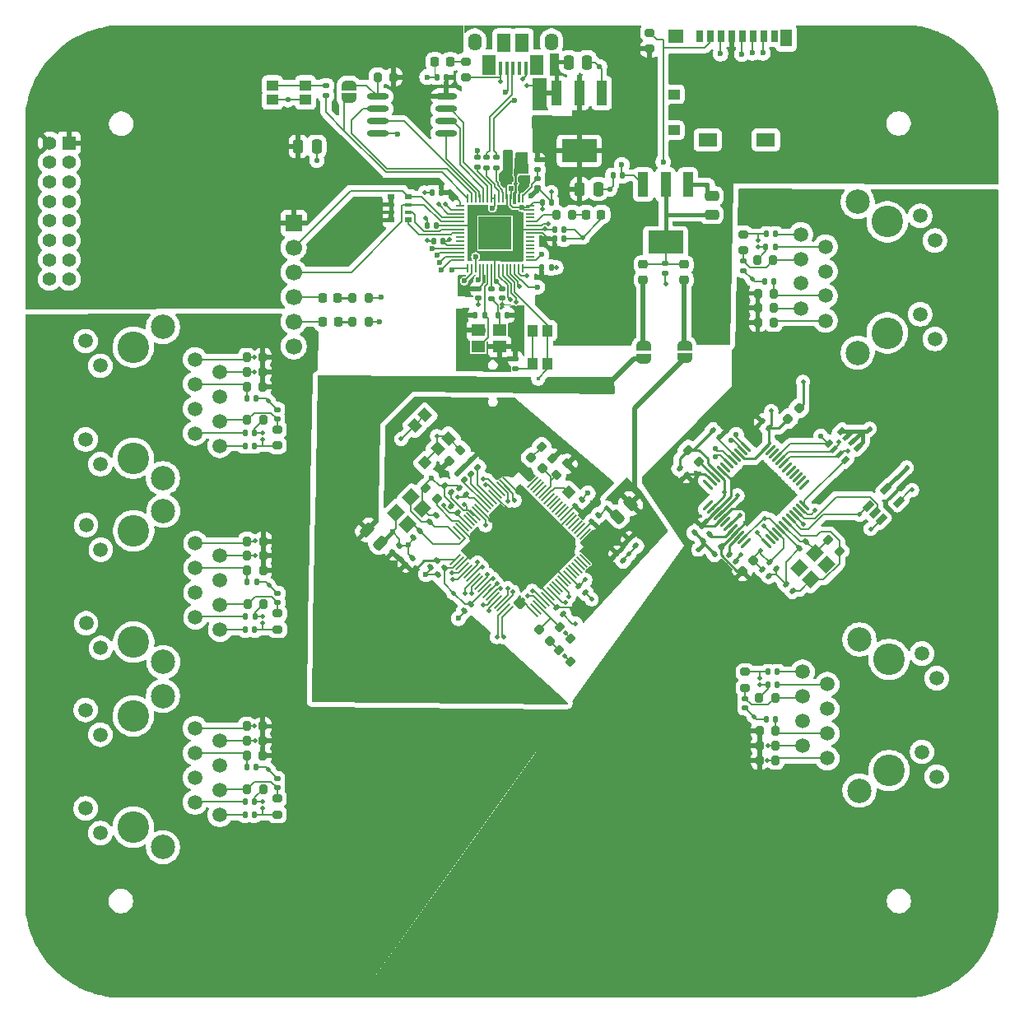
<source format=gbr>
%TF.GenerationSoftware,KiCad,Pcbnew,9.0.1*%
%TF.CreationDate,2025-06-03T13:31:15-07:00*%
%TF.ProjectId,peripheral_board,70657269-7068-4657-9261-6c5f626f6172,rev?*%
%TF.SameCoordinates,Original*%
%TF.FileFunction,Copper,L1,Top*%
%TF.FilePolarity,Positive*%
%FSLAX46Y46*%
G04 Gerber Fmt 4.6, Leading zero omitted, Abs format (unit mm)*
G04 Created by KiCad (PCBNEW 9.0.1) date 2025-06-03 13:31:15*
%MOMM*%
%LPD*%
G01*
G04 APERTURE LIST*
G04 Aperture macros list*
%AMRoundRect*
0 Rectangle with rounded corners*
0 $1 Rounding radius*
0 $2 $3 $4 $5 $6 $7 $8 $9 X,Y pos of 4 corners*
0 Add a 4 corners polygon primitive as box body*
4,1,4,$2,$3,$4,$5,$6,$7,$8,$9,$2,$3,0*
0 Add four circle primitives for the rounded corners*
1,1,$1+$1,$2,$3*
1,1,$1+$1,$4,$5*
1,1,$1+$1,$6,$7*
1,1,$1+$1,$8,$9*
0 Add four rect primitives between the rounded corners*
20,1,$1+$1,$2,$3,$4,$5,0*
20,1,$1+$1,$4,$5,$6,$7,0*
20,1,$1+$1,$6,$7,$8,$9,0*
20,1,$1+$1,$8,$9,$2,$3,0*%
%AMHorizOval*
0 Thick line with rounded ends*
0 $1 width*
0 $2 $3 position (X,Y) of the first rounded end (center of the circle)*
0 $4 $5 position (X,Y) of the second rounded end (center of the circle)*
0 Add line between two ends*
20,1,$1,$2,$3,$4,$5,0*
0 Add two circle primitives to create the rounded ends*
1,1,$1,$2,$3*
1,1,$1,$4,$5*%
%AMRotRect*
0 Rectangle, with rotation*
0 The origin of the aperture is its center*
0 $1 length*
0 $2 width*
0 $3 Rotation angle, in degrees counterclockwise*
0 Add horizontal line*
21,1,$1,$2,0,0,$3*%
%AMFreePoly0*
4,1,23,0.500000,-0.750000,0.000000,-0.750000,0.000000,-0.745722,-0.065263,-0.745722,-0.191342,-0.711940,-0.304381,-0.646677,-0.396677,-0.554381,-0.461940,-0.441342,-0.495722,-0.315263,-0.495722,-0.250000,-0.500000,-0.250000,-0.500000,0.250000,-0.495722,0.250000,-0.495722,0.315263,-0.461940,0.441342,-0.396677,0.554381,-0.304381,0.646677,-0.191342,0.711940,-0.065263,0.745722,0.000000,0.745722,
0.000000,0.750000,0.500000,0.750000,0.500000,-0.750000,0.500000,-0.750000,$1*%
%AMFreePoly1*
4,1,23,0.000000,0.745722,0.065263,0.745722,0.191342,0.711940,0.304381,0.646677,0.396677,0.554381,0.461940,0.441342,0.495722,0.315263,0.495722,0.250000,0.500000,0.250000,0.500000,-0.250000,0.495722,-0.250000,0.495722,-0.315263,0.461940,-0.441342,0.396677,-0.554381,0.304381,-0.646677,0.191342,-0.711940,0.065263,-0.745722,0.000000,-0.745722,0.000000,-0.750000,-0.500000,-0.750000,
-0.500000,0.750000,0.000000,0.750000,0.000000,0.745722,0.000000,0.745722,$1*%
G04 Aperture macros list end*
%TA.AperFunction,SMDPad,CuDef*%
%ADD10RoundRect,0.200000X0.335876X0.053033X0.053033X0.335876X-0.335876X-0.053033X-0.053033X-0.335876X0*%
%TD*%
%TA.AperFunction,SMDPad,CuDef*%
%ADD11RoundRect,0.200000X-0.275000X0.200000X-0.275000X-0.200000X0.275000X-0.200000X0.275000X0.200000X0*%
%TD*%
%TA.AperFunction,SMDPad,CuDef*%
%ADD12RoundRect,0.140000X0.170000X-0.140000X0.170000X0.140000X-0.170000X0.140000X-0.170000X-0.140000X0*%
%TD*%
%TA.AperFunction,SMDPad,CuDef*%
%ADD13RoundRect,0.140000X-0.170000X0.140000X-0.170000X-0.140000X0.170000X-0.140000X0.170000X0.140000X0*%
%TD*%
%TA.AperFunction,ComponentPad*%
%ADD14C,3.250000*%
%TD*%
%TA.AperFunction,ComponentPad*%
%ADD15C,1.520000*%
%TD*%
%TA.AperFunction,ComponentPad*%
%ADD16C,2.500000*%
%TD*%
%TA.AperFunction,SMDPad,CuDef*%
%ADD17RoundRect,0.140000X-0.021213X0.219203X-0.219203X0.021213X0.021213X-0.219203X0.219203X-0.021213X0*%
%TD*%
%TA.AperFunction,SMDPad,CuDef*%
%ADD18RotRect,1.000000X1.000000X315.000000*%
%TD*%
%TA.AperFunction,SMDPad,CuDef*%
%ADD19RoundRect,0.140000X-0.140000X-0.170000X0.140000X-0.170000X0.140000X0.170000X-0.140000X0.170000X0*%
%TD*%
%TA.AperFunction,SMDPad,CuDef*%
%ADD20RoundRect,0.140000X0.140000X0.170000X-0.140000X0.170000X-0.140000X-0.170000X0.140000X-0.170000X0*%
%TD*%
%TA.AperFunction,SMDPad,CuDef*%
%ADD21RoundRect,0.218750X0.218750X0.256250X-0.218750X0.256250X-0.218750X-0.256250X0.218750X-0.256250X0*%
%TD*%
%TA.AperFunction,SMDPad,CuDef*%
%ADD22RoundRect,0.140000X-0.219203X-0.021213X-0.021213X-0.219203X0.219203X0.021213X0.021213X0.219203X0*%
%TD*%
%TA.AperFunction,SMDPad,CuDef*%
%ADD23RoundRect,0.200000X-0.200000X-0.275000X0.200000X-0.275000X0.200000X0.275000X-0.200000X0.275000X0*%
%TD*%
%TA.AperFunction,SMDPad,CuDef*%
%ADD24RoundRect,0.200000X-0.053033X0.335876X-0.335876X0.053033X0.053033X-0.335876X0.335876X-0.053033X0*%
%TD*%
%TA.AperFunction,SMDPad,CuDef*%
%ADD25RoundRect,0.140000X0.219203X0.021213X0.021213X0.219203X-0.219203X-0.021213X-0.021213X-0.219203X0*%
%TD*%
%TA.AperFunction,SMDPad,CuDef*%
%ADD26RotRect,1.400000X1.200000X225.000000*%
%TD*%
%TA.AperFunction,SMDPad,CuDef*%
%ADD27R,1.100000X2.500000*%
%TD*%
%TA.AperFunction,SMDPad,CuDef*%
%ADD28R,3.600000X2.340000*%
%TD*%
%TA.AperFunction,SMDPad,CuDef*%
%ADD29R,1.050000X1.150000*%
%TD*%
%TA.AperFunction,SMDPad,CuDef*%
%ADD30RotRect,1.100000X0.600000X225.000000*%
%TD*%
%TA.AperFunction,SMDPad,CuDef*%
%ADD31RoundRect,0.135000X0.226274X0.035355X0.035355X0.226274X-0.226274X-0.035355X-0.035355X-0.226274X0*%
%TD*%
%TA.AperFunction,SMDPad,CuDef*%
%ADD32RoundRect,0.218750X-0.218750X-0.256250X0.218750X-0.256250X0.218750X0.256250X-0.218750X0.256250X0*%
%TD*%
%TA.AperFunction,SMDPad,CuDef*%
%ADD33RoundRect,0.200000X0.200000X0.275000X-0.200000X0.275000X-0.200000X-0.275000X0.200000X-0.275000X0*%
%TD*%
%TA.AperFunction,SMDPad,CuDef*%
%ADD34RoundRect,0.218750X-0.335876X-0.026517X-0.026517X-0.335876X0.335876X0.026517X0.026517X0.335876X0*%
%TD*%
%TA.AperFunction,SMDPad,CuDef*%
%ADD35R,0.800000X0.500000*%
%TD*%
%TA.AperFunction,SMDPad,CuDef*%
%ADD36R,0.800000X0.400000*%
%TD*%
%TA.AperFunction,SMDPad,CuDef*%
%ADD37RoundRect,0.140000X0.021213X-0.219203X0.219203X-0.021213X-0.021213X0.219203X-0.219203X0.021213X0*%
%TD*%
%TA.AperFunction,SMDPad,CuDef*%
%ADD38RoundRect,0.200000X-0.335876X-0.053033X-0.053033X-0.335876X0.335876X0.053033X0.053033X0.335876X0*%
%TD*%
%TA.AperFunction,SMDPad,CuDef*%
%ADD39HorizOval,0.270000X-0.434871X0.434871X0.434871X-0.434871X0*%
%TD*%
%TA.AperFunction,SMDPad,CuDef*%
%ADD40HorizOval,0.270000X-0.434871X-0.434871X0.434871X0.434871X0*%
%TD*%
%TA.AperFunction,SMDPad,CuDef*%
%ADD41RoundRect,0.135000X-0.185000X0.135000X-0.185000X-0.135000X0.185000X-0.135000X0.185000X0.135000X0*%
%TD*%
%TA.AperFunction,SMDPad,CuDef*%
%ADD42R,0.470000X0.530000*%
%TD*%
%TA.AperFunction,SMDPad,CuDef*%
%ADD43FreePoly0,90.000000*%
%TD*%
%TA.AperFunction,SMDPad,CuDef*%
%ADD44FreePoly1,90.000000*%
%TD*%
%TA.AperFunction,SMDPad,CuDef*%
%ADD45RotRect,0.220000X1.460000X315.000000*%
%TD*%
%TA.AperFunction,SMDPad,CuDef*%
%ADD46RotRect,1.460000X0.220000X315.000000*%
%TD*%
%TA.AperFunction,SMDPad,CuDef*%
%ADD47O,2.250000X0.630000*%
%TD*%
%TA.AperFunction,SMDPad,CuDef*%
%ADD48RoundRect,0.218750X0.026517X-0.335876X0.335876X-0.026517X-0.026517X0.335876X-0.335876X0.026517X0*%
%TD*%
%TA.AperFunction,SMDPad,CuDef*%
%ADD49RoundRect,0.135000X0.185000X-0.135000X0.185000X0.135000X-0.185000X0.135000X-0.185000X-0.135000X0*%
%TD*%
%TA.AperFunction,SMDPad,CuDef*%
%ADD50R,1.400000X1.200000*%
%TD*%
%TA.AperFunction,SMDPad,CuDef*%
%ADD51RoundRect,0.200000X0.053033X-0.335876X0.335876X-0.053033X-0.053033X0.335876X-0.335876X0.053033X0*%
%TD*%
%TA.AperFunction,SMDPad,CuDef*%
%ADD52RoundRect,0.250000X0.250000X0.475000X-0.250000X0.475000X-0.250000X-0.475000X0.250000X-0.475000X0*%
%TD*%
%TA.AperFunction,SMDPad,CuDef*%
%ADD53RoundRect,0.250000X0.159099X-0.512652X0.512652X-0.159099X-0.159099X0.512652X-0.512652X0.159099X0*%
%TD*%
%TA.AperFunction,SMDPad,CuDef*%
%ADD54RoundRect,0.200000X0.275000X-0.200000X0.275000X0.200000X-0.275000X0.200000X-0.275000X-0.200000X0*%
%TD*%
%TA.AperFunction,SMDPad,CuDef*%
%ADD55R,0.700000X1.700000*%
%TD*%
%TA.AperFunction,SMDPad,CuDef*%
%ADD56R,0.450000X1.380000*%
%TD*%
%TA.AperFunction,ComponentPad*%
%ADD57O,1.400000X1.800000*%
%TD*%
%TA.AperFunction,SMDPad,CuDef*%
%ADD58R,1.380000X1.900000*%
%TD*%
%TA.AperFunction,SMDPad,CuDef*%
%ADD59R,1.480000X2.100000*%
%TD*%
%TA.AperFunction,SMDPad,CuDef*%
%ADD60RoundRect,0.250000X-0.475000X0.250000X-0.475000X-0.250000X0.475000X-0.250000X0.475000X0.250000X0*%
%TD*%
%TA.AperFunction,SMDPad,CuDef*%
%ADD61RotRect,1.400000X1.200000X45.000000*%
%TD*%
%TA.AperFunction,SMDPad,CuDef*%
%ADD62R,0.700000X1.200000*%
%TD*%
%TA.AperFunction,SMDPad,CuDef*%
%ADD63R,1.170000X1.800000*%
%TD*%
%TA.AperFunction,SMDPad,CuDef*%
%ADD64R,1.550000X1.350000*%
%TD*%
%TA.AperFunction,SMDPad,CuDef*%
%ADD65R,1.200000X1.000000*%
%TD*%
%TA.AperFunction,SMDPad,CuDef*%
%ADD66R,1.900000X1.350000*%
%TD*%
%TA.AperFunction,SMDPad,CuDef*%
%ADD67RoundRect,0.218750X0.335876X0.026517X0.026517X0.335876X-0.335876X-0.026517X-0.026517X-0.335876X0*%
%TD*%
%TA.AperFunction,SMDPad,CuDef*%
%ADD68RoundRect,0.250000X-0.250000X-0.475000X0.250000X-0.475000X0.250000X0.475000X-0.250000X0.475000X0*%
%TD*%
%TA.AperFunction,SMDPad,CuDef*%
%ADD69RoundRect,0.250000X0.512652X0.159099X0.159099X0.512652X-0.512652X-0.159099X-0.159099X-0.512652X0*%
%TD*%
%TA.AperFunction,ComponentPad*%
%ADD70R,1.400000X1.400000*%
%TD*%
%TA.AperFunction,ComponentPad*%
%ADD71C,1.400000*%
%TD*%
%TA.AperFunction,SMDPad,CuDef*%
%ADD72RotRect,1.050000X1.150000X225.000000*%
%TD*%
%TA.AperFunction,SMDPad,CuDef*%
%ADD73RotRect,0.800000X0.500000X45.000000*%
%TD*%
%TA.AperFunction,SMDPad,CuDef*%
%ADD74RotRect,0.800000X0.400000X45.000000*%
%TD*%
%TA.AperFunction,SMDPad,CuDef*%
%ADD75RotRect,1.000000X1.000000X135.000000*%
%TD*%
%TA.AperFunction,ComponentPad*%
%ADD76R,1.700000X1.700000*%
%TD*%
%TA.AperFunction,ComponentPad*%
%ADD77C,1.700000*%
%TD*%
%TA.AperFunction,SMDPad,CuDef*%
%ADD78R,0.880000X0.200000*%
%TD*%
%TA.AperFunction,SMDPad,CuDef*%
%ADD79R,0.200000X0.880000*%
%TD*%
%TA.AperFunction,SMDPad,CuDef*%
%ADD80R,3.400000X3.400000*%
%TD*%
%TA.AperFunction,SMDPad,CuDef*%
%ADD81R,1.150000X1.050000*%
%TD*%
%TA.AperFunction,SMDPad,CuDef*%
%ADD82RoundRect,0.218750X-0.256250X0.218750X-0.256250X-0.218750X0.256250X-0.218750X0.256250X0.218750X0*%
%TD*%
%TA.AperFunction,SMDPad,CuDef*%
%ADD83RoundRect,0.218750X-0.026517X0.335876X-0.335876X0.026517X0.026517X-0.335876X0.335876X-0.026517X0*%
%TD*%
%TA.AperFunction,ViaPad*%
%ADD84C,0.460000*%
%TD*%
%TA.AperFunction,ViaPad*%
%ADD85C,0.600000*%
%TD*%
%TA.AperFunction,ViaPad*%
%ADD86C,0.560000*%
%TD*%
%TA.AperFunction,ViaPad*%
%ADD87C,0.400000*%
%TD*%
%TA.AperFunction,Conductor*%
%ADD88C,0.127000*%
%TD*%
%TA.AperFunction,Conductor*%
%ADD89C,0.152400*%
%TD*%
%TA.AperFunction,Conductor*%
%ADD90C,0.254000*%
%TD*%
%TA.AperFunction,Conductor*%
%ADD91C,0.381000*%
%TD*%
%TA.AperFunction,Conductor*%
%ADD92C,0.100000*%
%TD*%
%TA.AperFunction,Conductor*%
%ADD93C,0.200000*%
%TD*%
%TA.AperFunction,Conductor*%
%ADD94C,0.150000*%
%TD*%
%TA.AperFunction,Conductor*%
%ADD95C,0.508000*%
%TD*%
G04 APERTURE END LIST*
D10*
%TO.P,R42,1*%
%TO.N,+3V3*%
X153007427Y-105268447D03*
%TO.P,R42,2*%
%TO.N,INTR_N*%
X151840701Y-104101721D03*
%TD*%
D11*
%TO.P,R25,1*%
%TO.N,R1CT*%
X122810000Y-83775000D03*
%TO.P,R25,2*%
%TO.N,RX1-*%
X122810000Y-85425000D03*
%TD*%
D12*
%TO.P,C9,1*%
%TO.N,+3V3*%
X143375192Y-56753569D03*
%TO.P,C9,2*%
%TO.N,GND*%
X143375192Y-55793569D03*
%TD*%
D13*
%TO.P,C38,1*%
%TO.N,GNDA*%
X122810000Y-81720000D03*
%TO.P,C38,2*%
%TO.N,R1CT*%
X122810000Y-82680000D03*
%TD*%
D14*
%TO.P,RJ3,*%
%TO.N,*%
X108050000Y-94192500D03*
X108050000Y-105632500D03*
D15*
%TO.P,RJ3,1,1*%
%TO.N,TX2+*%
X114400000Y-95462500D03*
%TO.P,RJ3,2,2*%
%TO.N,TX2-*%
X116940000Y-96732500D03*
%TO.P,RJ3,3,3*%
%TO.N,T2CT*%
X114400000Y-98012500D03*
%TO.P,RJ3,4,4*%
%TO.N,GND*%
X116940000Y-99282500D03*
%TO.P,RJ3,5,5*%
X114400000Y-100542500D03*
%TO.P,RJ3,6,6*%
%TO.N,R2CT*%
X116940000Y-101812500D03*
%TO.P,RJ3,7,7*%
%TO.N,Net-(C41-Pad2)*%
X114400000Y-103082500D03*
%TO.P,RJ3,8,8*%
%TO.N,Net-(C40-Pad2)*%
X116940000Y-104352500D03*
%TO.P,RJ3,9,LLED+*%
%TO.N,LED2_1*%
X104670000Y-96122500D03*
%TO.P,RJ3,10,LLED-*%
%TO.N,+3V3*%
X103150000Y-93582500D03*
%TO.P,RJ3,11,RLED+*%
%TO.N,LED2_0*%
X104670000Y-106242500D03*
%TO.P,RJ3,12,RLED-*%
%TO.N,+3V3*%
X103150000Y-103702500D03*
D16*
%TO.P,RJ3,13,GND*%
%TO.N,GND*%
X111100000Y-92142500D03*
%TO.P,RJ3,14,GND*%
X111100000Y-107682500D03*
%TD*%
D17*
%TO.P,C63,1*%
%TO.N,GND*%
X135399603Y-95739158D03*
%TO.P,C63,2*%
%TO.N,1.2A*%
X134720781Y-96417980D03*
%TD*%
D10*
%TO.P,R44,1*%
%TO.N,Net-(U7-ISET)*%
X139236521Y-90931854D03*
%TO.P,R44,2*%
%TO.N,GND*%
X138069795Y-89765128D03*
%TD*%
D18*
%TO.P,TP1,1,1*%
%TO.N,Net-(U7-REFCLKO)*%
X152795293Y-90207069D03*
%TD*%
D19*
%TO.P,C4,1*%
%TO.N,GND*%
X143170192Y-71978569D03*
%TO.P,C4,2*%
%TO.N,Net-(U1-XIN)*%
X144130192Y-71978569D03*
%TD*%
D20*
%TO.P,C3,1*%
%TO.N,+1V1*%
X139190192Y-62778569D03*
%TO.P,C3,2*%
%TO.N,GND*%
X138230192Y-62778569D03*
%TD*%
D21*
%TO.P,D4,1,K*%
%TO.N,Net-(D4-K)*%
X129085192Y-72728569D03*
%TO.P,D4,2,A*%
%TO.N,TX*%
X127510192Y-72728569D03*
%TD*%
D22*
%TO.P,C21,1*%
%TO.N,GNDA*%
X167620621Y-83876731D03*
%TO.P,C21,2*%
%TO.N,VDDA*%
X168299443Y-84555553D03*
%TD*%
D23*
%TO.P,R28,1*%
%TO.N,TX2-*%
X119725000Y-96762500D03*
%TO.P,R28,2*%
%TO.N,VDDA*%
X121375000Y-96762500D03*
%TD*%
%TO.P,R29,1*%
%TO.N,T2CT*%
X119725000Y-98262500D03*
%TO.P,R29,2*%
%TO.N,VDDA*%
X121375000Y-98262500D03*
%TD*%
D24*
%TO.P,R43,1*%
%TO.N,+3V3*%
X152671549Y-87290254D03*
%TO.P,R43,2*%
%TO.N,PME_N*%
X151504823Y-88456980D03*
%TD*%
D25*
%TO.P,C71,1*%
%TO.N,GND*%
X152215468Y-102779429D03*
%TO.P,C71,2*%
%TO.N,1.2D*%
X151536646Y-102100607D03*
%TD*%
D26*
%TO.P,Y2,1,1*%
%TO.N,Net-(U4-XI{slash}CLKIN)*%
X178080056Y-96454655D03*
%TO.P,Y2,2*%
%TO.N,N/C*%
X176524421Y-98010290D03*
%TO.P,Y2,3,2*%
%TO.N,Net-(U4-XO)*%
X177726502Y-99212371D03*
%TO.P,Y2,4*%
%TO.N,N/C*%
X179282137Y-97656736D03*
%TD*%
D27*
%TO.P,U6,1,GND*%
%TO.N,GND*%
X165060192Y-58558569D03*
%TO.P,U6,2,VOUT*%
%TO.N,Net-(C56-Pad2)*%
X162760192Y-58558569D03*
%TO.P,U6,3,INPUT*%
%TO.N,VBUS*%
X160460192Y-58558569D03*
D28*
%TO.P,U6,4,VOUT*%
%TO.N,Net-(C56-Pad2)*%
X162760192Y-64498569D03*
%TD*%
D13*
%TO.P,C6,1*%
%TO.N,+1V1*%
X145950192Y-69298569D03*
%TO.P,C6,2*%
%TO.N,GND*%
X145950192Y-70258569D03*
%TD*%
D29*
%TO.P,SW2,1,1*%
%TO.N,Net-(R3-Pad1)*%
X149100192Y-77003569D03*
%TO.P,SW2,1',1'*%
X149100192Y-73603569D03*
%TO.P,SW2,2,2*%
%TO.N,~{RESET}*%
X150600192Y-77003569D03*
%TO.P,SW2,2',2'*%
X150600192Y-73603569D03*
%TD*%
D20*
%TO.P,C41,1*%
%TO.N,RX2+*%
X120530000Y-103012500D03*
%TO.P,C41,2*%
%TO.N,Net-(C41-Pad2)*%
X119570000Y-103012500D03*
%TD*%
D30*
%TO.P,U5,1,OE*%
%TO.N,SPI0_CS1*%
X183595489Y-91688757D03*
%TO.P,U5,2,A*%
%TO.N,MISO_ETHER*%
X184267240Y-92360509D03*
%TO.P,U5,3,GND*%
%TO.N,GND*%
X184938992Y-93032260D03*
%TO.P,U5,4,Y*%
%TO.N,SPI0_MISO*%
X186777469Y-91193783D03*
%TO.P,U5,5,VCC*%
%TO.N,+3V3*%
X185433966Y-89850280D03*
%TD*%
D31*
%TO.P,R47,1*%
%TO.N,Net-(U7-SCL_MDC)*%
X143440271Y-87640271D03*
%TO.P,R47,2*%
%TO.N,+3V3*%
X142719023Y-86919023D03*
%TD*%
D32*
%TO.P,D1,1,K*%
%TO.N,GND*%
X139022692Y-45928569D03*
%TO.P,D1,2,A*%
%TO.N,Net-(D1-A)*%
X140597692Y-45928569D03*
%TD*%
D33*
%TO.P,R19,1*%
%TO.N,TCT*%
X173885192Y-69766069D03*
%TO.P,R19,2*%
%TO.N,VDDA*%
X172235192Y-69766069D03*
%TD*%
D23*
%TO.P,R13,1*%
%TO.N,Net-(D3-K)*%
X130572693Y-70228569D03*
%TO.P,R13,2*%
%TO.N,GND*%
X132222693Y-70228569D03*
%TD*%
D20*
%TO.P,C12,1*%
%TO.N,+3V3*%
X139865192Y-64353569D03*
%TO.P,C12,2*%
%TO.N,GND*%
X138905192Y-64353569D03*
%TD*%
D11*
%TO.P,R9,1*%
%TO.N,Net-(D1-A)*%
X142210192Y-45903569D03*
%TO.P,R9,2*%
%TO.N,VBUS*%
X142210192Y-47553569D03*
%TD*%
D25*
%TO.P,C66,1*%
%TO.N,GND*%
X158410192Y-97228569D03*
%TO.P,C66,2*%
%TO.N,1.2D*%
X157731370Y-96549747D03*
%TD*%
D31*
%TO.P,R45,1*%
%TO.N,Net-(U7-SPIS_N)*%
X142089697Y-88976704D03*
%TO.P,R45,2*%
%TO.N,+3V3*%
X141368449Y-88255456D03*
%TD*%
D34*
%TO.P,D5,1,K*%
%TO.N,INTR_N*%
X149719379Y-104384560D03*
%TO.P,D5,2,A*%
%TO.N,Net-(D5-A)*%
X150833073Y-105498254D03*
%TD*%
D23*
%TO.P,R14,1*%
%TO.N,Net-(D4-K)*%
X130560192Y-72728569D03*
%TO.P,R14,2*%
%TO.N,GND*%
X132210192Y-72728569D03*
%TD*%
D25*
%TO.P,C67,1*%
%TO.N,GND*%
X159697126Y-95757787D03*
%TO.P,C67,2*%
%TO.N,1.2D*%
X159018304Y-95078965D03*
%TD*%
D20*
%TO.P,C45,1*%
%TO.N,RX3+*%
X120490002Y-122050000D03*
%TO.P,C45,2*%
%TO.N,Net-(C45-Pad2)*%
X119530002Y-122050000D03*
%TD*%
D19*
%TO.P,C53,1*%
%TO.N,GND*%
X157350192Y-57628569D03*
%TO.P,C53,2*%
%TO.N,VBUS*%
X158310192Y-57628569D03*
%TD*%
D33*
%TO.P,R37,1*%
%TO.N,TX4+*%
X174075000Y-117787500D03*
%TO.P,R37,2*%
%TO.N,VDDA*%
X172425000Y-117787500D03*
%TD*%
D13*
%TO.P,C42,1*%
%TO.N,GNDA*%
X122850000Y-100632500D03*
%TO.P,C42,2*%
%TO.N,R2CT*%
X122850000Y-101592500D03*
%TD*%
D35*
%TO.P,RN1,1,R1.1*%
%TO.N,/Raspberry_pi/SCL0*%
X136335192Y-62228569D03*
D36*
%TO.P,RN1,2,R2.1*%
%TO.N,/Raspberry_pi/SDA0*%
X136335192Y-61428569D03*
%TO.P,RN1,3,R3.1*%
%TO.N,SCL1*%
X136335192Y-60628569D03*
D35*
%TO.P,RN1,4,R4.1*%
%TO.N,SDA1*%
X136335192Y-59828569D03*
%TO.P,RN1,5,R4.2*%
%TO.N,+3V3*%
X134535192Y-59828569D03*
D36*
%TO.P,RN1,6,R3.2*%
X134535192Y-60628569D03*
%TO.P,RN1,7,R2.2*%
X134535192Y-61428569D03*
D35*
%TO.P,RN1,8,R1.2*%
X134535192Y-62228569D03*
%TD*%
D23*
%TO.P,R23,1*%
%TO.N,TX1-*%
X119685000Y-77850000D03*
%TO.P,R23,2*%
%TO.N,VDDA*%
X121335000Y-77850000D03*
%TD*%
D37*
%TO.P,C23,1*%
%TO.N,GNDA*%
X167770439Y-96553651D03*
%TO.P,C23,2*%
%TO.N,VDDA*%
X168449261Y-95874829D03*
%TD*%
D38*
%TO.P,R15,1*%
%TO.N,GNDA*%
X165051613Y-85872802D03*
%TO.P,R15,2*%
%TO.N,Net-(U4-EXRES1)*%
X166218339Y-87039528D03*
%TD*%
D33*
%TO.P,R38,1*%
%TO.N,TX4-*%
X174075000Y-116287500D03*
%TO.P,R38,2*%
%TO.N,VDDA*%
X172425000Y-116287500D03*
%TD*%
D39*
%TO.P,U4,1,TXN*%
%TO.N,TX -*%
X171037272Y-85522785D03*
%TO.P,U4,2,TXP*%
%TO.N,TX +*%
X170683718Y-85876338D03*
%TO.P,U4,3,AGND*%
%TO.N,GNDA*%
X170330165Y-86229891D03*
%TO.P,U4,4,AVDD*%
%TO.N,VDDA*%
X169976612Y-86583445D03*
%TO.P,U4,5,RXN*%
%TO.N,RX -*%
X169623058Y-86936998D03*
%TO.P,U4,6,RXP*%
%TO.N,RX +*%
X169269505Y-87290551D03*
%TO.P,U4,7,DNC*%
%TO.N,unconnected-(U4-DNC-Pad7)*%
X168915951Y-87644105D03*
%TO.P,U4,8,AVDD*%
%TO.N,VDDA*%
X168562398Y-87997658D03*
%TO.P,U4,9,AGND*%
%TO.N,GNDA*%
X168208845Y-88351212D03*
%TO.P,U4,10,EXRES1*%
%TO.N,Net-(U4-EXRES1)*%
X167855291Y-88704765D03*
%TO.P,U4,11,AVDD*%
%TO.N,VDDA*%
X167501738Y-89058318D03*
%TO.P,U4,12,NC*%
%TO.N,unconnected-(U4-NC-Pad12)*%
X167148185Y-89411872D03*
D40*
%TO.P,U4,13,NC*%
%TO.N,unconnected-(U4-NC-Pad13)*%
X167148185Y-91533192D03*
%TO.P,U4,14,AGND*%
%TO.N,GNDA*%
X167501738Y-91886746D03*
%TO.P,U4,15,AVDD*%
%TO.N,VDDA*%
X167855291Y-92240299D03*
%TO.P,U4,16,AGND*%
%TO.N,GNDA*%
X168208845Y-92593852D03*
%TO.P,U4,17,AVDD*%
%TO.N,VDDA*%
X168562398Y-92947406D03*
%TO.P,U4,18,VBG*%
%TO.N,unconnected-(U4-VBG-Pad18)*%
X168915951Y-93300959D03*
%TO.P,U4,19,AGND*%
%TO.N,GNDA*%
X169269505Y-93654513D03*
%TO.P,U4,20,TOCAP*%
%TO.N,Net-(U4-TOCAP)*%
X169623058Y-94008066D03*
%TO.P,U4,21,AVDD*%
%TO.N,VDDA*%
X169976612Y-94361619D03*
%TO.P,U4,22,1V2O*%
%TO.N,Net-(U4-1V2O)*%
X170330165Y-94715173D03*
%TO.P,U4,23,RSVD*%
%TO.N,GND*%
X170683718Y-95068726D03*
%TO.P,U4,24,SPDLED*%
%TO.N,unconnected-(U4-SPDLED-Pad24)*%
X171037272Y-95422279D03*
D39*
%TO.P,U4,25,LINKLED*%
%TO.N,GREEN_LED*%
X173158592Y-95422279D03*
%TO.P,U4,26,DUPLED*%
%TO.N,unconnected-(U4-DUPLED-Pad26)*%
X173512146Y-95068726D03*
%TO.P,U4,27,ACTLED*%
%TO.N,YELLOW_LED*%
X173865699Y-94715173D03*
%TO.P,U4,28,VDD*%
%TO.N,+3V3*%
X174219252Y-94361619D03*
%TO.P,U4,29,GND*%
%TO.N,GND*%
X174572806Y-94008066D03*
%TO.P,U4,30,XI/CLKIN*%
%TO.N,Net-(U4-XI{slash}CLKIN)*%
X174926359Y-93654513D03*
%TO.P,U4,31,XO*%
%TO.N,Net-(U4-XO)*%
X175279913Y-93300959D03*
%TO.P,U4,32,SCSn*%
%TO.N,SPI0_CS1*%
X175633466Y-92947406D03*
%TO.P,U4,33,SCLK*%
%TO.N,SPI0_SCK*%
X175987019Y-92593852D03*
%TO.P,U4,34,MISO*%
%TO.N,MISO_ETHER*%
X176340573Y-92240299D03*
%TO.P,U4,35,MOSI*%
%TO.N,SPI0_MOSI*%
X176694126Y-91886746D03*
%TO.P,U4,36,INTn*%
%TO.N,Net-(RN2-R4.1)*%
X177047679Y-91533192D03*
D40*
%TO.P,U4,37,RSTn*%
%TO.N,unconnected-(U4-RSTn-Pad37)*%
X177047679Y-89411872D03*
%TO.P,U4,38,RSVD*%
%TO.N,unconnected-(U4-RSVD-Pad38)*%
X176694126Y-89058318D03*
%TO.P,U4,39,RSVD*%
%TO.N,unconnected-(U4-RSVD-Pad39)*%
X176340573Y-88704765D03*
%TO.P,U4,40,RSVD*%
%TO.N,unconnected-(U4-RSVD-Pad40)*%
X175987019Y-88351212D03*
%TO.P,U4,41,RSVD*%
%TO.N,unconnected-(U4-RSVD-Pad41)*%
X175633466Y-87997658D03*
%TO.P,U4,42,RSVD*%
%TO.N,unconnected-(U4-RSVD-Pad42)*%
X175279913Y-87644105D03*
%TO.P,U4,43,PMODE2*%
%TO.N,Net-(JP4-B)*%
X174926359Y-87290551D03*
%TO.P,U4,44,PMODE1*%
%TO.N,Net-(JP3-B)*%
X174572806Y-86936998D03*
%TO.P,U4,45,PMODE0*%
%TO.N,Net-(JP2-B)*%
X174219252Y-86583445D03*
%TO.P,U4,46,NC*%
%TO.N,unconnected-(U4-NC-Pad46)*%
X173865699Y-86229891D03*
%TO.P,U4,47,NC*%
%TO.N,unconnected-(U4-NC-Pad47)*%
X173512146Y-85876338D03*
%TO.P,U4,48,AGND*%
%TO.N,GNDA*%
X173158592Y-85522785D03*
%TD*%
D22*
%TO.P,C20,1*%
%TO.N,GNDA*%
X164199550Y-87778457D03*
%TO.P,C20,2*%
%TO.N,VDDA*%
X164878372Y-88457279D03*
%TD*%
D41*
%TO.P,R6,1*%
%TO.N,D-*%
X145375192Y-55793569D03*
%TO.P,R6,2*%
%TO.N,Net-(U1-USB_DM)*%
X145375192Y-56813569D03*
%TD*%
D22*
%TO.P,C29,1*%
%TO.N,GND*%
X175124349Y-99693206D03*
%TO.P,C29,2*%
%TO.N,Net-(U4-XO)*%
X175803171Y-100372028D03*
%TD*%
D23*
%TO.P,R24,1*%
%TO.N,T1CT*%
X119685000Y-79350000D03*
%TO.P,R24,2*%
%TO.N,VDDA*%
X121335000Y-79350000D03*
%TD*%
D22*
%TO.P,C75,1*%
%TO.N,GND*%
X140020781Y-89539158D03*
%TO.P,C75,2*%
%TO.N,1.2D*%
X140699603Y-90217980D03*
%TD*%
D33*
%TO.P,R11,1*%
%TO.N,Net-(D2-A)*%
X153160192Y-61653569D03*
%TO.P,R11,2*%
%TO.N,firm_active*%
X151510192Y-61653569D03*
%TD*%
D19*
%TO.P,C48,1*%
%TO.N,RX4-*%
X173300000Y-108687500D03*
%TO.P,C48,2*%
%TO.N,Net-(C48-Pad2)*%
X174260000Y-108687500D03*
%TD*%
D20*
%TO.P,C44,1*%
%TO.N,RX3-*%
X120460000Y-123400000D03*
%TO.P,C44,2*%
%TO.N,Net-(C44-Pad2)*%
X119500000Y-123400000D03*
%TD*%
D42*
%TO.P,C2,1*%
%TO.N,+1V1*%
X146845192Y-58003569D03*
%TO.P,C2,2*%
%TO.N,GND*%
X147805192Y-58003569D03*
%TD*%
D37*
%TO.P,C54,1*%
%TO.N,GND*%
X142061413Y-102425875D03*
%TO.P,C54,2*%
%TO.N,+3V3*%
X142740235Y-101747053D03*
%TD*%
D20*
%TO.P,C37,1*%
%TO.N,RX1+*%
X120490000Y-84100000D03*
%TO.P,C37,2*%
%TO.N,Net-(C37-Pad2)*%
X119530000Y-84100000D03*
%TD*%
D43*
%TO.P,JP1,1,A*%
%TO.N,/Raspberry_pi/ QSPI_CS*%
X130175192Y-49653569D03*
D44*
%TO.P,JP1,2,B*%
%TO.N,/Raspberry_pi/FLASH_SS*%
X130175192Y-48353569D03*
%TD*%
D45*
%TO.P,U7,1,VDD12A*%
%TO.N,1.2A*%
X141142175Y-97122574D03*
%TO.P,U7,2,VDDAT33*%
%TO.N,+3V3*%
X141425018Y-97405417D03*
%TO.P,U7,3,GNDA*%
%TO.N,GND*%
X141707860Y-97688260D03*
%TO.P,U7,4,RXP1*%
%TO.N,RX1+*%
X141990703Y-97971103D03*
%TO.P,U7,5,RXM1*%
%TO.N,RX1-*%
X142273546Y-98253945D03*
%TO.P,U7,6,TXP1*%
%TO.N,TX1+*%
X142556389Y-98536788D03*
%TO.P,U7,7,TXM1*%
%TO.N,TX1-*%
X142839231Y-98819631D03*
%TO.P,U7,8,RXP2*%
%TO.N,RX2+*%
X143122074Y-99102473D03*
%TO.P,U7,9,RXM2*%
%TO.N,RX2-*%
X143404917Y-99385316D03*
%TO.P,U7,10,TXP2*%
%TO.N,TX2+*%
X143687759Y-99668159D03*
%TO.P,U7,11,TXM2*%
%TO.N,TX2-*%
X143970602Y-99951002D03*
%TO.P,U7,12,VDDAT33*%
%TO.N,+3V3*%
X144253445Y-100233844D03*
%TO.P,U7,13,RXP3*%
%TO.N,RX3+*%
X144536288Y-100516687D03*
%TO.P,U7,14,RXM3*%
%TO.N,RX3-*%
X144819130Y-100799530D03*
%TO.P,U7,15,TXP3*%
%TO.N,TX3+*%
X145101973Y-101082372D03*
%TO.P,U7,16,TXM3*%
%TO.N,TX3-*%
X145384816Y-101365215D03*
%TO.P,U7,17,RXP4*%
%TO.N,RX4+*%
X145667658Y-101648058D03*
%TO.P,U7,18,RXM4*%
%TO.N,RX4-*%
X145950501Y-101930901D03*
%TO.P,U7,19,TXP4*%
%TO.N,TX4+*%
X146233344Y-102213743D03*
%TO.P,U7,20,TXM4*%
%TO.N,TX4-*%
X146516187Y-102496586D03*
D46*
%TO.P,U7,21,GNDA*%
%TO.N,GND*%
X149104197Y-102496586D03*
%TO.P,U7,22,NC*%
%TO.N,unconnected-(U7-NC-Pad22)*%
X149387040Y-102213743D03*
%TO.P,U7,23,INTR_N*%
%TO.N,INTR_N*%
X149669883Y-101930901D03*
%TO.P,U7,24,LED3_1*%
%TO.N,LED3_1*%
X149952726Y-101648058D03*
%TO.P,U7,25,LED3_0*%
%TO.N,LED3_0*%
X150235568Y-101365215D03*
%TO.P,U7,26,VDD12D*%
%TO.N,1.2D*%
X150518411Y-101082372D03*
%TO.P,U7,27,GNDD*%
%TO.N,GND*%
X150801254Y-100799530D03*
%TO.P,U7,28,LED4_1*%
%TO.N,LED4_1*%
X151084096Y-100516687D03*
%TO.P,U7,29,TXEN5/TXDS5_CTL*%
%TO.N,unconnected-(U7-TXEN5{slash}TXDS5_CTL-Pad29)*%
X151366939Y-100233844D03*
%TO.P,U7,30,TXD5_0*%
%TO.N,unconnected-(U7-TXD5_0-Pad30)*%
X151649782Y-99951002D03*
%TO.P,U7,31,LED4_0*%
%TO.N,LED4_0*%
X151932625Y-99668159D03*
%TO.P,U7,32,TXD5_1*%
%TO.N,unconnected-(U7-TXD5_1-Pad32)*%
X152215467Y-99385316D03*
%TO.P,U7,33,GNDD*%
%TO.N,GND*%
X152498310Y-99102473D03*
%TO.P,U7,34,VDDIO*%
%TO.N,+3V3*%
X152781153Y-98819631D03*
%TO.P,U7,35,TXD5_2*%
%TO.N,unconnected-(U7-TXD5_2-Pad35)*%
X153063995Y-98536788D03*
%TO.P,U7,36,TXD5_3*%
%TO.N,unconnected-(U7-TXD5_3-Pad36)*%
X153346838Y-98253945D03*
%TO.P,U7,37,TXER5*%
%TO.N,unconnected-(U7-TXER5-Pad37)*%
X153629681Y-97971103D03*
%TO.P,U7,38,TXD5_4*%
%TO.N,unconnected-(U7-TXD5_4-Pad38)*%
X153912524Y-97688260D03*
%TO.P,U7,39,TXD5_5*%
%TO.N,unconnected-(U7-TXD5_5-Pad39)*%
X154195366Y-97405417D03*
%TO.P,U7,40,TXD5_6*%
%TO.N,unconnected-(U7-TXD5_6-Pad40)*%
X154478209Y-97122574D03*
D45*
%TO.P,U7,41,TXD5_7*%
%TO.N,unconnected-(U7-TXD5_7-Pad41)*%
X154478209Y-94534564D03*
%TO.P,U7,42,VDD12D*%
%TO.N,1.2D*%
X154195366Y-94251721D03*
%TO.P,U7,43,TXC5/REFCLKI5/GTXC5*%
%TO.N,unconnected-(U7-TXC5{slash}REFCLKI5{slash}GTXC5-Pad43)*%
X153912524Y-93968878D03*
%TO.P,U7,44,RXC5/GRXC5*%
%TO.N,unconnected-(U7-RXC5{slash}GRXC5-Pad44)*%
X153629681Y-93686035D03*
%TO.P,U7,45,RXD5_0*%
%TO.N,unconnected-(U7-RXD5_0-Pad45)*%
X153346838Y-93403193D03*
%TO.P,U7,46,RXD5_1*%
%TO.N,unconnected-(U7-RXD5_1-Pad46)*%
X153063995Y-93120350D03*
%TO.P,U7,47,GNDD*%
%TO.N,GND*%
X152781153Y-92837507D03*
%TO.P,U7,48,VDDIO*%
%TO.N,+3V3*%
X152498310Y-92554665D03*
%TO.P,U7,49,RXD5_2*%
%TO.N,unconnected-(U7-RXD5_2-Pad49)*%
X152215467Y-92271822D03*
%TO.P,U7,50,RXD5_3*%
%TO.N,unconnected-(U7-RXD5_3-Pad50)*%
X151932625Y-91988979D03*
%TO.P,U7,51,RXDV5/CRSDV5/RXD5_CTL*%
%TO.N,unconnected-(U7-RXDV5{slash}CRSDV5{slash}RXD5_CTL-Pad51)*%
X151649782Y-91706136D03*
%TO.P,U7,52,RXER5*%
%TO.N,unconnected-(U7-RXER5-Pad52)*%
X151366939Y-91423294D03*
%TO.P,U7,53,CRS5*%
%TO.N,unconnected-(U7-CRS5-Pad53)*%
X151084096Y-91140451D03*
%TO.P,U7,54,COL5*%
%TO.N,unconnected-(U7-COL5-Pad54)*%
X150801254Y-90857608D03*
%TO.P,U7,55,REFCLKO*%
%TO.N,Net-(U7-REFCLKO)*%
X150518411Y-90574766D03*
%TO.P,U7,56,PME*%
%TO.N,PME_N*%
X150235568Y-90291923D03*
%TO.P,U7,57,RXD5_4*%
%TO.N,unconnected-(U7-RXD5_4-Pad57)*%
X149952726Y-90009080D03*
%TO.P,U7,58,RXD5_5*%
%TO.N,unconnected-(U7-RXD5_5-Pad58)*%
X149669883Y-89726237D03*
%TO.P,U7,59,RXD5_6*%
%TO.N,unconnected-(U7-RXD5_6-Pad59)*%
X149387040Y-89443395D03*
%TO.P,U7,60,RXD5_7*%
%TO.N,unconnected-(U7-RXD5_7-Pad60)*%
X149104197Y-89160552D03*
D46*
%TO.P,U7,61,GNDD*%
%TO.N,GND*%
X146516187Y-89160552D03*
%TO.P,U7,62,LED21*%
%TO.N,LED2_1*%
X146233344Y-89443395D03*
%TO.P,U7,63,LED20*%
%TO.N,LED2_0*%
X145950501Y-89726237D03*
%TO.P,U7,64,LED11*%
%TO.N,LED1_1*%
X145667658Y-90009080D03*
%TO.P,U7,65,LED10*%
%TO.N,LED1_0*%
X145384816Y-90291923D03*
%TO.P,U7,66,SPIQ*%
%TO.N,GND*%
X145101973Y-90574766D03*
%TO.P,U7,67,SCL_MDC*%
%TO.N,Net-(U7-SCL_MDC)*%
X144819130Y-90857608D03*
%TO.P,U7,68,SDA_MDIO*%
%TO.N,Net-(U7-SDA_MDIO)*%
X144536288Y-91140451D03*
%TO.P,U7,69,SPIS_N*%
%TO.N,Net-(U7-SPIS_N)*%
X144253445Y-91423294D03*
%TO.P,U7,70,VDDIO*%
%TO.N,+3V3*%
X143970602Y-91706136D03*
%TO.P,U7,71,GNDD*%
%TO.N,GND*%
X143687759Y-91988979D03*
%TO.P,U7,72,RST_N*%
%TO.N,RST_N*%
X143404917Y-92271822D03*
%TO.P,U7,73,VDD12D*%
%TO.N,1.2D*%
X143122074Y-92554665D03*
%TO.P,U7,74,NC*%
%TO.N,unconnected-(U7-NC-Pad74)*%
X142839231Y-92837507D03*
%TO.P,U7,75,ATST*%
%TO.N,unconnected-(U7-ATST-Pad75)*%
X142556389Y-93120350D03*
%TO.P,U7,76,VDDAT33*%
%TO.N,+3V3*%
X142273546Y-93403193D03*
%TO.P,U7,77,ISET*%
%TO.N,Net-(U7-ISET)*%
X141990703Y-93686035D03*
%TO.P,U7,78,GNDA*%
%TO.N,GND*%
X141707860Y-93968878D03*
%TO.P,U7,79,XI*%
%TO.N,Net-(U7-XI)*%
X141425018Y-94251721D03*
%TO.P,U7,80,XO*%
%TO.N,Net-(U7-XO)*%
X141142175Y-94534564D03*
%TD*%
D38*
%TO.P,R50,1*%
%TO.N,Net-(D6-A)*%
X149984545Y-85557845D03*
%TO.P,R50,2*%
%TO.N,+3V3*%
X151151271Y-86724571D03*
%TD*%
D21*
%TO.P,D2,1,K*%
%TO.N,GND*%
X156147692Y-61653569D03*
%TO.P,D2,2,A*%
%TO.N,Net-(D2-A)*%
X154572692Y-61653569D03*
%TD*%
D20*
%TO.P,C5,1*%
%TO.N,GND*%
X146480192Y-72003569D03*
%TO.P,C5,2*%
%TO.N,Net-(C5-Pad2)*%
X145520192Y-72003569D03*
%TD*%
D47*
%TO.P,U3,1,~{CS}*%
%TO.N,/Raspberry_pi/FLASH_SS*%
X133145192Y-49493569D03*
%TO.P,U3,2,DO*%
%TO.N,/Raspberry_pi/QSPI_DATA_1*%
X133145192Y-50773569D03*
%TO.P,U3,3,IO2*%
%TO.N,/Raspberry_pi/QSPI_DATA_2*%
X133145192Y-52033569D03*
%TO.P,U3,4,GND*%
%TO.N,GND*%
X133145192Y-53303569D03*
%TO.P,U3,5,DI*%
%TO.N,/Raspberry_pi/QSPI_DATA_0*%
X140205192Y-53303569D03*
%TO.P,U3,6,CLK*%
%TO.N,/Raspberry_pi/QSPI_SCK*%
X140205192Y-52033569D03*
%TO.P,U3,7,IO3*%
%TO.N,/Raspberry_pi/QSPI_DATA_3*%
X140205192Y-50773569D03*
%TO.P,U3,8,VCC*%
%TO.N,+3V3*%
X140205192Y-49493569D03*
%TD*%
D13*
%TO.P,C7,1*%
%TO.N,Net-(U1-VREG_AVDD)*%
X149575192Y-57923569D03*
%TO.P,C7,2*%
%TO.N,GND*%
X149575192Y-58883569D03*
%TD*%
D17*
%TO.P,C73,1*%
%TO.N,GND*%
X155892421Y-92554663D03*
%TO.P,C73,2*%
%TO.N,1.2D*%
X155213599Y-93233485D03*
%TD*%
D23*
%TO.P,R27,1*%
%TO.N,TX2+*%
X119725000Y-95262500D03*
%TO.P,R27,2*%
%TO.N,VDDA*%
X121375000Y-95262500D03*
%TD*%
D48*
%TO.P,FB1,1,1*%
%TO.N,GNDA*%
X175366532Y-82664306D03*
%TO.P,FB1,2,2*%
%TO.N,GND*%
X176480226Y-81550612D03*
%TD*%
D25*
%TO.P,C28,1*%
%TO.N,GND*%
X174106115Y-98109285D03*
%TO.P,C28,2*%
%TO.N,+3V3*%
X173427293Y-97430463D03*
%TD*%
D49*
%TO.P,R4,1*%
%TO.N,Net-(C5-Pad2)*%
X144825192Y-70288569D03*
%TO.P,R4,2*%
%TO.N,Net-(U1-XOUT)*%
X144825192Y-69268569D03*
%TD*%
D14*
%TO.P,RJ5,*%
%TO.N,*%
X185750000Y-118857500D03*
X185750000Y-107417500D03*
D15*
%TO.P,RJ5,1,1*%
%TO.N,TX4+*%
X179400000Y-117587500D03*
%TO.P,RJ5,2,2*%
%TO.N,TX4-*%
X176860000Y-116317500D03*
%TO.P,RJ5,3,3*%
%TO.N,T4CT*%
X179400000Y-115037499D03*
%TO.P,RJ5,4,4*%
%TO.N,GND*%
X176860000Y-113767500D03*
%TO.P,RJ5,5,5*%
X179400000Y-112507500D03*
%TO.P,RJ5,6,6*%
%TO.N,R4CT*%
X176860000Y-111237500D03*
%TO.P,RJ5,7,7*%
%TO.N,Net-(C49-Pad2)*%
X179400000Y-109967500D03*
%TO.P,RJ5,8,8*%
%TO.N,Net-(C48-Pad2)*%
X176860000Y-108697500D03*
%TO.P,RJ5,9,LLED+*%
%TO.N,LED4_1*%
X189130000Y-116927500D03*
%TO.P,RJ5,10,LLED-*%
%TO.N,+3V3*%
X190650000Y-119467500D03*
%TO.P,RJ5,11,RLED+*%
%TO.N,LED4_0*%
X189129999Y-106807500D03*
%TO.P,RJ5,12,RLED-*%
%TO.N,+3V3*%
X190650000Y-109347500D03*
D16*
%TO.P,RJ5,13,GND*%
%TO.N,GND*%
X182700000Y-120907500D03*
%TO.P,RJ5,14,GND*%
X182700000Y-105367500D03*
%TD*%
D50*
%TO.P,Y1,1,1*%
%TO.N,Net-(U1-XIN)*%
X143500192Y-75253569D03*
%TO.P,Y1,2,2*%
%TO.N,GND*%
X145700192Y-75253569D03*
%TO.P,Y1,3,3*%
%TO.N,Net-(C5-Pad2)*%
X145700192Y-73553569D03*
%TO.P,Y1,4,4*%
%TO.N,GND*%
X143500192Y-73553569D03*
%TD*%
D51*
%TO.P,R48,1*%
%TO.N,+3V3*%
X140491637Y-87025089D03*
%TO.P,R48,2*%
%TO.N,RST_N*%
X141658363Y-85858363D03*
%TD*%
D20*
%TO.P,C10,1*%
%TO.N,+3V3*%
X139690192Y-59403569D03*
%TO.P,C10,2*%
%TO.N,GND*%
X138730192Y-59403569D03*
%TD*%
%TO.P,C19,1*%
%TO.N,+3V3*%
X140205192Y-47503569D03*
%TO.P,C19,2*%
%TO.N,GND*%
X139245192Y-47503569D03*
%TD*%
D19*
%TO.P,C33,1*%
%TO.N,RX -*%
X173110192Y-63666069D03*
%TO.P,C33,2*%
%TO.N,Net-(C33-Pad2)*%
X174070192Y-63666069D03*
%TD*%
D23*
%TO.P,R33,1*%
%TO.N,TX3-*%
X119685001Y-115800000D03*
%TO.P,R33,2*%
%TO.N,VDDA*%
X121335001Y-115800000D03*
%TD*%
D52*
%TO.P,C17,1*%
%TO.N,GND*%
X154672692Y-45978569D03*
%TO.P,C17,2*%
%TO.N,VBUS*%
X152772692Y-45978569D03*
%TD*%
D20*
%TO.P,C36,1*%
%TO.N,RX1-*%
X120460000Y-85450000D03*
%TO.P,C36,2*%
%TO.N,Net-(C36-Pad2)*%
X119500000Y-85450000D03*
%TD*%
D23*
%TO.P,R31,1*%
%TO.N,R2CT*%
X119775000Y-101712500D03*
%TO.P,R31,2*%
%TO.N,RX2+*%
X121425000Y-101712500D03*
%TD*%
D19*
%TO.P,C13,1*%
%TO.N,+3V3*%
X150030192Y-67103569D03*
%TO.P,C13,2*%
%TO.N,GND*%
X150990192Y-67103569D03*
%TD*%
D53*
%TO.P,C64,1*%
%TO.N,GND*%
X157828249Y-92721751D03*
%TO.P,C64,2*%
%TO.N,1.2D*%
X159171751Y-91378249D03*
%TD*%
D23*
%TO.P,R26,1*%
%TO.N,R1CT*%
X119735000Y-82800000D03*
%TO.P,R26,2*%
%TO.N,RX1+*%
X121385000Y-82800000D03*
%TD*%
D54*
%TO.P,R40,1*%
%TO.N,R4CT*%
X170950000Y-110362500D03*
%TO.P,R40,2*%
%TO.N,RX4-*%
X170950000Y-108712500D03*
%TD*%
D43*
%TO.P,JP5,1,A*%
%TO.N,1.2A*%
X160510192Y-76478568D03*
D44*
%TO.P,JP5,2,B*%
%TO.N,Net-(JP5-B)*%
X160510192Y-75178570D03*
%TD*%
D12*
%TO.P,C50,1*%
%TO.N,GNDA*%
X170950000Y-112417500D03*
%TO.P,C50,2*%
%TO.N,R4CT*%
X170950000Y-111457500D03*
%TD*%
D19*
%TO.P,C11,1*%
%TO.N,+3V3*%
X151330192Y-64153569D03*
%TO.P,C11,2*%
%TO.N,GND*%
X152290192Y-64153569D03*
%TD*%
D17*
%TO.P,C60,1*%
%TO.N,GND*%
X154145868Y-90977817D03*
%TO.P,C60,2*%
%TO.N,+3V3*%
X153467046Y-91656639D03*
%TD*%
D25*
%TO.P,C59,1*%
%TO.N,GND*%
X154513565Y-100552041D03*
%TO.P,C59,2*%
%TO.N,+3V3*%
X153834743Y-99873219D03*
%TD*%
D55*
%TO.P,L1,1,1*%
%TO.N,+1V1*%
X146625192Y-56361780D03*
%TO.P,L1,2,2*%
%TO.N,Net-(U1-VREG_LX)*%
X148025192Y-56361780D03*
%TD*%
D56*
%TO.P,J3,1,VBUS*%
%TO.N,VBUS*%
X145775192Y-46603569D03*
%TO.P,J3,2,D-*%
%TO.N,D-*%
X146425192Y-46603569D03*
%TO.P,J3,3,D+*%
%TO.N,D+*%
X147075192Y-46603569D03*
%TO.P,J3,4,ID*%
%TO.N,unconnected-(J3-ID-Pad4)*%
X147725192Y-46603569D03*
%TO.P,J3,5,GND*%
%TO.N,GND*%
X148375192Y-46603569D03*
D57*
%TO.P,J3,6*%
%TO.N,N/C*%
X151025192Y-43903569D03*
X143125192Y-43903569D03*
D58*
X148015192Y-43953569D03*
X146135192Y-43953569D03*
D59*
X149535192Y-46253569D03*
X144615192Y-46253569D03*
%TD*%
D22*
%TO.P,C26,1*%
%TO.N,Net-(U4-1V2O)*%
X169326074Y-96652645D03*
%TO.P,C26,2*%
%TO.N,GNDA*%
X170004896Y-97331467D03*
%TD*%
D33*
%TO.P,R39,1*%
%TO.N,T4CT*%
X174075000Y-114787500D03*
%TO.P,R39,2*%
%TO.N,VDDA*%
X172425000Y-114787500D03*
%TD*%
D20*
%TO.P,C39,1*%
%TO.N,GNDA*%
X120680000Y-99462500D03*
%TO.P,C39,2*%
%TO.N,T2CT*%
X119720000Y-99462500D03*
%TD*%
D33*
%TO.P,R41,1*%
%TO.N,R4CT*%
X174025000Y-111337500D03*
%TO.P,R41,2*%
%TO.N,RX4+*%
X172375000Y-111337500D03*
%TD*%
D49*
%TO.P,R2,1*%
%TO.N,Net-(U1-VREG_AVDD)*%
X149575192Y-57063569D03*
%TO.P,R2,2*%
%TO.N,+3V3*%
X149575192Y-56043569D03*
%TD*%
D60*
%TO.P,C56,1*%
%TO.N,GND*%
X167500000Y-59750000D03*
%TO.P,C56,2*%
%TO.N,Net-(C56-Pad2)*%
X167500000Y-61650000D03*
%TD*%
D52*
%TO.P,C18,1*%
%TO.N,GND*%
X155822692Y-59028569D03*
%TO.P,C18,2*%
%TO.N,+3V3*%
X153922692Y-59028569D03*
%TD*%
D19*
%TO.P,C34,1*%
%TO.N,GNDA*%
X172930192Y-68566069D03*
%TO.P,C34,2*%
%TO.N,TCT*%
X173890192Y-68566069D03*
%TD*%
D61*
%TO.P,Y3,1,1*%
%TO.N,Net-(U7-XI)*%
X136213640Y-93495117D03*
%TO.P,Y3,2,2*%
%TO.N,GND*%
X137769275Y-91939482D03*
%TO.P,Y3,3,3*%
%TO.N,Net-(U7-XO)*%
X136567194Y-90737401D03*
%TO.P,Y3,4,4*%
%TO.N,GND*%
X135011559Y-92293036D03*
%TD*%
D23*
%TO.P,R34,1*%
%TO.N,T3CT*%
X119685001Y-117299999D03*
%TO.P,R34,2*%
%TO.N,VDDA*%
X121335001Y-117299999D03*
%TD*%
D37*
%TO.P,C68,1*%
%TO.N,Net-(U7-XO)*%
X138455169Y-93233486D03*
%TO.P,C68,2*%
%TO.N,GND*%
X139133991Y-92554664D03*
%TD*%
%TO.P,C52,1*%
%TO.N,GND*%
X139303698Y-98678209D03*
%TO.P,C52,2*%
%TO.N,+3V3*%
X139982520Y-97999387D03*
%TD*%
D62*
%TO.P,SIM1,1,DAT2*%
%TO.N,unconnected-(SIM1-DAT2-Pad1)*%
X166235000Y-43285000D03*
%TO.P,SIM1,2,CD/DAT3*%
%TO.N,SPI0_CSO*%
X167335000Y-43285000D03*
%TO.P,SIM1,3,CMD*%
%TO.N,SPI0_MOSI*%
X168435000Y-43285000D03*
%TO.P,SIM1,4,VDD*%
%TO.N,+3V3*%
X169535000Y-43285000D03*
%TO.P,SIM1,5,CLK*%
%TO.N,SPI0_SCK*%
X170635000Y-43285000D03*
%TO.P,SIM1,6,VSS*%
%TO.N,GND*%
X171735000Y-43285000D03*
%TO.P,SIM1,7,DAT0*%
%TO.N,SPI0_MISO*%
X172835000Y-43285000D03*
%TO.P,SIM1,8,DAT1*%
%TO.N,unconnected-(SIM1-DAT1-Pad8)*%
X173935000Y-43285000D03*
D63*
%TO.P,SIM1,9,9*%
%TO.N,unconnected-(SIM1-Pad9)*%
X175145000Y-43485000D03*
D64*
%TO.P,SIM1,10,10*%
%TO.N,unconnected-(SIM1-Pad10)*%
X163775000Y-43315000D03*
D65*
%TO.P,SIM1,11,11*%
%TO.N,unconnected-(SIM1-Pad11)*%
X163605000Y-49285000D03*
%TO.P,SIM1,12,12*%
%TO.N,unconnected-(SIM1-Pad12)*%
X163605000Y-52985000D03*
D66*
%TO.P,SIM1,13,13*%
%TO.N,unconnected-(SIM1-Pad13)*%
X167105000Y-53965000D03*
%TO.P,SIM1,14,14*%
%TO.N,unconnected-(SIM1-Pad14)*%
X173075000Y-53965000D03*
%TD*%
D20*
%TO.P,C40,1*%
%TO.N,RX2-*%
X120500000Y-104362500D03*
%TO.P,C40,2*%
%TO.N,Net-(C40-Pad2)*%
X119540000Y-104362500D03*
%TD*%
D11*
%TO.P,R10,1*%
%TO.N,SPI0_CSO*%
X161130192Y-42943569D03*
%TO.P,R10,2*%
%TO.N,+3V3*%
X161130192Y-44593569D03*
%TD*%
D14*
%TO.P,RJ1,*%
%TO.N,*%
X185560192Y-73836069D03*
X185560192Y-62396069D03*
D15*
%TO.P,RJ1,1,1*%
%TO.N,TX +*%
X179210192Y-72566069D03*
%TO.P,RJ1,2,2*%
%TO.N,TX -*%
X176670192Y-71296069D03*
%TO.P,RJ1,3,3*%
%TO.N,TCT*%
X179210192Y-70016069D03*
%TO.P,RJ1,4,4*%
%TO.N,GND*%
X176670192Y-68746069D03*
%TO.P,RJ1,5,5*%
X179210192Y-67486069D03*
%TO.P,RJ1,6,6*%
%TO.N,RCT*%
X176670192Y-66216069D03*
%TO.P,RJ1,7,7*%
%TO.N,Net-(C32-Pad2)*%
X179210192Y-64946069D03*
%TO.P,RJ1,8,8*%
%TO.N,Net-(C33-Pad2)*%
X176670192Y-63676069D03*
%TO.P,RJ1,9,LLED+*%
%TO.N,GREEN_LED*%
X188940192Y-71906069D03*
%TO.P,RJ1,10,LLED-*%
%TO.N,+3V3*%
X190460192Y-74446069D03*
%TO.P,RJ1,11,RLED+*%
%TO.N,YELLOW_LED*%
X188940192Y-61786069D03*
%TO.P,RJ1,12,RLED-*%
%TO.N,+3V3*%
X190460192Y-64326069D03*
D16*
%TO.P,RJ1,13,GND*%
%TO.N,GND*%
X182510192Y-75886069D03*
%TO.P,RJ1,14,GND*%
X182510192Y-60346069D03*
%TD*%
D22*
%TO.P,C62,1*%
%TO.N,GND*%
X141570781Y-89789158D03*
%TO.P,C62,2*%
%TO.N,+3V3*%
X142249603Y-90467980D03*
%TD*%
D67*
%TO.P,D6,1,K*%
%TO.N,PME_N*%
X150064095Y-87758711D03*
%TO.P,D6,2,A*%
%TO.N,Net-(D6-A)*%
X148950401Y-86645017D03*
%TD*%
D37*
%TO.P,C22,1*%
%TO.N,GNDA*%
X165755184Y-94396976D03*
%TO.P,C22,2*%
%TO.N,VDDA*%
X166434006Y-93718154D03*
%TD*%
D68*
%TO.P,C16,1*%
%TO.N,+3V3*%
X124975192Y-54653569D03*
%TO.P,C16,2*%
%TO.N,GND*%
X126875192Y-54653569D03*
%TD*%
D27*
%TO.P,U2,1,ADJ/GND*%
%TO.N,GND*%
X156172692Y-49158569D03*
%TO.P,U2,2,Vout*%
%TO.N,+3V3*%
X153872692Y-49158569D03*
%TO.P,U2,3,Vin*%
%TO.N,VBUS*%
X151572692Y-49158569D03*
D28*
%TO.P,U2,4,Vout*%
%TO.N,+3V3*%
X153872692Y-55098569D03*
%TD*%
D17*
%TO.P,C25,1*%
%TO.N,Net-(U4-TOCAP)*%
X167247179Y-94531326D03*
%TO.P,C25,2*%
%TO.N,GNDA*%
X166568357Y-95210148D03*
%TD*%
D20*
%TO.P,C43,1*%
%TO.N,GNDA*%
X120640001Y-118499999D03*
%TO.P,C43,2*%
%TO.N,T3CT*%
X119680001Y-118499999D03*
%TD*%
D23*
%TO.P,R12,1*%
%TO.N,/Raspberry_pi/FLASH_SS*%
X133150192Y-47503569D03*
%TO.P,R12,2*%
%TO.N,+3V3*%
X134800192Y-47503569D03*
%TD*%
D19*
%TO.P,C32,1*%
%TO.N,RX +*%
X173080192Y-65016069D03*
%TO.P,C32,2*%
%TO.N,Net-(C32-Pad2)*%
X174040192Y-65016069D03*
%TD*%
D20*
%TO.P,C35,1*%
%TO.N,GNDA*%
X120640000Y-80550000D03*
%TO.P,C35,2*%
%TO.N,T1CT*%
X119680000Y-80550000D03*
%TD*%
D22*
%TO.P,C55,1*%
%TO.N,GND*%
X140682556Y-91670781D03*
%TO.P,C55,2*%
%TO.N,+3V3*%
X141361378Y-92349603D03*
%TD*%
D69*
%TO.P,C61,1*%
%TO.N,GND*%
X133421751Y-95421751D03*
%TO.P,C61,2*%
%TO.N,1.2A*%
X132078249Y-94078249D03*
%TD*%
D33*
%TO.P,R17,1*%
%TO.N,RCT*%
X173835192Y-66316069D03*
%TO.P,R17,2*%
%TO.N,RX +*%
X172185192Y-66316069D03*
%TD*%
D23*
%TO.P,R36,1*%
%TO.N,R3CT*%
X119735001Y-120750000D03*
%TO.P,R36,2*%
%TO.N,RX3+*%
X121385001Y-120750000D03*
%TD*%
D21*
%TO.P,D3,1,K*%
%TO.N,Net-(D3-K)*%
X129035192Y-70228569D03*
%TO.P,D3,2,A*%
%TO.N,RX*%
X127460192Y-70228569D03*
%TD*%
D19*
%TO.P,C14,1*%
%TO.N,+3V3*%
X150055192Y-60378569D03*
%TO.P,C14,2*%
%TO.N,GND*%
X151015192Y-60378569D03*
%TD*%
D33*
%TO.P,R20,1*%
%TO.N,TX -*%
X173885192Y-71266069D03*
%TO.P,R20,2*%
%TO.N,VDDA*%
X172235192Y-71266069D03*
%TD*%
D11*
%TO.P,R30,1*%
%TO.N,R2CT*%
X122850000Y-102687500D03*
%TO.P,R30,2*%
%TO.N,RX2-*%
X122850000Y-104337500D03*
%TD*%
D49*
%TO.P,R1,1*%
%TO.N,/Raspberry_pi/ QSPI_CS*%
X127825192Y-49413569D03*
%TO.P,R1,2*%
%TO.N,/Raspberry_pi/~{USB_BOOT}*%
X127825192Y-48393569D03*
%TD*%
D19*
%TO.P,C49,1*%
%TO.N,RX4+*%
X173270000Y-110037500D03*
%TO.P,C49,2*%
%TO.N,Net-(C49-Pad2)*%
X174230000Y-110037500D03*
%TD*%
D14*
%TO.P,RJ4,*%
%TO.N,*%
X108010000Y-113230000D03*
X108010000Y-124670000D03*
D15*
%TO.P,RJ4,1,1*%
%TO.N,TX3+*%
X114360000Y-114500000D03*
%TO.P,RJ4,2,2*%
%TO.N,TX3-*%
X116900000Y-115770000D03*
%TO.P,RJ4,3,3*%
%TO.N,T3CT*%
X114360000Y-117050001D03*
%TO.P,RJ4,4,4*%
%TO.N,GND*%
X116900000Y-118320000D03*
%TO.P,RJ4,5,5*%
X114360000Y-119580000D03*
%TO.P,RJ4,6,6*%
%TO.N,R3CT*%
X116900000Y-120850000D03*
%TO.P,RJ4,7,7*%
%TO.N,Net-(C45-Pad2)*%
X114360000Y-122120000D03*
%TO.P,RJ4,8,8*%
%TO.N,Net-(C44-Pad2)*%
X116900000Y-123390000D03*
%TO.P,RJ4,9,LLED+*%
%TO.N,LED3_1*%
X104630000Y-115160000D03*
%TO.P,RJ4,10,LLED-*%
%TO.N,+3V3*%
X103110000Y-112620000D03*
%TO.P,RJ4,11,RLED+*%
%TO.N,LED3_0*%
X104630001Y-125280000D03*
%TO.P,RJ4,12,RLED-*%
%TO.N,+3V3*%
X103110000Y-122740000D03*
D16*
%TO.P,RJ4,13,GND*%
%TO.N,GND*%
X111060000Y-111180000D03*
%TO.P,RJ4,14,GND*%
X111060000Y-126720000D03*
%TD*%
D70*
%TO.P,CN1,1,1*%
%TO.N,+3V3*%
X101400000Y-54300000D03*
D71*
%TO.P,CN1,2,2*%
X99400000Y-54300000D03*
%TO.P,CN1,3,3*%
%TO.N,UART1_TX*%
X101400000Y-56300000D03*
%TO.P,CN1,4,4*%
%TO.N,unconnected-(CN1-Pad4)*%
X99400000Y-56300000D03*
%TO.P,CN1,5,5*%
%TO.N,UART1_RX*%
X101400000Y-58300000D03*
%TO.P,CN1,6,6*%
%TO.N,unconnected-(CN1-Pad6)*%
X99400000Y-58300000D03*
%TO.P,CN1,7,7*%
%TO.N,UART1_CTS*%
X101400000Y-60300000D03*
%TO.P,CN1,8,8*%
%TO.N,SPI1_RX*%
X99400000Y-60300000D03*
%TO.P,CN1,9,9*%
%TO.N,UART1_RTS*%
X101400000Y-62300000D03*
%TO.P,CN1,10,10*%
%TO.N,SPI1_CS1*%
X99400000Y-62300000D03*
%TO.P,CN1,11,11*%
%TO.N,unconnected-(CN1-Pad11)*%
X101400000Y-64300000D03*
%TO.P,CN1,12,12*%
%TO.N,SPI1_SCK*%
X99400000Y-64300000D03*
%TO.P,CN1,13,13*%
%TO.N,unconnected-(CN1-Pad13)*%
X101400000Y-66300000D03*
%TO.P,CN1,14,14*%
%TO.N,SPI1_TX*%
X99400000Y-66300000D03*
%TO.P,CN1,15,15*%
%TO.N,GND*%
X101400000Y-68300000D03*
%TO.P,CN1,16,16*%
X99400000Y-68300000D03*
%TD*%
D14*
%TO.P,RJ2,*%
%TO.N,*%
X108010000Y-75280000D03*
X108010000Y-86720000D03*
D15*
%TO.P,RJ2,1,1*%
%TO.N,TX1+*%
X114360000Y-76550000D03*
%TO.P,RJ2,2,2*%
%TO.N,TX1-*%
X116900000Y-77820000D03*
%TO.P,RJ2,3,3*%
%TO.N,T1CT*%
X114360000Y-79100000D03*
%TO.P,RJ2,4,4*%
%TO.N,GND*%
X116900000Y-80370000D03*
%TO.P,RJ2,5,5*%
X114360000Y-81630000D03*
%TO.P,RJ2,6,6*%
%TO.N,R1CT*%
X116900000Y-82900000D03*
%TO.P,RJ2,7,7*%
%TO.N,Net-(C37-Pad2)*%
X114360000Y-84170000D03*
%TO.P,RJ2,8,8*%
%TO.N,Net-(C36-Pad2)*%
X116900000Y-85440000D03*
%TO.P,RJ2,9,LLED+*%
%TO.N,LED1_1*%
X104630000Y-77210000D03*
%TO.P,RJ2,10,LLED-*%
%TO.N,+3V3*%
X103110000Y-74670000D03*
%TO.P,RJ2,11,RLED+*%
%TO.N,LED1_0*%
X104630000Y-87330000D03*
%TO.P,RJ2,12,RLED-*%
%TO.N,+3V3*%
X103110000Y-84790000D03*
D16*
%TO.P,RJ2,13,GND*%
%TO.N,GND*%
X111060000Y-73230000D03*
%TO.P,RJ2,14,GND*%
X111060000Y-88770000D03*
%TD*%
D19*
%TO.P,C8,1*%
%TO.N,+1V1*%
X151345192Y-63178569D03*
%TO.P,C8,2*%
%TO.N,GND*%
X152305192Y-63178569D03*
%TD*%
D33*
%TO.P,R21,1*%
%TO.N,TX +*%
X173885192Y-72766069D03*
%TO.P,R21,2*%
%TO.N,VDDA*%
X172235192Y-72766069D03*
%TD*%
D19*
%TO.P,C47,1*%
%TO.N,GNDA*%
X173120000Y-113587500D03*
%TO.P,C47,2*%
%TO.N,T4CT*%
X174080000Y-113587500D03*
%TD*%
D25*
%TO.P,C24,1*%
%TO.N,GNDA*%
X173363654Y-83648952D03*
%TO.P,C24,2*%
%TO.N,VDDA*%
X172684832Y-82970130D03*
%TD*%
D72*
%TO.P,SW3,1,1*%
%TO.N,RST_N*%
X139360265Y-85752298D03*
%TO.P,SW3,1',1'*%
%TO.N,GND*%
X136956102Y-83348135D03*
%TO.P,SW3,2,2*%
%TO.N,RST_N*%
X140420926Y-84691637D03*
%TO.P,SW3,2',2'*%
%TO.N,GND*%
X138016763Y-82287474D03*
%TD*%
D25*
%TO.P,C27,1*%
%TO.N,GND*%
X173399008Y-98816393D03*
%TO.P,C27,2*%
%TO.N,+3V3*%
X172720186Y-98137571D03*
%TD*%
D37*
%TO.P,C74,1*%
%TO.N,GND*%
X138561236Y-97935747D03*
%TO.P,C74,2*%
%TO.N,1.2A*%
X139240058Y-97256925D03*
%TD*%
D73*
%TO.P,RN2,1,R1.1*%
%TO.N,Net-(JP2-B)*%
X179529625Y-85218730D03*
D74*
%TO.P,RN2,2,R2.1*%
%TO.N,Net-(JP3-B)*%
X180095310Y-85784415D03*
%TO.P,RN2,3,R3.1*%
%TO.N,Net-(JP4-B)*%
X180660996Y-86350101D03*
D73*
%TO.P,RN2,4,R4.1*%
%TO.N,Net-(RN2-R4.1)*%
X181226681Y-86915786D03*
%TO.P,RN2,5,R4.2*%
%TO.N,+3V3*%
X182499473Y-85642994D03*
D74*
%TO.P,RN2,6,R3.2*%
X181933788Y-85077309D03*
%TO.P,RN2,7,R2.2*%
X181368102Y-84511623D03*
D73*
%TO.P,RN2,8,R1.2*%
X180802417Y-83945938D03*
%TD*%
D75*
%TO.P,TP2,1,1*%
%TO.N,RST_N*%
X137981408Y-87201866D03*
%TD*%
D13*
%TO.P,C15,1*%
%TO.N,+3V3*%
X143450192Y-69298569D03*
%TO.P,C15,2*%
%TO.N,GND*%
X143450192Y-70258569D03*
%TD*%
D17*
%TO.P,C69,1*%
%TO.N,Net-(U7-XI)*%
X137493503Y-94195154D03*
%TO.P,C69,2*%
%TO.N,GND*%
X136814681Y-94873976D03*
%TD*%
D76*
%TO.P,J2,1,Pin_1*%
%TO.N,+3V3*%
X124510192Y-62508569D03*
D77*
%TO.P,J2,2,Pin_2*%
%TO.N,SDA1*%
X124510192Y-65048569D03*
%TO.P,J2,3,Pin_3*%
%TO.N,SCL1*%
X124510192Y-67588569D03*
%TO.P,J2,4,Pin_4*%
%TO.N,RX*%
X124510192Y-70128569D03*
%TO.P,J2,5,Pin_5*%
%TO.N,TX*%
X124510192Y-72668569D03*
%TO.P,J2,6,Pin_6*%
%TO.N,GND*%
X124510192Y-75208569D03*
%TD*%
D13*
%TO.P,C46,1*%
%TO.N,GNDA*%
X122810001Y-119670000D03*
%TO.P,C46,2*%
%TO.N,R3CT*%
X122810001Y-120630000D03*
%TD*%
D17*
%TO.P,C65,1*%
%TO.N,GND*%
X136689411Y-96960589D03*
%TO.P,C65,2*%
%TO.N,1.2A*%
X136010589Y-97639411D03*
%TD*%
D31*
%TO.P,R46,1*%
%TO.N,Net-(U7-SDA_MDIO)*%
X142768519Y-88312023D03*
%TO.P,R46,2*%
%TO.N,+3V3*%
X142047271Y-87590775D03*
%TD*%
D38*
%TO.P,R49,1*%
%TO.N,Net-(D5-A)*%
X151787668Y-106452851D03*
%TO.P,R49,2*%
%TO.N,+3V3*%
X152954394Y-107619577D03*
%TD*%
D12*
%TO.P,C31,1*%
%TO.N,GNDA*%
X170760192Y-67396069D03*
%TO.P,C31,2*%
%TO.N,RCT*%
X170760192Y-66436069D03*
%TD*%
D78*
%TO.P,U1,1,IOVDD*%
%TO.N,+3V3*%
X141645192Y-60773569D03*
%TO.P,U1,2,GPIO0*%
%TO.N,TX*%
X141645192Y-61173569D03*
%TO.P,U1,3,GPIO1*%
%TO.N,RX*%
X141645192Y-61573569D03*
%TO.P,U1,4,GPIO2*%
%TO.N,SDA1*%
X141645192Y-61973569D03*
%TO.P,U1,5,GPIO3*%
%TO.N,SCL1*%
X141645192Y-62373569D03*
%TO.P,U1,6,DVDD*%
%TO.N,+1V1*%
X141645192Y-62773569D03*
%TO.P,U1,7,GPIO4*%
%TO.N,/Raspberry_pi/SDA0*%
X141645192Y-63173569D03*
%TO.P,U1,8,GPIO5*%
%TO.N,/Raspberry_pi/SCL0*%
X141645192Y-63573569D03*
%TO.P,U1,9,GPIO6*%
%TO.N,unconnected-(U1-GPIO6-Pad9)*%
X141645192Y-63973569D03*
%TO.P,U1,10,GPIO7*%
%TO.N,unconnected-(U1-GPIO7-Pad10)*%
X141645192Y-64373569D03*
%TO.P,U1,11,IOVDD*%
%TO.N,+3V3*%
X141645192Y-64773569D03*
%TO.P,U1,12,GPIO8*%
%TO.N,UART1_TX*%
X141645192Y-65173569D03*
%TO.P,U1,13,GPIO9*%
%TO.N,UART1_RX*%
X141645192Y-65573569D03*
%TO.P,U1,14,GPIO10*%
%TO.N,UART1_CTS*%
X141645192Y-65973569D03*
%TO.P,U1,15,GPIO11*%
%TO.N,UART1_RTS*%
X141645192Y-66373569D03*
D79*
%TO.P,U1,16,GPIO12*%
%TO.N,SPI1_RX*%
X142425192Y-67143569D03*
%TO.P,U1,17,GPIO13*%
%TO.N,SPI1_CS1*%
X142825192Y-67143569D03*
%TO.P,U1,18,GPIO14*%
%TO.N,SPI1_SCK*%
X143225192Y-67143569D03*
%TO.P,U1,19,GPIO15*%
%TO.N,SPI1_TX*%
X143625192Y-67143569D03*
%TO.P,U1,20,IOVDD*%
%TO.N,+3V3*%
X144025192Y-67143569D03*
%TO.P,U1,21,XIN*%
%TO.N,Net-(U1-XIN)*%
X144425192Y-67143569D03*
%TO.P,U1,22,XOUT*%
%TO.N,Net-(U1-XOUT)*%
X144825192Y-67143569D03*
%TO.P,U1,23,DVDD*%
%TO.N,+1V1*%
X145225192Y-67143569D03*
%TO.P,U1,24,SWCLK*%
%TO.N,SWCLK*%
X145625192Y-67143569D03*
%TO.P,U1,25,SWD*%
%TO.N,SWDIO*%
X146025192Y-67143569D03*
%TO.P,U1,26,RUN*%
%TO.N,~{RESET}*%
X146425192Y-67143569D03*
%TO.P,U1,27,GPIO16*%
%TO.N,SPI0_MISO*%
X146825192Y-67143569D03*
%TO.P,U1,28,GPIO17*%
%TO.N,SPI0_CSO*%
X147225192Y-67143569D03*
%TO.P,U1,29,GPIO18*%
%TO.N,SPI0_SCK*%
X147625192Y-67143569D03*
%TO.P,U1,30,IOVDD*%
%TO.N,+3V3*%
X148025192Y-67143569D03*
D78*
%TO.P,U1,31,GPIO19*%
%TO.N,SPI0_MOSI*%
X148805192Y-66373569D03*
%TO.P,U1,32,GPIO20*%
%TO.N,unconnected-(U1-GPIO20-Pad32)*%
X148805192Y-65973569D03*
%TO.P,U1,33,GPIO21*%
%TO.N,unconnected-(U1-GPIO21-Pad33)*%
X148805192Y-65573569D03*
%TO.P,U1,34,GPIO22*%
%TO.N,unconnected-(U1-GPIO22-Pad34)*%
X148805192Y-65173569D03*
%TO.P,U1,35,GPIO23*%
%TO.N,unconnected-(U1-GPIO23-Pad35)*%
X148805192Y-64773569D03*
%TO.P,U1,36,GPIO24*%
%TO.N,unconnected-(U1-GPIO24-Pad36)*%
X148805192Y-64373569D03*
%TO.P,U1,37,GPIO25*%
%TO.N,unconnected-(U1-GPIO25-Pad37)*%
X148805192Y-63973569D03*
%TO.P,U1,38,IOVDD*%
%TO.N,+3V3*%
X148805192Y-63573569D03*
%TO.P,U1,39,DVDD*%
%TO.N,+1V1*%
X148805192Y-63173569D03*
%TO.P,U1,40,GPIO26_ADC0*%
%TO.N,SPI0_CS1*%
X148805192Y-62773569D03*
%TO.P,U1,41,GPIO27_ADC1*%
%TO.N,firm_active*%
X148805192Y-62373569D03*
%TO.P,U1,42,GPIO28_ADC2*%
%TO.N,unconnected-(U1-GPIO28_ADC2-Pad42)*%
X148805192Y-61973569D03*
%TO.P,U1,43,GPIO29_ADC3*%
%TO.N,unconnected-(U1-GPIO29_ADC3-Pad43)*%
X148805192Y-61573569D03*
%TO.P,U1,44,ADC_AVDD*%
%TO.N,+3V3*%
X148805192Y-61173569D03*
%TO.P,U1,45,IOVDD*%
X148805192Y-60773569D03*
D79*
%TO.P,U1,46,VREG_AVDD*%
%TO.N,Net-(U1-VREG_AVDD)*%
X148025192Y-60003569D03*
%TO.P,U1,47,VREG_PGND*%
%TO.N,GND*%
X147625192Y-60003569D03*
%TO.P,U1,48,VREG_LX*%
%TO.N,Net-(U1-VREG_LX)*%
X147225192Y-60003569D03*
%TO.P,U1,49,VREG_VIN*%
%TO.N,+3V3*%
X146825192Y-60003569D03*
%TO.P,U1,50,VREG_FB*%
%TO.N,+1V1*%
X146425192Y-60003569D03*
%TO.P,U1,51,USB_DM*%
%TO.N,Net-(U1-USB_DM)*%
X146025192Y-60003569D03*
%TO.P,U1,52,USB_DP*%
%TO.N,Net-(U1-USB_DP)*%
X145625192Y-60003569D03*
%TO.P,U1,53,USB_OTP_VDD*%
%TO.N,+3V3*%
X145225192Y-60003569D03*
%TO.P,U1,54,QSPI_IOVDD*%
X144825192Y-60003569D03*
%TO.P,U1,55,QSPI_SD3*%
%TO.N,/Raspberry_pi/QSPI_DATA_3*%
X144425192Y-60003569D03*
%TO.P,U1,56,QSPI_SCLK*%
%TO.N,/Raspberry_pi/QSPI_SCK*%
X144025192Y-60003569D03*
%TO.P,U1,57,QSPI_SD0*%
%TO.N,/Raspberry_pi/QSPI_DATA_0*%
X143625192Y-60003569D03*
%TO.P,U1,58,QSPI_SD2*%
%TO.N,/Raspberry_pi/QSPI_DATA_2*%
X143225192Y-60003569D03*
%TO.P,U1,59,QSPI_SD1*%
%TO.N,/Raspberry_pi/QSPI_DATA_1*%
X142825192Y-60003569D03*
%TO.P,U1,60,QSPI_SS*%
%TO.N,/Raspberry_pi/ QSPI_CS*%
X142425192Y-60003569D03*
D80*
%TO.P,U1,61,GND*%
%TO.N,GND*%
X145225192Y-63573569D03*
%TD*%
D81*
%TO.P,SW1,1,1*%
%TO.N,GND*%
X125725192Y-49853569D03*
%TO.P,SW1,1',1'*%
X122325192Y-49853569D03*
%TO.P,SW1,2,2*%
%TO.N,/Raspberry_pi/~{USB_BOOT}*%
X125725192Y-48353569D03*
%TO.P,SW1,2',2'*%
X122325192Y-48353569D03*
%TD*%
D49*
%TO.P,R3,1*%
%TO.N,Net-(R3-Pad1)*%
X147310192Y-77498567D03*
%TO.P,R3,2*%
%TO.N,GND*%
X147310192Y-76478569D03*
%TD*%
D23*
%TO.P,R32,1*%
%TO.N,TX3+*%
X119685001Y-114299999D03*
%TO.P,R32,2*%
%TO.N,VDDA*%
X121335001Y-114299999D03*
%TD*%
D82*
%TO.P,FB4,1,1*%
%TO.N,Net-(C56-Pad2)*%
X164660192Y-66791068D03*
%TO.P,FB4,2,2*%
%TO.N,Net-(JP6-B)*%
X164660192Y-68366070D03*
%TD*%
D23*
%TO.P,R22,1*%
%TO.N,TX1+*%
X119685000Y-76350000D03*
%TO.P,R22,2*%
%TO.N,VDDA*%
X121335000Y-76350000D03*
%TD*%
D83*
%TO.P,FB2,1*%
%TO.N,+3V3*%
X171777967Y-97213027D03*
%TO.P,FB2,2*%
%TO.N,VDDA*%
X170664273Y-98326721D03*
%TD*%
D12*
%TO.P,C57,1*%
%TO.N,GND*%
X162710192Y-67658569D03*
%TO.P,C57,2*%
%TO.N,Net-(C56-Pad2)*%
X162710192Y-66698569D03*
%TD*%
D37*
%TO.P,C30,1*%
%TO.N,GND*%
X176538564Y-95987967D03*
%TO.P,C30,2*%
%TO.N,Net-(U4-XI{slash}CLKIN)*%
X177217386Y-95309145D03*
%TD*%
D82*
%TO.P,FB3,1,1*%
%TO.N,Net-(C56-Pad2)*%
X160460192Y-66791068D03*
%TO.P,FB3,2,2*%
%TO.N,Net-(JP5-B)*%
X160460192Y-68366070D03*
%TD*%
D11*
%TO.P,R35,1*%
%TO.N,R3CT*%
X122810001Y-121725000D03*
%TO.P,R35,2*%
%TO.N,RX3-*%
X122810001Y-123375000D03*
%TD*%
D54*
%TO.P,R18,1*%
%TO.N,RCT*%
X170760192Y-65341069D03*
%TO.P,R18,2*%
%TO.N,RX -*%
X170760192Y-63691069D03*
%TD*%
D38*
%TO.P,R16,1*%
%TO.N,Net-(U4-XI{slash}CLKIN)*%
X179476591Y-95135903D03*
%TO.P,R16,2*%
%TO.N,Net-(U4-XO)*%
X180643317Y-96302629D03*
%TD*%
D42*
%TO.P,C1,1*%
%TO.N,+3V3*%
X146845192Y-58953569D03*
%TO.P,C1,2*%
%TO.N,GND*%
X147805192Y-58953569D03*
%TD*%
D43*
%TO.P,JP6,1,A*%
%TO.N,1.2D*%
X164710192Y-76428569D03*
D44*
%TO.P,JP6,2,B*%
%TO.N,Net-(JP6-B)*%
X164710192Y-75128571D03*
%TD*%
D41*
%TO.P,R5,1*%
%TO.N,D+*%
X144375192Y-55793569D03*
%TO.P,R5,2*%
%TO.N,Net-(U1-USB_DP)*%
X144375192Y-56813569D03*
%TD*%
D84*
%TO.N,GNDA*%
X121925000Y-80835000D03*
X168816959Y-90203833D03*
X173625285Y-81859973D03*
X121925001Y-118784999D03*
X171835000Y-113302500D03*
X170407948Y-92572641D03*
X166110192Y-96128569D03*
X121965000Y-99747500D03*
X170460192Y-96628569D03*
X170160461Y-90557386D03*
X171645192Y-68281069D03*
%TO.N,GND*%
X137960192Y-59403569D03*
X172988889Y-92890839D03*
D85*
X138100000Y-98650000D03*
X154760192Y-90328569D03*
D84*
X145925000Y-70900000D03*
D85*
X134660192Y-94278569D03*
D84*
X143450000Y-70950000D03*
X147527348Y-90171713D03*
X176913331Y-78854769D03*
X156710192Y-91828569D03*
D85*
X171708897Y-45023705D03*
D84*
X155160192Y-101228569D03*
D85*
X133360192Y-72728569D03*
D86*
X123925192Y-49853569D03*
D84*
X151628568Y-93990092D03*
D85*
X133460192Y-70178569D03*
D86*
X142400192Y-71978569D03*
D85*
X167050000Y-58650000D03*
X143375192Y-55053569D03*
D86*
X155972692Y-46428569D03*
D85*
X148925192Y-59753569D03*
D86*
X126875192Y-56103569D03*
D84*
X149613315Y-99611589D03*
D85*
X148475192Y-58603569D03*
D84*
X147800000Y-71700000D03*
X148022321Y-101344002D03*
D85*
X138691110Y-88732515D03*
X138225192Y-47503569D03*
D84*
X183842977Y-93986853D03*
X142789734Y-95050754D03*
X151010192Y-59328569D03*
X151535192Y-67103569D03*
X138235192Y-64328569D03*
X144769632Y-93070854D03*
X135560192Y-84728569D03*
X151381080Y-97985243D03*
X162760192Y-68828569D03*
X142825090Y-96571030D03*
X153510192Y-103728569D03*
X145225192Y-63573569D03*
X148046882Y-47712558D03*
D85*
X135225192Y-53353569D03*
X136260192Y-95628569D03*
D84*
X154260192Y-64028569D03*
X138085192Y-62028569D03*
X159010192Y-96578569D03*
X146950000Y-92350000D03*
D85*
X141460192Y-103178569D03*
D86*
X157022692Y-59028569D03*
D84*
%TO.N,+1V1*%
X145260192Y-65978569D03*
X142710192Y-62778569D03*
D86*
X145368692Y-68518569D03*
D84*
X147760192Y-63178569D03*
X146410192Y-61078569D03*
X150360192Y-63153569D03*
D85*
X146182519Y-58496242D03*
%TO.N,D-*%
X146325192Y-49103569D03*
X147225192Y-49953569D03*
%TO.N,SPI1_RX*%
X140810192Y-67328569D03*
%TO.N,UART1_RTS*%
X139678573Y-67350522D03*
%TO.N,SPI1_TX*%
X143461692Y-68344544D03*
%TO.N,UART1_CTS*%
X139528988Y-66564629D03*
%TO.N,UART1_TX*%
X138760192Y-65178569D03*
%TO.N,UART1_RX*%
X139240194Y-65818571D03*
%TO.N,SPI1_CS1*%
X142060192Y-68478569D03*
%TO.N,SPI1_SCK*%
X143210192Y-65978569D03*
D84*
%TO.N,RX*%
X139425189Y-60578569D03*
%TO.N,TX*%
X140085192Y-60578569D03*
D86*
%TO.N,Net-(JP2-B)*%
X178725735Y-84445951D03*
D84*
%TO.N,Net-(JP3-B)*%
X180590286Y-85006598D03*
%TO.N,LED1_0*%
X144260192Y-89428569D03*
%TO.N,LED1_1*%
X144000204Y-88821931D03*
%TO.N,LED2_0*%
X146558805Y-91104327D03*
%TO.N,LED2_1*%
X147217042Y-91056076D03*
%TO.N,LED3_0*%
X149060192Y-100378569D03*
D86*
%TO.N,TX -*%
X170020614Y-84286924D03*
%TO.N,TX +*%
X169447858Y-84859680D03*
D85*
%TO.N,SPI0_CSO*%
X162510192Y-56228569D03*
X149560192Y-69128569D03*
D84*
%TO.N,YELLOW_LED*%
X172860192Y-93678569D03*
%TO.N,GREEN_LED*%
X172166802Y-94335179D03*
%TO.N,LED3_1*%
X148610192Y-100878569D03*
%TO.N,LED4_1*%
X152460192Y-101528569D03*
%TO.N,LED4_0*%
X152810192Y-100928569D03*
%TO.N,SPI0_MOSI*%
X178150768Y-92113021D03*
D85*
X168410192Y-45100000D03*
X150010192Y-65778569D03*
%TO.N,SPI0_SCK*%
X170610192Y-45150000D03*
D84*
X148485192Y-67978569D03*
X176948687Y-93527235D03*
D85*
%TO.N,SPI0_MISO*%
X172775000Y-45025000D03*
D84*
X188110192Y-89978569D03*
X147684692Y-69083098D03*
%TO.N,Net-(JP4-B)*%
X181474171Y-85961193D03*
%TO.N,SPI0_CS1*%
X182710192Y-92528569D03*
X150717093Y-62598389D03*
D86*
%TO.N,RX +*%
X167901687Y-86577528D03*
D84*
X172260192Y-65016069D03*
%TO.N,RX -*%
X172260192Y-64316069D03*
D86*
X167901687Y-85767526D03*
D84*
%TO.N,SWDIO*%
X147379391Y-70657168D03*
%TO.N,SWCLK*%
X146786249Y-70367710D03*
%TO.N,+3V3*%
X187560192Y-87678569D03*
D86*
X136025192Y-47503569D03*
D84*
X145360192Y-86728569D03*
X154860192Y-71128569D03*
X183760192Y-83678569D03*
X143368481Y-69336857D03*
D85*
X148010192Y-60943571D03*
D84*
X139908285Y-91560787D03*
X156210192Y-67378569D03*
D85*
X140760192Y-80878569D03*
D84*
X169250000Y-56850000D03*
X140560192Y-64228569D03*
X140950000Y-100600000D03*
X140810192Y-59528569D03*
X153410192Y-43428569D03*
X139759198Y-87978569D03*
X172560192Y-96228569D03*
X148860192Y-82578569D03*
D85*
X144960192Y-60978569D03*
D84*
X152372970Y-107041347D03*
X150110192Y-61078569D03*
X135360192Y-87978569D03*
X130150000Y-62900000D03*
X141397566Y-90750068D03*
X154510192Y-99228569D03*
X152423922Y-104692299D03*
%TO.N,1.2D*%
X153486234Y-102302527D03*
X142092281Y-91446480D03*
%TO.N,RST_N*%
X144239304Y-93601182D03*
X139254198Y-84444149D03*
%TO.N,RX1-*%
X121310000Y-84800000D03*
X140873743Y-99160958D03*
D85*
%TO.N,VBUS*%
X158260192Y-56528569D03*
D84*
X145760192Y-47978569D03*
X148485192Y-48428569D03*
D87*
%TO.N,~{RESET}*%
X149650000Y-78550000D03*
D84*
%TO.N,RX1+*%
X140806537Y-98504386D03*
X121310000Y-84100000D03*
%TO.N,RX2-*%
X142820910Y-100636480D03*
X121350000Y-103712500D03*
%TO.N,RX2+*%
X121350000Y-103012500D03*
X142110910Y-100636480D03*
%TO.N,RX3+*%
X121310000Y-122050000D03*
X145406232Y-99590581D03*
%TO.N,RX4-*%
X147048545Y-100460379D03*
X172450000Y-109337500D03*
%TO.N,RX4+*%
X172450000Y-110037500D03*
X146510192Y-100078569D03*
%TO.N,TX1+*%
X143410192Y-97428569D03*
X120500000Y-76350000D03*
%TO.N,TX1-*%
X120500000Y-77850000D03*
X143876884Y-97895261D03*
%TO.N,TX2+*%
X120545000Y-95250000D03*
X144460192Y-98678569D03*
%TO.N,TX2-*%
X120545000Y-96750000D03*
X144976630Y-99089537D03*
%TO.N,TX3+*%
X120500000Y-114300000D03*
X144010192Y-101778569D03*
%TO.N,TX3-*%
X144560192Y-102378569D03*
X120550000Y-115800000D03*
%TO.N,TX4+*%
X173250000Y-117800000D03*
X145405192Y-105128569D03*
%TO.N,TX4-*%
X173300000Y-116300000D03*
X146115192Y-105128569D03*
%TO.N,RX3-*%
X121310001Y-122749999D03*
X145776535Y-100136914D03*
%TD*%
D88*
%TO.N,Net-(U1-XIN)*%
X144130192Y-71978569D02*
X144464692Y-72313069D01*
X144425192Y-68779849D02*
X144425192Y-67143569D01*
X144464692Y-72313069D02*
X144464692Y-74289069D01*
X144130192Y-69074849D02*
X144425192Y-68779849D01*
X144464692Y-74289069D02*
X143500192Y-75253569D01*
X144130192Y-71978569D02*
X144130192Y-69074849D01*
D89*
%TO.N,Net-(U1-VREG_AVDD)*%
X148025192Y-60003569D02*
X148025192Y-59769854D01*
X148975192Y-58819854D02*
X148975192Y-58523569D01*
X148025192Y-59769854D02*
X148975192Y-58819854D01*
X149575192Y-57063569D02*
X149575192Y-57923569D01*
X148975192Y-58523569D02*
X149575192Y-57923569D01*
D90*
%TO.N,Net-(U4-TOCAP)*%
X167247180Y-94531325D02*
X167466385Y-94750528D01*
X167466385Y-94750528D02*
X168880600Y-94750528D01*
X168880600Y-94750528D02*
X169623060Y-94008067D01*
D89*
%TO.N,GNDA*%
X172120000Y-113587500D02*
X171835000Y-113302500D01*
D90*
X168208847Y-88351214D02*
X167086135Y-87228500D01*
X168208846Y-92593854D02*
X170160461Y-90642239D01*
D89*
X171930192Y-68566069D02*
X171645192Y-68281069D01*
X120680000Y-99462500D02*
X121680000Y-99462500D01*
X120640001Y-118499998D02*
X121640001Y-118500000D01*
D90*
X170351380Y-92572640D02*
X170407948Y-92572641D01*
X165051615Y-85872802D02*
X164199551Y-86724866D01*
X170004898Y-97331467D02*
X170004898Y-97083863D01*
D89*
X121925000Y-80835000D02*
X122810000Y-81720000D01*
X120640000Y-80550000D02*
X121640000Y-80550000D01*
X171645192Y-68281069D02*
X171595192Y-68231069D01*
X171645192Y-68281069D02*
X170760192Y-67396069D01*
D90*
X171907170Y-86774211D02*
X170874484Y-86774210D01*
X168208847Y-88351214D02*
X168816959Y-88959325D01*
X170004898Y-97083863D02*
X170460192Y-96628569D01*
X165624552Y-85872804D02*
X165051615Y-85872802D01*
D89*
X121965000Y-99747500D02*
X122850000Y-100632500D01*
X171835000Y-113302500D02*
X170950000Y-112417500D01*
D90*
X166568360Y-95351571D02*
X166568359Y-95210147D01*
X168816959Y-90571527D02*
X168816959Y-90203833D01*
X170160461Y-90642239D02*
X170160461Y-90557386D01*
D89*
X121965000Y-99747500D02*
X122015000Y-99797500D01*
X121640001Y-118500000D02*
X121925001Y-118784999D01*
D90*
X167770441Y-96553652D02*
X166568360Y-95351571D01*
X175366535Y-82664307D02*
X174381890Y-83648951D01*
D89*
X121640000Y-80550000D02*
X121925000Y-80835000D01*
X172930192Y-68566069D02*
X171930192Y-68566069D01*
X171835000Y-113302500D02*
X171785000Y-113252500D01*
X121925001Y-118784999D02*
X121975001Y-118834999D01*
D90*
X164199551Y-86724866D02*
X164199551Y-87778456D01*
X173158594Y-85522786D02*
X173363655Y-85317723D01*
X168816959Y-88959325D02*
X168816959Y-90203833D01*
D89*
X121925000Y-80835000D02*
X121975000Y-80885000D01*
D90*
X173363655Y-85317723D02*
X173363655Y-83648953D01*
X170874484Y-86774210D02*
X170330168Y-86229892D01*
D91*
X166568359Y-95670402D02*
X166110192Y-96128569D01*
D90*
X169269508Y-93654512D02*
X170351380Y-92572640D01*
D89*
X121680000Y-99462500D02*
X121965000Y-99747500D01*
D90*
X174381890Y-83648951D02*
X173363655Y-83648953D01*
X173625285Y-83387323D02*
X173625285Y-81859973D01*
X167770441Y-96553652D02*
X167770441Y-96642747D01*
X167620623Y-83876730D02*
X165624552Y-85872804D01*
D89*
X173120000Y-113587500D02*
X172120000Y-113587500D01*
D90*
X166187228Y-85872804D02*
X165051615Y-85872802D01*
D91*
X166568359Y-95210148D02*
X166568359Y-95670402D01*
D90*
X167501741Y-91886745D02*
X168816959Y-90571527D01*
X166568359Y-95210147D02*
X165755186Y-94396976D01*
X167086135Y-86771710D02*
X166187228Y-85872804D01*
X167086135Y-87228500D02*
X167086135Y-86771710D01*
X173363655Y-83648953D02*
X173625285Y-83387323D01*
D89*
X121925001Y-118784999D02*
X122810001Y-119669999D01*
D90*
X173158594Y-85522786D02*
X171907170Y-86774211D01*
%TO.N,Net-(U4-1V2O)*%
X169326075Y-95719266D02*
X170330167Y-94715175D01*
X169326075Y-96652647D02*
X169326075Y-95719266D01*
D88*
%TO.N,Net-(C5-Pad2)*%
X145700192Y-73553569D02*
X145700192Y-72183569D01*
X145520192Y-72003569D02*
X145520192Y-70983569D01*
X145520192Y-70983569D02*
X144825192Y-70288569D01*
X145700192Y-72183569D02*
X145520192Y-72003569D01*
D89*
%TO.N,TCT*%
X173890192Y-69761069D02*
X173885192Y-69766069D01*
X179210192Y-70016069D02*
X174135192Y-70016069D01*
X173890192Y-68566069D02*
X173890192Y-69761069D01*
X174135192Y-70016069D02*
X173885192Y-69766069D01*
D92*
%TO.N,GND*%
X145975000Y-70900000D02*
X145925000Y-70900000D01*
D89*
X141570781Y-89730580D02*
X141379359Y-89539158D01*
X152215468Y-102779429D02*
X153164608Y-103728569D01*
X141379359Y-89539158D02*
X140020781Y-89539158D01*
D93*
X133410192Y-70228569D02*
X133460192Y-70178569D01*
X154145868Y-90977817D02*
X154145868Y-90942893D01*
D94*
X150801253Y-100799530D02*
X149613315Y-99611589D01*
D88*
X138905192Y-64353569D02*
X138260192Y-64353569D01*
D95*
X149575192Y-59103569D02*
X148925192Y-59753569D01*
D93*
X173540433Y-98674973D02*
X174106117Y-98674972D01*
X175124352Y-99693206D02*
X175067781Y-99749773D01*
D89*
X153164608Y-103728569D02*
X153510192Y-103728569D01*
X136260192Y-96531370D02*
X136689411Y-96960589D01*
D88*
X122325192Y-49853569D02*
X123925192Y-49853569D01*
D89*
X162710192Y-68778569D02*
X162760192Y-68828569D01*
X157350192Y-57628569D02*
X157350192Y-58701069D01*
X174572808Y-94022208D02*
X174572808Y-94008066D01*
D93*
X175124352Y-99693206D02*
X174106117Y-98674972D01*
D91*
X133421751Y-95421751D02*
X133517010Y-95421751D01*
D89*
X138384457Y-92554664D02*
X139133991Y-92554664D01*
X159697126Y-95757787D02*
X159697126Y-95891635D01*
X184938993Y-93032260D02*
X183984399Y-93986855D01*
D93*
X138561236Y-98188764D02*
X138100000Y-98650000D01*
D94*
X152781152Y-92837506D02*
X151628568Y-93990092D01*
D89*
X135399603Y-95049603D02*
X135399603Y-95739158D01*
D91*
X167050000Y-59300000D02*
X167500000Y-59750000D01*
D93*
X138561236Y-97935747D02*
X138561236Y-98188764D01*
D94*
X171708897Y-45023705D02*
X171708897Y-44127274D01*
D93*
X172861609Y-92890839D02*
X172988889Y-92890839D01*
D91*
X166958569Y-58558569D02*
X167050000Y-58650000D01*
D88*
X148375192Y-47384248D02*
X148046882Y-47712558D01*
X155822692Y-59028569D02*
X157022692Y-59028569D01*
D89*
X138069795Y-89353830D02*
X138691110Y-88732515D01*
D94*
X146516186Y-89160551D02*
X147527348Y-90171713D01*
D93*
X165060192Y-58558569D02*
X165060192Y-58748569D01*
D89*
X153410192Y-63178569D02*
X154260192Y-64028569D01*
X158410192Y-97178569D02*
X159010192Y-96578569D01*
D88*
X126875192Y-54653569D02*
X126875192Y-56103569D01*
D93*
X138561236Y-97935747D02*
X138561236Y-97679613D01*
D91*
X165060192Y-58558569D02*
X166958569Y-58558569D01*
D95*
X149575192Y-58883569D02*
X149575192Y-59103569D01*
D92*
X147800000Y-71700000D02*
X146825000Y-70950000D01*
D93*
X175067781Y-99749773D02*
X175039498Y-99749774D01*
D89*
X136814681Y-95074080D02*
X136260192Y-95628569D01*
D94*
X141707860Y-93968880D02*
X142789734Y-95050754D01*
D89*
X133145192Y-53303569D02*
X135175192Y-53303569D01*
D93*
X173399009Y-98816392D02*
X173540433Y-98674973D01*
D89*
X154135192Y-64153569D02*
X154260192Y-64028569D01*
X151015192Y-59333569D02*
X151010192Y-59328569D01*
X159697126Y-95891635D02*
X159010192Y-96578569D01*
X135575668Y-84728569D02*
X135560192Y-84728569D01*
X135011559Y-92293036D02*
X135011559Y-93927202D01*
X134660192Y-94310192D02*
X135399603Y-95049603D01*
D94*
X171690192Y-43329808D02*
X171735000Y-43285000D01*
X152498310Y-99102473D02*
X151381080Y-97985243D01*
D88*
X138730192Y-59403569D02*
X137960192Y-59403569D01*
D91*
X157828249Y-92721751D02*
X157603374Y-92721751D01*
D88*
X150990192Y-67103569D02*
X151535192Y-67103569D01*
D89*
X154513565Y-100581942D02*
X155160192Y-101228569D01*
D94*
X149104196Y-102496586D02*
X148022324Y-101414712D01*
D88*
X138260192Y-64353569D02*
X138235192Y-64328569D01*
D89*
X154513565Y-100552041D02*
X154513565Y-100581942D01*
X175124351Y-97402178D02*
X176538565Y-95987965D01*
X136956102Y-83348135D02*
X138016763Y-82287474D01*
X140020781Y-90651279D02*
X140020781Y-89539158D01*
X137769275Y-91939482D02*
X137769275Y-90065648D01*
X152305192Y-63178569D02*
X153410192Y-63178569D01*
D88*
X156172692Y-46628569D02*
X155972692Y-46428569D01*
D89*
X175124352Y-99693206D02*
X175124351Y-97402178D01*
D93*
X174106117Y-98674972D02*
X174106117Y-98109287D01*
D92*
X147800000Y-71700000D02*
X146480192Y-71744808D01*
D89*
X176538565Y-95987965D02*
X174572808Y-94022208D01*
D93*
X142061413Y-102425875D02*
X142061413Y-102577348D01*
D89*
X140682556Y-91313054D02*
X140020781Y-90651279D01*
X141570781Y-89789158D02*
X141570781Y-89730580D01*
X137769275Y-90065648D02*
X138069795Y-89765128D01*
D93*
X170683719Y-95068727D02*
X172861609Y-92890839D01*
D92*
X145925000Y-70800000D02*
X145950192Y-70774808D01*
D90*
X176480228Y-81550613D02*
X176913331Y-81117511D01*
D88*
X143170192Y-71978569D02*
X142400192Y-71978569D01*
D89*
X151015192Y-60378569D02*
X151015192Y-60323569D01*
D88*
X125725192Y-49853569D02*
X123925192Y-49853569D01*
D92*
X146025000Y-70950000D02*
X145975000Y-70900000D01*
D89*
X162710192Y-67658569D02*
X162710192Y-68778569D01*
X136814681Y-94873976D02*
X136814681Y-95074080D01*
D93*
X132210192Y-72728569D02*
X133360192Y-72728569D01*
D88*
X138230192Y-62173569D02*
X138085192Y-62028569D01*
D89*
X183984399Y-93986855D02*
X183842977Y-93986853D01*
D92*
X145950192Y-70258569D02*
X145979192Y-70258569D01*
D91*
X157603374Y-92721751D02*
X156710192Y-91828569D01*
D88*
X143450000Y-70258761D02*
X143450192Y-70258569D01*
D94*
X141707860Y-97688260D02*
X142825090Y-96571030D01*
X171690192Y-44108569D02*
X171690192Y-43329808D01*
D92*
X145950192Y-70774808D02*
X145950192Y-70258569D01*
D94*
X171708897Y-44127274D02*
X171690192Y-44108569D01*
D93*
X173455580Y-92890838D02*
X172988889Y-92890839D01*
D88*
X138230192Y-62778569D02*
X138230192Y-62173569D01*
X154672692Y-45978569D02*
X155522692Y-45978569D01*
D92*
X145925000Y-70900000D02*
X145925000Y-70800000D01*
D89*
X140682556Y-91670781D02*
X140682556Y-91313054D01*
D94*
X145101973Y-90574765D02*
X146950000Y-92350000D01*
D89*
X158410192Y-97228569D02*
X158410192Y-97178569D01*
X135175192Y-53303569D02*
X135225192Y-53353569D01*
X138069795Y-89765128D02*
X138069795Y-89353830D01*
D93*
X132222693Y-70228569D02*
X133410192Y-70228569D01*
D89*
X139497753Y-89539158D02*
X138691110Y-88732515D01*
X151015192Y-60323569D02*
X149575192Y-58883569D01*
D93*
X138100000Y-98650000D02*
X139275489Y-98650000D01*
D94*
X148022324Y-101414712D02*
X148022321Y-101344002D01*
D89*
X136149603Y-95739158D02*
X136260192Y-95628569D01*
D93*
X139245192Y-47503569D02*
X138225192Y-47503569D01*
D89*
X157350192Y-58701069D02*
X157022692Y-59028569D01*
D88*
X148375192Y-46603569D02*
X148375192Y-47384248D01*
D89*
X151015192Y-60378569D02*
X151015192Y-59333569D01*
D88*
X156172692Y-49158569D02*
X156172692Y-46628569D01*
D93*
X139275489Y-98650000D02*
X139303698Y-98678209D01*
D92*
X146480192Y-71744808D02*
X146480192Y-72003569D01*
D89*
X155984098Y-92554663D02*
X156710192Y-91828569D01*
X137769275Y-91939482D02*
X138384457Y-92554664D01*
D92*
X139022692Y-45928569D02*
X139022692Y-47281069D01*
D90*
X176913331Y-81117511D02*
X176913331Y-78854769D01*
D89*
X136956102Y-83348135D02*
X135575668Y-84728569D01*
X135011559Y-93927202D02*
X134660192Y-94278569D01*
X152290192Y-64153569D02*
X154135192Y-64153569D01*
D92*
X139022692Y-47281069D02*
X139245192Y-47503569D01*
D89*
X143375192Y-55793569D02*
X143375192Y-55053569D01*
D93*
X174572808Y-94008066D02*
X173455580Y-92890838D01*
D92*
X146825000Y-70950000D02*
X146025000Y-70950000D01*
D89*
X156147692Y-61653569D02*
X156147692Y-62141069D01*
X156147692Y-62141069D02*
X154260192Y-64028569D01*
D88*
X155522692Y-45978569D02*
X155972692Y-46428569D01*
D89*
X134660192Y-94278569D02*
X134660192Y-94310192D01*
X140020781Y-89539158D02*
X139497753Y-89539158D01*
D94*
X143687759Y-91988981D02*
X144769632Y-93070854D01*
D89*
X135399603Y-95739158D02*
X136149603Y-95739158D01*
X155892421Y-92554663D02*
X155984098Y-92554663D01*
D93*
X142061413Y-102577348D02*
X141460192Y-103178569D01*
D89*
X136260192Y-95628569D02*
X136260192Y-96531370D01*
D88*
X143450000Y-70950000D02*
X143450000Y-70258761D01*
D93*
X154145868Y-90942893D02*
X154760192Y-90328569D01*
D91*
X133517010Y-95421751D02*
X134660192Y-94278569D01*
X167050000Y-58650000D02*
X167050000Y-59300000D01*
D89*
%TO.N,Net-(U4-XO)*%
X177408306Y-94693959D02*
X178327544Y-94693960D01*
D93*
X177726505Y-99212372D02*
X176566848Y-100372028D01*
D89*
X179723370Y-94318908D02*
X180643318Y-95238856D01*
D93*
X176566848Y-100372028D02*
X175803174Y-100372027D01*
D89*
X176648951Y-94669997D02*
X177384342Y-94669997D01*
X178327544Y-94693960D02*
X178702598Y-94318908D01*
D93*
X180643319Y-96302629D02*
X180643319Y-97569764D01*
D89*
X178702598Y-94318908D02*
X179723370Y-94318908D01*
X180643318Y-95238856D02*
X180643319Y-96302629D01*
X175279915Y-93300960D02*
X176648951Y-94669997D01*
X177384342Y-94669997D02*
X177408306Y-94693959D01*
D93*
X179000710Y-99212373D02*
X177726505Y-99212372D01*
X180643319Y-97569764D02*
X179000710Y-99212373D01*
D90*
%TO.N,VDDA*%
X170668074Y-91944640D02*
X171035949Y-92312515D01*
X169962472Y-94361621D02*
X169976613Y-94361620D01*
X166791804Y-88348384D02*
X164987268Y-88348385D01*
X167791654Y-93718153D02*
X168562400Y-92947407D01*
X171035949Y-92312515D02*
X171035949Y-93302285D01*
X171035949Y-93302285D02*
X169976613Y-94361620D01*
X164987268Y-88348385D02*
X164878374Y-88457280D01*
X168449264Y-95874828D02*
X169962472Y-94361621D01*
X170097882Y-98326722D02*
X168460387Y-96689227D01*
X168460387Y-96689227D02*
X168460389Y-95885952D01*
D89*
X168299446Y-84906279D02*
X169976613Y-86583445D01*
D90*
X169444960Y-88880218D02*
X168562401Y-87997659D01*
X170664275Y-98326720D02*
X170097882Y-98326722D01*
X168460389Y-95885952D02*
X168449264Y-95874828D01*
X168562400Y-92947407D02*
X169565167Y-91944640D01*
X167501740Y-89058318D02*
X166791804Y-88348384D01*
X169934187Y-86583446D02*
X169976613Y-86583445D01*
X169444959Y-90650634D02*
X169444960Y-88880218D01*
X166434009Y-93661583D02*
X167855293Y-92240300D01*
X166434009Y-93718153D02*
X167791654Y-93718153D01*
X167855293Y-92240300D02*
X169444959Y-90650634D01*
D89*
X168299446Y-84555554D02*
X168299446Y-84906279D01*
D90*
X166434009Y-93718153D02*
X166434009Y-93661583D01*
X169565167Y-91944640D02*
X170668074Y-91944640D01*
D93*
%TO.N,Net-(U4-XI{slash}CLKIN)*%
X179476593Y-95135903D02*
X178157839Y-96454657D01*
D89*
X174926361Y-93654514D02*
X176580992Y-95309144D01*
D93*
X178157839Y-96454657D02*
X178080057Y-96454657D01*
D89*
X177217387Y-95309144D02*
X178080057Y-96171814D01*
X176580992Y-95309144D02*
X177217387Y-95309144D01*
X178080057Y-96171814D02*
X178080057Y-96454657D01*
%TO.N,RCT*%
X173840192Y-66321069D02*
X173835192Y-66316069D01*
X173082992Y-67068269D02*
X173835192Y-66316069D01*
X176570192Y-66316069D02*
X176670192Y-66216069D01*
X173835192Y-66316069D02*
X176570192Y-66316069D01*
X170760192Y-66436069D02*
X171392392Y-67068269D01*
X171392392Y-67068269D02*
X173082992Y-67068269D01*
X170760192Y-65341069D02*
X170760192Y-66436069D01*
%TO.N,T1CT*%
X119680000Y-79355000D02*
X119685000Y-79350000D01*
X119680000Y-80550000D02*
X119680000Y-79355000D01*
X119435000Y-79100000D02*
X119685000Y-79350000D01*
X114360000Y-79100000D02*
X119435000Y-79100000D01*
D93*
%TO.N,D+*%
X144650192Y-51628569D02*
X144650192Y-55038568D01*
X146975193Y-46703568D02*
X146975193Y-49303568D01*
X147075192Y-46603569D02*
X146975193Y-46703568D01*
X146975193Y-49303568D02*
X144650192Y-51628569D01*
X144375192Y-55313568D02*
X144375192Y-55793569D01*
X144650192Y-55038568D02*
X144375192Y-55313568D01*
D88*
%TO.N,+1V1*%
X148805192Y-63173569D02*
X147765192Y-63173569D01*
X145225192Y-66013569D02*
X145260192Y-65978569D01*
X145950192Y-69100069D02*
X145368692Y-68518569D01*
X145225192Y-67143569D02*
X145225192Y-66013569D01*
X150385192Y-63178569D02*
X150360192Y-63153569D01*
D89*
X146352519Y-58496242D02*
X146845192Y-58003569D01*
D88*
X145225192Y-68375069D02*
X145225192Y-67143569D01*
X148805192Y-63173569D02*
X150340192Y-63173569D01*
X142705192Y-62773569D02*
X142710192Y-62778569D01*
X151345192Y-63178569D02*
X150385192Y-63178569D01*
X141640192Y-62778569D02*
X141645192Y-62773569D01*
X139190192Y-62778569D02*
X141640192Y-62778569D01*
X145368692Y-68518569D02*
X145225192Y-68375069D01*
D89*
X146182519Y-58496242D02*
X146352519Y-58496242D01*
D88*
X147765192Y-63173569D02*
X147760192Y-63178569D01*
D89*
X146402392Y-58716115D02*
X146182519Y-58496242D01*
X146425192Y-60003569D02*
X146425192Y-61063569D01*
X146425192Y-61063569D02*
X146410192Y-61078569D01*
D88*
X141645192Y-62773569D02*
X142705192Y-62773569D01*
D89*
X146402392Y-59980769D02*
X146402392Y-58716115D01*
X146425192Y-60003569D02*
X146402392Y-59980769D01*
D88*
X145950192Y-69298569D02*
X145950192Y-69100069D01*
D89*
X146425192Y-60003569D02*
X146405992Y-59984369D01*
D88*
X150340192Y-63173569D02*
X150360192Y-63153569D01*
D89*
%TO.N,R1CT*%
X122810000Y-82680000D02*
X122177800Y-82047800D01*
X119735000Y-82800000D02*
X117000000Y-82800000D01*
X117000000Y-82800000D02*
X116900000Y-82900000D01*
X122810000Y-83775000D02*
X122810000Y-82680000D01*
X120487200Y-82047800D02*
X119735000Y-82800000D01*
X119730000Y-82795000D02*
X119735000Y-82800000D01*
X122177800Y-82047800D02*
X120487200Y-82047800D01*
D93*
%TO.N,D-*%
X146961589Y-49953569D02*
X147225192Y-49953569D01*
X145375192Y-55793569D02*
X145375192Y-55313568D01*
X146525191Y-46703568D02*
X146525191Y-48903570D01*
X146525191Y-48903570D02*
X146325192Y-49103569D01*
X145375192Y-55313568D02*
X145100192Y-55038568D01*
X145100192Y-51814966D02*
X146961589Y-49953569D01*
X145100192Y-55038568D02*
X145100192Y-51814966D01*
X146425192Y-46603569D02*
X146525191Y-46703568D01*
%TO.N,SPI1_RX*%
X142425192Y-67143569D02*
X140995192Y-67143569D01*
X140995192Y-67143569D02*
X140810192Y-67328569D01*
%TO.N,UART1_RTS*%
X140655526Y-66373569D02*
X139678573Y-67350522D01*
X141645192Y-66373569D02*
X140655526Y-66373569D01*
%TO.N,SPI1_TX*%
X143625192Y-67143569D02*
X143625192Y-68181044D01*
X143625192Y-68181044D02*
X143461692Y-68344544D01*
%TO.N,UART1_CTS*%
X140120048Y-65973569D02*
X139528988Y-66564629D01*
X141645192Y-65973569D02*
X140120048Y-65973569D01*
%TO.N,UART1_TX*%
X141645192Y-65173569D02*
X138765192Y-65173569D01*
X138765192Y-65173569D02*
X138760192Y-65178569D01*
%TO.N,UART1_RX*%
X141645192Y-65573569D02*
X139485196Y-65573569D01*
X139485196Y-65573569D02*
X139240194Y-65818571D01*
%TO.N,SPI1_CS1*%
X142825192Y-67713569D02*
X142060192Y-68478569D01*
X142825192Y-67143569D02*
X142825192Y-67713569D01*
%TO.N,SPI1_SCK*%
X143225192Y-65993569D02*
X143210192Y-65978569D01*
X143225192Y-67143569D02*
X143225192Y-65993569D01*
D88*
%TO.N,RX*%
X140380863Y-61573569D02*
X139425189Y-60617895D01*
X139425189Y-60617895D02*
X139425189Y-60578569D01*
D89*
X124510192Y-70128569D02*
X127360192Y-70128569D01*
X127360192Y-70128569D02*
X127460192Y-70228569D01*
D88*
X141645192Y-61573569D02*
X140380863Y-61573569D01*
D89*
X124660192Y-70278569D02*
X124510192Y-70128569D01*
%TO.N,Net-(C32-Pad2)*%
X179140192Y-65016069D02*
X179210192Y-64946069D01*
X174040192Y-65016069D02*
X179140192Y-65016069D01*
D88*
%TO.N,TX*%
X124510192Y-72668569D02*
X127450192Y-72668569D01*
X127450192Y-72668569D02*
X127510192Y-72728569D01*
X140680192Y-61173569D02*
X140085192Y-60578569D01*
X141645192Y-61173569D02*
X140680192Y-61173569D01*
D89*
X124620192Y-72778569D02*
X124510192Y-72668569D01*
%TO.N,T2CT*%
X119720000Y-99462500D02*
X119720000Y-98267500D01*
X119720000Y-98267500D02*
X119725000Y-98262500D01*
X119475000Y-98012500D02*
X119725000Y-98262500D01*
X114400000Y-98012500D02*
X119475000Y-98012500D01*
%TO.N,Net-(C36-Pad2)*%
X116900000Y-85440000D02*
X119490000Y-85440000D01*
X119490000Y-85440000D02*
X119500000Y-85450000D01*
%TO.N,R2CT*%
X122850000Y-101592500D02*
X122217800Y-100960300D01*
X119770000Y-101707500D02*
X119775000Y-101712500D01*
X122850000Y-102687500D02*
X122850000Y-101592500D01*
X119775000Y-101712500D02*
X117040000Y-101712500D01*
X122217800Y-100960300D02*
X120527200Y-100960300D01*
X117040000Y-101712500D02*
X116940000Y-101812500D01*
X120527200Y-100960300D02*
X119775000Y-101712500D01*
%TO.N,T3CT*%
X114360001Y-117050000D02*
X119435001Y-117050000D01*
X119680001Y-117304999D02*
X119685001Y-117299999D01*
X119680000Y-118500000D02*
X119680001Y-117304999D01*
X119435001Y-117050000D02*
X119685001Y-117299999D01*
%TO.N,Net-(C37-Pad2)*%
X119530000Y-84100000D02*
X114430000Y-84100000D01*
X114430000Y-84100000D02*
X114360000Y-84170000D01*
D88*
%TO.N,SDA1*%
X137635192Y-59828569D02*
X139780192Y-61973569D01*
X136335192Y-59828569D02*
X137635192Y-59828569D01*
X139780192Y-61973569D02*
X141645192Y-61973569D01*
D93*
X135735192Y-59228569D02*
X136335192Y-59828569D01*
X124510192Y-65048569D02*
X130330192Y-59228569D01*
X130330192Y-59228569D02*
X135735192Y-59228569D01*
%TO.N,SCL1*%
X135634192Y-60729569D02*
X135735192Y-60628569D01*
D88*
X137926122Y-60628569D02*
X136335192Y-60628569D01*
D93*
X135735192Y-60628569D02*
X136335192Y-60628569D01*
D88*
X141645192Y-62373569D02*
X139671122Y-62373569D01*
D93*
X130427192Y-67588569D02*
X135634192Y-62381569D01*
D88*
X139671122Y-62373569D02*
X137926122Y-60628569D01*
D93*
X135634192Y-62381569D02*
X135634192Y-60729569D01*
X124510192Y-67588569D02*
X130427192Y-67588569D01*
D89*
%TO.N,Net-(C40-Pad2)*%
X116940000Y-104352500D02*
X119530000Y-104352500D01*
X119530000Y-104352500D02*
X119540000Y-104362500D01*
%TO.N,R3CT*%
X122810001Y-120630000D02*
X122177801Y-119997800D01*
X122177801Y-119997800D02*
X120487200Y-119997800D01*
X117000001Y-120750000D02*
X116900001Y-120849999D01*
X120487200Y-119997800D02*
X119735001Y-120750000D01*
X122810001Y-121724999D02*
X122810001Y-120630000D01*
X119730001Y-120745000D02*
X119735001Y-120750000D01*
X119735001Y-120750000D02*
X117000001Y-120750000D01*
%TO.N,T4CT*%
X174080000Y-114782500D02*
X174075000Y-114787500D01*
X174325000Y-115037500D02*
X174075000Y-114787500D01*
X179400000Y-115037500D02*
X174325000Y-115037500D01*
X174080000Y-113587500D02*
X174080000Y-114782500D01*
%TO.N,Net-(C41-Pad2)*%
X119570000Y-103012500D02*
X114470000Y-103012500D01*
X114470000Y-103012500D02*
X114400000Y-103082500D01*
D88*
%TO.N,Net-(JP2-B)*%
X178725735Y-84445951D02*
X179498512Y-85218729D01*
X179498512Y-85218729D02*
X179529626Y-85218730D01*
D89*
X175583970Y-85218730D02*
X174219254Y-86583446D01*
X179529626Y-85218730D02*
X175583970Y-85218730D01*
%TO.N,Net-(JP3-B)*%
X175439438Y-86070368D02*
X174572808Y-86936999D01*
X179809358Y-86070368D02*
X175439438Y-86070368D01*
X180095312Y-85784414D02*
X180590286Y-85289441D01*
X180590286Y-85289441D02*
X180590286Y-85006598D01*
X180095312Y-85784414D02*
X179809358Y-86070368D01*
D88*
%TO.N,LED1_0*%
X144521462Y-89428569D02*
X144260192Y-89428569D01*
X145384816Y-90291923D02*
X144521462Y-89428569D01*
%TO.N,LED1_1*%
X145667658Y-90009080D02*
X144480509Y-88821931D01*
X144480509Y-88821931D02*
X144000204Y-88821931D01*
%TO.N,LED2_0*%
X146558805Y-90334541D02*
X146558805Y-91104327D01*
X145950501Y-89726237D02*
X146558805Y-90334541D01*
%TO.N,LED2_1*%
X146233344Y-89545218D02*
X147075798Y-90387672D01*
X147075798Y-90914832D02*
X147217042Y-91056076D01*
X147075798Y-90387672D02*
X147075798Y-90914832D01*
X146233344Y-89443395D02*
X146233344Y-89545218D01*
%TO.N,LED3_0*%
X150235568Y-101365215D02*
X149248922Y-100378569D01*
X149248922Y-100378569D02*
X149060192Y-100378569D01*
D89*
%TO.N,R4CT*%
X171582200Y-112089700D02*
X173272800Y-112089700D01*
X170950000Y-110362500D02*
X170950000Y-111457500D01*
X174025000Y-111337500D02*
X176760000Y-111337500D01*
X173272800Y-112089700D02*
X174025000Y-111337500D01*
X174030000Y-111342500D02*
X174025000Y-111337500D01*
X176760000Y-111337500D02*
X176860000Y-111237500D01*
X170950000Y-111457500D02*
X171582200Y-112089700D01*
D93*
%TO.N,TX -*%
X171037273Y-85522785D02*
X171001921Y-85522784D01*
D89*
X176670192Y-71296069D02*
X173915192Y-71296069D01*
X173915192Y-71296069D02*
X173885192Y-71266069D01*
D93*
X170020614Y-84541480D02*
X170020614Y-84286924D01*
X171001921Y-85522784D02*
X170020614Y-84541480D01*
%TO.N,TX +*%
X169702415Y-84859680D02*
X169447858Y-84859680D01*
X170683719Y-85876338D02*
X170683719Y-85840984D01*
D89*
X174085192Y-72566069D02*
X173885192Y-72766069D01*
D93*
X170683719Y-85840984D02*
X169702415Y-84859680D01*
D89*
X179210192Y-72566069D02*
X174085192Y-72566069D01*
D94*
%TO.N,SPI0_CSO*%
X148660192Y-69128569D02*
X149560192Y-69128569D01*
D93*
X161821192Y-43634569D02*
X162510192Y-43634569D01*
D94*
X147903204Y-68371581D02*
X148660192Y-69128569D01*
D93*
X161130192Y-42943569D02*
X161821192Y-43634569D01*
D94*
X147225192Y-67143569D02*
X147225192Y-67749581D01*
X147225192Y-67749581D02*
X147847192Y-68371581D01*
X162510192Y-43634569D02*
X162510192Y-56228569D01*
D93*
X167290192Y-43329808D02*
X167335000Y-43285000D01*
X166800000Y-44475000D02*
X167290192Y-43984808D01*
X162510192Y-44475000D02*
X166800000Y-44475000D01*
X162510192Y-43634569D02*
X162510192Y-44475000D01*
X167290192Y-43984808D02*
X167290192Y-43329808D01*
D94*
X147847192Y-68371581D02*
X147903204Y-68371581D01*
D89*
%TO.N,Net-(C44-Pad2)*%
X116900001Y-123390000D02*
X119490001Y-123390000D01*
X119490001Y-123390000D02*
X119500001Y-123400000D01*
%TO.N,Net-(C45-Pad2)*%
X114430000Y-122050000D02*
X114360000Y-122120000D01*
X119530001Y-122050000D02*
X114430000Y-122050000D01*
%TO.N,Net-(C48-Pad2)*%
X174270000Y-108697500D02*
X174260000Y-108687500D01*
X176860000Y-108697500D02*
X174270000Y-108697500D01*
D90*
%TO.N,Net-(D4-K)*%
X130560192Y-72728569D02*
X129085193Y-72728569D01*
D88*
%TO.N,/Raspberry_pi/~{USB_BOOT}*%
X127785192Y-48353569D02*
X127825192Y-48393569D01*
X122325192Y-48353569D02*
X125725192Y-48353569D01*
X125725192Y-48353569D02*
X127785192Y-48353569D01*
%TO.N,/Raspberry_pi/ QSPI_CS*%
X139725192Y-57303569D02*
X134011330Y-57303569D01*
X127825192Y-51117431D02*
X129714001Y-53006240D01*
X129714001Y-50114760D02*
X129714001Y-53006240D01*
X130175192Y-49653569D02*
X129714001Y-50114760D01*
X139725192Y-57303569D02*
X142425192Y-60003569D01*
X134011330Y-57303569D02*
X129714001Y-53006240D01*
X127825192Y-49413569D02*
X127825192Y-51117431D01*
D89*
%TO.N,Net-(C49-Pad2)*%
X179330000Y-110037500D02*
X179400000Y-109967500D01*
X174230000Y-110037500D02*
X179330000Y-110037500D01*
D88*
%TO.N,firm_active*%
X149474192Y-62373569D02*
X148805192Y-62373569D01*
X150194192Y-61653569D02*
X149474192Y-62373569D01*
X151510192Y-61653569D02*
X150194192Y-61653569D01*
%TO.N,YELLOW_LED*%
X173865701Y-94684078D02*
X173865701Y-94715173D01*
X172860192Y-93678569D02*
X173865701Y-94684078D01*
%TO.N,GREEN_LED*%
X172166802Y-94430487D02*
X173158594Y-95422279D01*
X172166802Y-94335179D02*
X172166802Y-94430487D01*
%TO.N,LED3_1*%
X149952726Y-101648058D02*
X149183237Y-100878569D01*
X149183237Y-100878569D02*
X148610192Y-100878569D01*
%TO.N,LED4_1*%
X151084096Y-100516687D02*
X152095978Y-101528569D01*
X152095978Y-101528569D02*
X152460192Y-101528569D01*
%TO.N,LED4_0*%
X152810192Y-100545726D02*
X152810192Y-100928569D01*
X151932625Y-99668159D02*
X152810192Y-100545726D01*
D89*
%TO.N,Net-(RN2-R4.1)*%
X181226683Y-86915785D02*
X177047680Y-91094786D01*
X177047680Y-91094786D02*
X177047681Y-91533193D01*
D88*
%TO.N,/Raspberry_pi/SCL0*%
X140788192Y-63573569D02*
X141645192Y-63573569D01*
X136335192Y-62605569D02*
X137410692Y-63681069D01*
X137410692Y-63681069D02*
X140680692Y-63681069D01*
X140680692Y-63681069D02*
X140788192Y-63573569D01*
X136335192Y-62228569D02*
X136335192Y-62605569D01*
%TO.N,/Raspberry_pi/SDA0*%
X136999692Y-62433999D02*
X136999692Y-61714069D01*
X139501622Y-63353069D02*
X137918762Y-63353069D01*
X141645192Y-63173569D02*
X139681122Y-63173569D01*
X137918762Y-63353069D02*
X136999692Y-62433999D01*
X136714192Y-61428569D02*
X136335192Y-61428569D01*
X136999692Y-61714069D02*
X136714192Y-61428569D01*
X139681122Y-63173569D02*
X139501622Y-63353069D01*
D89*
%TO.N,SPI0_MOSI*%
X177738949Y-92524840D02*
X178150768Y-92113021D01*
X177332221Y-92524840D02*
X177738949Y-92524840D01*
D94*
X168410192Y-43309808D02*
X168435000Y-43285000D01*
D93*
X148805192Y-66373569D02*
X149415192Y-66373569D01*
X149415192Y-66373569D02*
X150010192Y-65778569D01*
D94*
X168410192Y-45100000D02*
X168410192Y-43309808D01*
D89*
X176694128Y-91886745D02*
X177332221Y-92524840D01*
D93*
%TO.N,SPI0_SCK*%
X170590192Y-43329808D02*
X170635000Y-43285000D01*
D88*
X147625192Y-67143569D02*
X147625192Y-67685719D01*
D93*
X170590192Y-44258569D02*
X170590192Y-43329808D01*
D88*
X147625192Y-67685719D02*
X147918042Y-67978569D01*
D93*
X170610192Y-44278569D02*
X170590192Y-44258569D01*
D89*
X176920402Y-93527235D02*
X176948687Y-93527235D01*
D93*
X170610192Y-45150000D02*
X170610192Y-44278569D01*
D88*
X147918042Y-67978569D02*
X148485192Y-67978569D01*
D89*
X175987021Y-92593854D02*
X176920402Y-93527235D01*
D88*
%TO.N,SPI0_MISO*%
X188010192Y-90078569D02*
X187892685Y-90078569D01*
X147519192Y-68507443D02*
X147519192Y-68917598D01*
X147519192Y-68917598D02*
X147684692Y-69083098D01*
X146825192Y-67813443D02*
X147519192Y-68507443D01*
X146825192Y-67143569D02*
X146825192Y-67813443D01*
D93*
X172810192Y-44989808D02*
X172810192Y-43309808D01*
X172775000Y-45025000D02*
X172810192Y-44989808D01*
X172810192Y-43309808D02*
X172835000Y-43285000D01*
D88*
X187892685Y-90078569D02*
X186777471Y-91193783D01*
X188110192Y-89978569D02*
X188010192Y-90078569D01*
D89*
%TO.N,MISO_ETHER*%
X184588551Y-91511979D02*
X184588551Y-92039199D01*
X180285382Y-90695695D02*
X183772268Y-90695696D01*
X176991112Y-92890839D02*
X178090239Y-92890838D01*
X176340575Y-92240299D02*
X176991112Y-92890839D01*
X184588551Y-92039199D02*
X184267242Y-92360508D01*
X183772268Y-90695696D02*
X184588551Y-91511979D01*
X178090239Y-92890838D02*
X180285382Y-90695695D01*
%TO.N,Net-(JP4-B)*%
X181049907Y-85961193D02*
X181474171Y-85961193D01*
X175616215Y-86600699D02*
X174926361Y-87290553D01*
X180660997Y-86350101D02*
X181049907Y-85961193D01*
X180410399Y-86600699D02*
X175616215Y-86600699D01*
X180660997Y-86350101D02*
X180410399Y-86600699D01*
D88*
%TO.N,SPI0_CS1*%
X148805192Y-62773569D02*
X150040863Y-62773569D01*
D89*
X175633468Y-92947406D02*
X176720497Y-94034435D01*
X183550004Y-91688757D02*
X182710192Y-92528569D01*
X177446426Y-94034435D02*
X178952292Y-92528569D01*
X178952292Y-92528569D02*
X182710192Y-92528569D01*
X183595491Y-91688757D02*
X183550004Y-91688757D01*
D88*
X150040863Y-62773569D02*
X150216043Y-62598389D01*
X150216043Y-62598389D02*
X150717093Y-62598389D01*
D89*
X176720497Y-94034435D02*
X177446426Y-94034435D01*
D93*
%TO.N,RX +*%
X169269508Y-87290551D02*
X168739176Y-86760222D01*
X168739177Y-86724867D02*
X168411837Y-86397528D01*
D89*
X173080192Y-65016069D02*
X172260192Y-65016069D01*
D93*
X168411837Y-86397528D02*
X168081688Y-86397526D01*
D89*
X173080192Y-65016069D02*
X173080192Y-65421069D01*
D93*
X168739176Y-86760222D02*
X168739177Y-86724867D01*
D89*
X173080192Y-65421069D02*
X172185192Y-66316069D01*
D93*
X168081688Y-86397526D02*
X167901687Y-86577528D01*
%TO.N,RX -*%
X169623060Y-86936998D02*
X169092732Y-86406668D01*
X168081687Y-85947526D02*
X167901687Y-85767526D01*
D89*
X173110192Y-63666069D02*
X172260192Y-63666069D01*
D93*
X169092732Y-86406668D02*
X169057374Y-86406669D01*
X169057374Y-86406669D02*
X168598232Y-85947526D01*
X168598232Y-85947526D02*
X168081687Y-85947526D01*
D89*
X170785192Y-63666069D02*
X170760192Y-63691069D01*
X172260192Y-63666069D02*
X172260192Y-64316069D01*
X172260192Y-63666069D02*
X170785192Y-63666069D01*
D88*
%TO.N,Net-(U1-XOUT)*%
X144825192Y-67143569D02*
X144825192Y-69268569D01*
D89*
%TO.N,Net-(U1-USB_DP)*%
X145178592Y-58507186D02*
X145178592Y-58806969D01*
X144375192Y-56813569D02*
X144375192Y-57703785D01*
X145178592Y-58806969D02*
X145625192Y-59253569D01*
X144375192Y-57703785D02*
X145178592Y-58507186D01*
X145625192Y-59253569D02*
X145625192Y-60003569D01*
%TO.N,Net-(U1-USB_DM)*%
X145978592Y-59107185D02*
X145531991Y-58660584D01*
X146025192Y-60003569D02*
X146025192Y-59453569D01*
X145978592Y-59286369D02*
X145978592Y-59107185D01*
X145525192Y-56963569D02*
X145375192Y-56813569D01*
X145531991Y-58660584D02*
X145531992Y-58360803D01*
X146025192Y-59453569D02*
X146002392Y-59430769D01*
X145375192Y-58204003D02*
X145375192Y-56813569D01*
X146002392Y-59286369D02*
X145978592Y-59286369D01*
X146002392Y-59430769D02*
X146002392Y-59286369D01*
X145531992Y-58360803D02*
X145375192Y-58204003D01*
D90*
%TO.N,Net-(U4-EXRES1)*%
X167855293Y-88676482D02*
X167855292Y-88704765D01*
X166218341Y-87039528D02*
X167855293Y-88676482D01*
D89*
%TO.N,/Raspberry_pi/QSPI_DATA_3*%
X141975192Y-56303569D02*
X141975192Y-52156072D01*
X144425192Y-58753569D02*
X141975192Y-56303569D01*
X144425192Y-60003569D02*
X144425192Y-58753569D01*
X141975192Y-52156072D02*
X140592689Y-50773569D01*
X140592689Y-50773569D02*
X140205192Y-50773569D01*
%TO.N,/Raspberry_pi/QSPI_SCK*%
X141607392Y-56545553D02*
X141607392Y-52788369D01*
X141607392Y-52788369D02*
X140852592Y-52033569D01*
X144025192Y-60003569D02*
X144025192Y-58963353D01*
X144025192Y-58963353D02*
X141607392Y-56545553D01*
X140852592Y-52033569D02*
X140205192Y-52033569D01*
D88*
%TO.N,/Raspberry_pi/QSPI_DATA_1*%
X140295615Y-56953569D02*
X134125192Y-56953569D01*
X130475192Y-51903569D02*
X131605192Y-50773569D01*
X130475192Y-53303569D02*
X130475192Y-51903569D01*
X131605192Y-50773569D02*
X133145192Y-50773569D01*
X134125192Y-56953569D02*
X130475192Y-53303569D01*
X142825192Y-59483146D02*
X140295615Y-56953569D01*
X142825192Y-60003569D02*
X142825192Y-59483146D01*
D89*
%TO.N,/Raspberry_pi/QSPI_DATA_0*%
X140205192Y-53303569D02*
X140205192Y-55889169D01*
X143602392Y-59286369D02*
X143602392Y-59803569D01*
X140205192Y-55889169D02*
X143602392Y-59286369D01*
D88*
%TO.N,/Raspberry_pi/QSPI_DATA_2*%
X143225192Y-59390991D02*
X135867770Y-52033569D01*
X143225192Y-60003569D02*
X143225192Y-59390991D01*
D94*
X135851506Y-52033569D02*
X135575192Y-52033569D01*
D89*
X135575192Y-52033569D02*
X133145192Y-52033569D01*
D88*
X135867770Y-52033569D02*
X135575192Y-52033569D01*
%TO.N,SWDIO*%
X146863192Y-68779167D02*
X146863192Y-69745324D01*
X146025192Y-67143569D02*
X146025192Y-67941167D01*
X146025192Y-67941167D02*
X146863192Y-68779167D01*
X147379391Y-70261523D02*
X147379391Y-70657168D01*
X146863192Y-69745324D02*
X147379391Y-70261523D01*
%TO.N,SWCLK*%
X145625192Y-68005029D02*
X145625192Y-67143569D01*
X146786249Y-70367710D02*
X146535192Y-70116653D01*
X146535192Y-70116653D02*
X146535192Y-68915029D01*
X146535192Y-68915029D02*
X145625192Y-68005029D01*
D93*
%TO.N,Net-(C56-Pad2)*%
X162617693Y-66791068D02*
X162710192Y-66698569D01*
X162802691Y-66791068D02*
X162710192Y-66698569D01*
D91*
X162760192Y-64498569D02*
X162760192Y-61650000D01*
D93*
X162760192Y-66648569D02*
X162710192Y-66698569D01*
D91*
X162760192Y-61650000D02*
X162760192Y-58558569D01*
D93*
X162760192Y-64498569D02*
X162760192Y-66648569D01*
X160460192Y-66791068D02*
X162617693Y-66791068D01*
D91*
X167500000Y-61650000D02*
X162760192Y-61650000D01*
D93*
X164660192Y-66791068D02*
X162802691Y-66791068D01*
D89*
%TO.N,Net-(U7-XO)*%
X137681311Y-93233486D02*
X136567194Y-92119369D01*
X140385571Y-93777959D02*
X138999640Y-93777960D01*
X138999640Y-93777960D02*
X138455168Y-93233488D01*
X141142175Y-94534563D02*
X140385571Y-93777959D01*
X136567194Y-92119369D02*
X136567195Y-90737399D01*
X138455168Y-93233488D02*
X137681311Y-93233486D01*
%TO.N,+3V3*%
X142097053Y-101747053D02*
X142740235Y-101747053D01*
X139982520Y-97999387D02*
X139982520Y-99632520D01*
X153834743Y-99873219D02*
X153865542Y-99873219D01*
X146825192Y-60003569D02*
X146825192Y-60697969D01*
X171777969Y-97010792D02*
X172560192Y-96228569D01*
X153865542Y-99873219D02*
X154510192Y-99228569D01*
X147070794Y-60943571D02*
X148010192Y-60943571D01*
D94*
X140831046Y-97999386D02*
X141425018Y-97405417D01*
D88*
X143450192Y-69298569D02*
X143406769Y-69298569D01*
D94*
X153396335Y-91656638D02*
X152498310Y-92554664D01*
X139982518Y-97999386D02*
X140831046Y-97999386D01*
D91*
X181933789Y-83945938D02*
X182560192Y-83945938D01*
D89*
X153000070Y-105268447D02*
X152423922Y-104692299D01*
X141397566Y-90750068D02*
X142188693Y-90750068D01*
D91*
X183492823Y-83945938D02*
X183760192Y-83678569D01*
D89*
X150055192Y-61023569D02*
X150110192Y-61078569D01*
D88*
X140435192Y-64353569D02*
X140560192Y-64228569D01*
X151330192Y-64153569D02*
X150660863Y-64153569D01*
D89*
X140491637Y-87246130D02*
X139759198Y-87978569D01*
D91*
X180802419Y-83945938D02*
X182560192Y-83945938D01*
D93*
X171777968Y-97213029D02*
X172702510Y-98137571D01*
D89*
X143082446Y-90817980D02*
X143970602Y-91706136D01*
X140491637Y-87025089D02*
X140491637Y-87246130D01*
X139982520Y-99632520D02*
X140950000Y-100600000D01*
X142249603Y-90467980D02*
X142599603Y-90817980D01*
D88*
X143450192Y-69298569D02*
X143802192Y-68946569D01*
D89*
X140530952Y-92349603D02*
X139908285Y-91726936D01*
D93*
X174891005Y-95033373D02*
X174219254Y-94361621D01*
D88*
X148065192Y-67103569D02*
X148025192Y-67143569D01*
D89*
X146845192Y-58953569D02*
X146845192Y-59983569D01*
D88*
X143802192Y-68946569D02*
X143802192Y-68938987D01*
D91*
X181933790Y-85077309D02*
X183065161Y-83945938D01*
D89*
X142249603Y-90689158D02*
X142249603Y-90467980D01*
D91*
X185433968Y-89850280D02*
X185433968Y-89804793D01*
D89*
X145225192Y-60003569D02*
X145225192Y-60713569D01*
X141645192Y-60363569D02*
X140810192Y-59528569D01*
X171777969Y-97213027D02*
X171777969Y-97010792D01*
D94*
X152781152Y-98819631D02*
X153834742Y-99873221D01*
D88*
X143802192Y-68938987D02*
X144025192Y-68715987D01*
X141645192Y-64773569D02*
X140285192Y-64773569D01*
D89*
X150055192Y-60378569D02*
X150055192Y-61023569D01*
X149200192Y-60378569D02*
X148805192Y-60773569D01*
D91*
X185433968Y-89804793D02*
X187560192Y-87678569D01*
D88*
X143406769Y-69298569D02*
X143368481Y-69336857D01*
D89*
X140950000Y-100600000D02*
X142097053Y-101747053D01*
D91*
X182499475Y-85642994D02*
X183065161Y-85077308D01*
X183065161Y-85077308D02*
X183065161Y-83945938D01*
D89*
X139908285Y-91726936D02*
X139908285Y-91560787D01*
X142599603Y-90817980D02*
X143082446Y-90817980D01*
X148010192Y-60943571D02*
X148635190Y-60943571D01*
X148635190Y-60943571D02*
X148805192Y-60773569D01*
D88*
X150030192Y-67103569D02*
X148065192Y-67103569D01*
D89*
X150055192Y-60378569D02*
X149200192Y-60378569D01*
X145225192Y-60713569D02*
X144960192Y-60978569D01*
X152951200Y-107619577D02*
X152372970Y-107041347D01*
X152954394Y-107619577D02*
X152951200Y-107619577D01*
D88*
X140285192Y-64773569D02*
X139865192Y-64353569D01*
D93*
X174891005Y-95966754D02*
X174891005Y-95033373D01*
D89*
X144825192Y-58653569D02*
X144825192Y-60003569D01*
X145225192Y-60003569D02*
X145225192Y-59663569D01*
D94*
X142273546Y-93403194D02*
X141361377Y-92491026D01*
D88*
X139865192Y-64353569D02*
X140435192Y-64353569D01*
X150660863Y-64153569D02*
X150080863Y-63573569D01*
D93*
X172702510Y-98137571D02*
X172720188Y-98137569D01*
X173427294Y-97430465D02*
X174891005Y-95966754D01*
D89*
X143375192Y-57203569D02*
X144825192Y-58653569D01*
X143375192Y-56753569D02*
X143375192Y-57203569D01*
X153007427Y-105268447D02*
X153000070Y-105268447D01*
D91*
X183065161Y-83945938D02*
X183492823Y-83945938D01*
D93*
X140205192Y-47503569D02*
X140205192Y-49493569D01*
D89*
X145225192Y-60003569D02*
X144825192Y-60003569D01*
D93*
X148805192Y-61173569D02*
X148240190Y-61173569D01*
D88*
X134800192Y-47503569D02*
X136025192Y-47503569D01*
D91*
X182560192Y-83945938D02*
X183492823Y-83945938D01*
D89*
X146825192Y-60697969D02*
X147070794Y-60943571D01*
X142188693Y-90750068D02*
X142249603Y-90689158D01*
D88*
X150080863Y-63573569D02*
X148805192Y-63573569D01*
D93*
X148240190Y-61173569D02*
X148010192Y-60943571D01*
D89*
X141361378Y-92349603D02*
X140530952Y-92349603D01*
D94*
X144253444Y-100233844D02*
X142740236Y-101747052D01*
D89*
X146845192Y-59983569D02*
X146825192Y-60003569D01*
D94*
X153467045Y-91656640D02*
X153396335Y-91656638D01*
D89*
X173427295Y-97430463D02*
X172560192Y-96563360D01*
X141645192Y-60773569D02*
X141645192Y-60363569D01*
D88*
X144025192Y-68715987D02*
X144025192Y-67143569D01*
D89*
X172560192Y-96563360D02*
X172560192Y-96228569D01*
D91*
X181368104Y-84511623D02*
X181933789Y-83945938D01*
D92*
X134535192Y-59828569D02*
X134535192Y-60628569D01*
D90*
%TO.N,1.2A*%
X139240058Y-97256925D02*
X137943075Y-97256925D01*
D94*
X139374407Y-97122573D02*
X141142175Y-97122574D01*
D95*
X159471432Y-76478568D02*
X156700000Y-79250000D01*
X160510192Y-76478568D02*
X159471432Y-76478568D01*
D94*
X139240058Y-97256926D02*
X139374407Y-97122573D01*
D90*
X137943075Y-97256925D02*
X136600000Y-98600000D01*
D89*
%TO.N,1.2D*%
X140699603Y-90217980D02*
X140699603Y-90767980D01*
D95*
X159550000Y-81588761D02*
X159550000Y-89850000D01*
D94*
X155213600Y-93233487D02*
X154195365Y-94251722D01*
X151536645Y-102100606D02*
X150518411Y-101082372D01*
D89*
X140699603Y-90767980D02*
X141970960Y-92039337D01*
X141970960Y-92039337D02*
X142310192Y-92039337D01*
D95*
X164710192Y-76428569D02*
X159550000Y-81588761D01*
D89*
X142310192Y-91664391D02*
X142092281Y-91446480D01*
X142310192Y-92039337D02*
X142485409Y-92039337D01*
X151536646Y-102100607D02*
X153284314Y-102100607D01*
X143000737Y-92554665D02*
X143122074Y-92554665D01*
X142485409Y-92039337D02*
X143000737Y-92554665D01*
X142310192Y-92039337D02*
X142310192Y-91664391D01*
X153284314Y-102100607D02*
X153486234Y-102302527D01*
D94*
%TO.N,INTR_N*%
X151840700Y-104101717D02*
X150921461Y-103182481D01*
X150921461Y-103182481D02*
X149669882Y-101930902D01*
X149719379Y-104384562D02*
X150921461Y-103182481D01*
%TO.N,PME_N*%
X150235567Y-90291924D02*
X150937017Y-89590474D01*
X150937017Y-89590474D02*
X150937019Y-89075698D01*
X150937017Y-89024786D02*
X151504823Y-88456980D01*
X150937019Y-88631635D02*
X150064095Y-87758711D01*
X150937019Y-89075698D02*
X150937017Y-89024786D01*
X150937019Y-89075698D02*
X150937019Y-88631635D01*
X150064094Y-87900134D02*
X150064095Y-87758711D01*
%TO.N,RST_N*%
X139360264Y-85752299D02*
X139254198Y-85646232D01*
X140420926Y-84691638D02*
X140173439Y-84444148D01*
X141658363Y-85858363D02*
X140491637Y-84691637D01*
X143404917Y-92271823D02*
X144239303Y-93106209D01*
X139254198Y-85646232D02*
X139254198Y-84444149D01*
X140173439Y-84444148D02*
X139254198Y-84444149D01*
X137981408Y-87201866D02*
X138016761Y-87166511D01*
X138016761Y-87166511D02*
X138016764Y-87095799D01*
X138016764Y-87095799D02*
X139360266Y-85752297D01*
X144239303Y-93106209D02*
X144239304Y-93601182D01*
X140491637Y-84691637D02*
X140420927Y-84691636D01*
D93*
%TO.N,Net-(R3-Pad1)*%
X148605194Y-77498567D02*
X149100192Y-77003569D01*
D88*
X149100192Y-73603569D02*
X149100192Y-77003569D01*
X149135192Y-77038569D02*
X149100192Y-77003569D01*
D93*
X147310192Y-77498567D02*
X148605194Y-77498567D01*
D89*
%TO.N,Net-(U7-XI)*%
X141580582Y-95520552D02*
X138818905Y-95520553D01*
X137493506Y-94195151D02*
X136793466Y-93495116D01*
X141425018Y-94251722D02*
X142128165Y-94954869D01*
X138818905Y-95520553D02*
X137493506Y-94195151D01*
X136793466Y-93495116D02*
X136213640Y-93495118D01*
X142128165Y-94954869D02*
X142128165Y-94972971D01*
X142128165Y-94972971D02*
X141580582Y-95520552D01*
D88*
%TO.N,Net-(D2-A)*%
X154572692Y-61653569D02*
X153160192Y-61653569D01*
D90*
%TO.N,Net-(D3-K)*%
X130572693Y-70228569D02*
X129035193Y-70228569D01*
D94*
%TO.N,Net-(D5-A)*%
X150833072Y-105498255D02*
X151787667Y-106452849D01*
%TO.N,Net-(D6-A)*%
X149984544Y-85610877D02*
X149984544Y-85557844D01*
X148950401Y-86645020D02*
X149984544Y-85610877D01*
D95*
%TO.N,Net-(JP5-B)*%
X160460192Y-75128570D02*
X160510192Y-75178570D01*
X160460192Y-68366070D02*
X160460192Y-75128570D01*
%TO.N,Net-(JP6-B)*%
X164660192Y-75078571D02*
X164710192Y-75128571D01*
X164660192Y-68366070D02*
X164660192Y-75078571D01*
D89*
%TO.N,Net-(U7-ISET)*%
X139236521Y-91604898D02*
X140802331Y-93170708D01*
X141475376Y-93170708D02*
X141990703Y-93686035D01*
X139236521Y-90931854D02*
X139236521Y-91604898D01*
X140802331Y-93170708D02*
X141475376Y-93170708D01*
D94*
%TO.N,Net-(U7-SPIS_N)*%
X142089697Y-88976704D02*
X142089696Y-89259547D01*
X142089696Y-89259547D02*
X144253445Y-91423295D01*
%TO.N,Net-(U7-SDA_MDIO)*%
X144536287Y-91140450D02*
X142729618Y-89333781D01*
X142729618Y-88350928D02*
X142768520Y-88312024D01*
X142729618Y-89333781D02*
X142729618Y-88350928D01*
%TO.N,Net-(U7-SCL_MDC)*%
X143440274Y-89478750D02*
X144819131Y-90857607D01*
X143440271Y-87640271D02*
X143440274Y-89478750D01*
D88*
%TO.N,RX1-*%
X141366533Y-99160958D02*
X140873743Y-99160958D01*
D89*
X122785000Y-85450000D02*
X122810000Y-85425000D01*
X120460000Y-85450000D02*
X121310000Y-85450000D01*
X121310000Y-85450000D02*
X122785000Y-85450000D01*
D88*
X142273546Y-98253945D02*
X141366533Y-99160958D01*
D89*
X121310000Y-85450000D02*
X121310000Y-84800000D01*
D94*
%TO.N,Net-(U7-REFCLKO)*%
X152795293Y-90207069D02*
X152335674Y-89747450D01*
X152335674Y-89747450D02*
X151345726Y-89747452D01*
X151345726Y-89747452D02*
X150518411Y-90574765D01*
D89*
%TO.N,Net-(C33-Pad2)*%
X176670192Y-63676069D02*
X174080192Y-63676069D01*
X174080192Y-63676069D02*
X174070192Y-63666069D01*
D88*
%TO.N,/Raspberry_pi/FLASH_SS*%
X132005192Y-48353569D02*
X133145192Y-49493569D01*
X132421330Y-49493569D02*
X133145192Y-49493569D01*
X133150192Y-47503569D02*
X133150192Y-49488569D01*
X130175192Y-48353569D02*
X132005192Y-48353569D01*
X133150192Y-49488569D02*
X133145192Y-49493569D01*
D89*
%TO.N,VBUS*%
X149185192Y-48428569D02*
X149235192Y-48378569D01*
D93*
X158260192Y-57578569D02*
X158310192Y-57628569D01*
D89*
X145775192Y-46603569D02*
X145775192Y-47437969D01*
X145632392Y-47580769D02*
X142237392Y-47580769D01*
D88*
X145775192Y-47513570D02*
X145775192Y-46603569D01*
D93*
X158260192Y-56528569D02*
X158260192Y-57578569D01*
D89*
X145775192Y-47437969D02*
X145632392Y-47580769D01*
X148485192Y-48428569D02*
X149185192Y-48428569D01*
D93*
X159530192Y-57628569D02*
X160460192Y-58558569D01*
X158310192Y-57628569D02*
X159530192Y-57628569D01*
D89*
X145775192Y-46603569D02*
X145775192Y-47963569D01*
X145775192Y-47963569D02*
X145760192Y-47978569D01*
D88*
X145720693Y-47568069D02*
X145775192Y-47513570D01*
D89*
X142237392Y-47580769D02*
X142210192Y-47553569D01*
D88*
%TO.N,~{RESET}*%
X149650000Y-78525000D02*
X150535192Y-77639808D01*
X147191192Y-69609462D02*
X147191192Y-68643305D01*
X147191192Y-68643305D02*
X146425192Y-67877305D01*
X150535192Y-77068569D02*
X150600192Y-77003569D01*
X150600192Y-73043569D02*
X147707391Y-70150768D01*
X150535192Y-77639808D02*
X150535192Y-77068569D01*
X149650000Y-78550000D02*
X149650000Y-78525000D01*
X147707391Y-70150768D02*
X147707391Y-70125661D01*
X146425192Y-67877305D02*
X146425192Y-67143569D01*
X150600192Y-73603569D02*
X150600192Y-77003569D01*
X150600192Y-73603569D02*
X150600192Y-73043569D01*
X147707391Y-70125661D02*
X147191192Y-69609462D01*
D89*
%TO.N,Net-(D1-A)*%
X142185192Y-45928569D02*
X142210192Y-45903569D01*
X140597692Y-45928569D02*
X142185192Y-45928569D01*
D88*
%TO.N,RX1+*%
X141990703Y-97971103D02*
X141457420Y-98504386D01*
D89*
X120490000Y-84100000D02*
X121310000Y-84100000D01*
D88*
X141457420Y-98504386D02*
X140806537Y-98504386D01*
D89*
X120490000Y-84100000D02*
X120490000Y-83695000D01*
X120490000Y-83695000D02*
X121385000Y-82800000D01*
%TO.N,RX2-*%
X121350000Y-104362500D02*
X121350000Y-103712500D01*
D88*
X142820910Y-99969323D02*
X142820910Y-100636480D01*
D89*
X120500000Y-104362500D02*
X121350000Y-104362500D01*
X121350000Y-104362500D02*
X122825000Y-104362500D01*
X122825000Y-104362500D02*
X122850000Y-104337500D01*
D88*
X143404917Y-99385316D02*
X142820910Y-99969323D01*
%TO.N,RX2+*%
X142110910Y-100113637D02*
X142110910Y-100636480D01*
D89*
X120530000Y-102607500D02*
X121425000Y-101712500D01*
D88*
X143122074Y-99102473D02*
X142110910Y-100113637D01*
D89*
X120530000Y-103012500D02*
X120530000Y-102607500D01*
X120530000Y-103012500D02*
X121350000Y-103012500D01*
D88*
%TO.N,RX3+*%
X144536288Y-100516687D02*
X144536288Y-100460525D01*
D89*
X120490001Y-122049998D02*
X120490001Y-121644999D01*
X120490001Y-121644999D02*
X121385001Y-120750000D01*
D88*
X144536288Y-100460525D02*
X145406232Y-99590581D01*
D89*
X120490001Y-122049998D02*
X121310000Y-122050000D01*
%TO.N,RX4-*%
X170975000Y-108687500D02*
X170950000Y-108712500D01*
X172450000Y-108687500D02*
X172450000Y-109337500D01*
D88*
X147048545Y-100832857D02*
X147048545Y-100460379D01*
X145950501Y-101930901D02*
X147048545Y-100832857D01*
D89*
X173300000Y-108687500D02*
X172450000Y-108687500D01*
X172450000Y-108687500D02*
X170975000Y-108687500D01*
%TO.N,RX4+*%
X173270000Y-110037500D02*
X173270000Y-110442500D01*
X173270000Y-110442500D02*
X172375000Y-111337500D01*
D88*
X146510192Y-100805524D02*
X146510192Y-100078569D01*
D89*
X173270000Y-110037500D02*
X172450000Y-110037500D01*
D88*
X145667658Y-101648058D02*
X146510192Y-100805524D01*
D89*
%TO.N,TX1+*%
X114360000Y-76550000D02*
X119485000Y-76550000D01*
X119485000Y-76550000D02*
X119685000Y-76350000D01*
D88*
X143410192Y-97682985D02*
X143410192Y-97428569D01*
D94*
X119685000Y-76350000D02*
X120500000Y-76350000D01*
D88*
X142556389Y-98536788D02*
X143410192Y-97682985D01*
D89*
%TO.N,TX1-*%
X116900000Y-77820000D02*
X119655000Y-77820000D01*
D88*
X143763601Y-97895261D02*
X143876884Y-97895261D01*
X142839231Y-98819631D02*
X142839231Y-98833803D01*
D89*
X119655000Y-77820000D02*
X119685000Y-77850000D01*
D94*
X119685000Y-77850000D02*
X120500000Y-77850000D01*
D88*
X142839231Y-98819631D02*
X143763601Y-97895261D01*
D94*
%TO.N,TX2+*%
X120532500Y-95262500D02*
X120545000Y-95250000D01*
D88*
X144460192Y-98895726D02*
X144460192Y-98678569D01*
D89*
X114400000Y-95462500D02*
X119525000Y-95462500D01*
X119525000Y-95462500D02*
X119725000Y-95262500D01*
D88*
X143687759Y-99668159D02*
X144460192Y-98895726D01*
D94*
X119725000Y-95262500D02*
X120532500Y-95262500D01*
D89*
%TO.N,TX2-*%
X119695000Y-96732500D02*
X119725000Y-96762500D01*
X116940000Y-96732500D02*
X119695000Y-96732500D01*
D88*
X144832067Y-99089537D02*
X144976630Y-99089537D01*
D94*
X120532500Y-96762500D02*
X120545000Y-96750000D01*
X119725000Y-96762500D02*
X120532500Y-96762500D01*
D88*
X143970602Y-99951002D02*
X144832067Y-99089537D01*
%TO.N,TX3+*%
X144405776Y-101778569D02*
X144010192Y-101778569D01*
X145101973Y-101082372D02*
X144405776Y-101778569D01*
D89*
X119485001Y-114499999D02*
X119685000Y-114300000D01*
D94*
X119685001Y-114299999D02*
X120500000Y-114300000D01*
D89*
X114360001Y-114500000D02*
X119485001Y-114499999D01*
D94*
%TO.N,TX3-*%
X119685001Y-115800000D02*
X120550000Y-115800000D01*
D89*
X116900001Y-115770000D02*
X119655001Y-115770000D01*
D88*
X144560192Y-102189839D02*
X144560192Y-102378569D01*
D89*
X119655001Y-115770000D02*
X119685000Y-115800000D01*
D88*
X145384816Y-101365215D02*
X144560192Y-102189839D01*
D93*
%TO.N,TX4+*%
X146197988Y-102213743D02*
X145535191Y-102876540D01*
D89*
X173262500Y-117787500D02*
X173250000Y-117800000D01*
X174075000Y-117787500D02*
X173262500Y-117787500D01*
D93*
X145535191Y-104998570D02*
X145405192Y-105128569D01*
D89*
X174275000Y-117587500D02*
X174075000Y-117787500D01*
D93*
X145535191Y-102876540D02*
X145535191Y-104998570D01*
D89*
X179400000Y-117587500D02*
X174275000Y-117587500D01*
D93*
X146233344Y-102213743D02*
X146197988Y-102213743D01*
%TO.N,TX4-*%
X145985193Y-104998570D02*
X146115192Y-105128569D01*
D89*
X174075000Y-116287500D02*
X173312500Y-116287500D01*
D93*
X146516187Y-102496586D02*
X146516187Y-102531942D01*
D89*
X174105000Y-116317500D02*
X174075000Y-116287500D01*
D93*
X146516187Y-102531942D02*
X145985193Y-103062936D01*
D89*
X173312500Y-116287500D02*
X173300000Y-116300000D01*
X176860000Y-116317500D02*
X174105000Y-116317500D01*
D93*
X145985193Y-103062936D02*
X145985193Y-104998570D01*
D88*
%TO.N,RX3-*%
X145539214Y-100079446D02*
X145719067Y-100079446D01*
D89*
X121310000Y-123400000D02*
X122785001Y-123400000D01*
D88*
X145719067Y-100079446D02*
X145776535Y-100136914D01*
D89*
X121310000Y-123400000D02*
X121310001Y-122749999D01*
D88*
X144819130Y-100799530D02*
X145539214Y-100079446D01*
D89*
X120460001Y-123400000D02*
X121310000Y-123400000D01*
X122785001Y-123400000D02*
X122810001Y-123375000D01*
%TD*%
%TA.AperFunction,Conductor*%
%TO.N,1.2D*%
G36*
X158794987Y-88708373D02*
G01*
X158842299Y-88735902D01*
X160152886Y-89955656D01*
X160170940Y-89976692D01*
X162980495Y-94107704D01*
X163001920Y-94174208D01*
X162983989Y-94241737D01*
X162969602Y-94260973D01*
X154435494Y-103623183D01*
X154375785Y-103659466D01*
X154305937Y-103657709D01*
X154248128Y-103618467D01*
X154222237Y-103563840D01*
X154212620Y-103515490D01*
X154157553Y-103382547D01*
X154157552Y-103382546D01*
X154157549Y-103382540D01*
X154077609Y-103262902D01*
X154077606Y-103262898D01*
X153975862Y-103161154D01*
X153975858Y-103161151D01*
X153856220Y-103081211D01*
X153856211Y-103081206D01*
X153736957Y-103031810D01*
X153723271Y-103026141D01*
X153723267Y-103026140D01*
X153723263Y-103026139D01*
X153582144Y-102998069D01*
X153582140Y-102998069D01*
X153438244Y-102998069D01*
X153414785Y-103002735D01*
X153345972Y-103016422D01*
X153338064Y-103015714D01*
X153330628Y-103018488D01*
X153303764Y-103012644D01*
X153276380Y-103010193D01*
X153268372Y-103004944D01*
X153262355Y-103003636D01*
X153234101Y-102982485D01*
X153111490Y-102859874D01*
X153078005Y-102798551D01*
X153075171Y-102772193D01*
X153075171Y-102677306D01*
X153075170Y-102677298D01*
X153034926Y-102520557D01*
X152956967Y-102378749D01*
X152956966Y-102378747D01*
X152933316Y-102351057D01*
X152933301Y-102351041D01*
X152884265Y-102302005D01*
X152850780Y-102240682D01*
X152855764Y-102170990D01*
X152897636Y-102115057D01*
X152903022Y-102111244D01*
X152925859Y-102095986D01*
X153027609Y-101994236D01*
X153107553Y-101874591D01*
X153162620Y-101741648D01*
X153190692Y-101600517D01*
X153190692Y-101600512D01*
X153191596Y-101595968D01*
X153223981Y-101534057D01*
X153244319Y-101517059D01*
X153275859Y-101495986D01*
X153377609Y-101394236D01*
X153457553Y-101274591D01*
X153512620Y-101141648D01*
X153535725Y-101025489D01*
X153541881Y-100994542D01*
X153543267Y-100994817D01*
X153566752Y-100936631D01*
X153623779Y-100896263D01*
X153693579Y-100893134D01*
X153753990Y-100928238D01*
X153768198Y-100947695D01*
X153768465Y-100947511D01*
X153772068Y-100952724D01*
X153795715Y-100980411D01*
X153795731Y-100980428D01*
X154085177Y-101269874D01*
X154085193Y-101269889D01*
X154112883Y-101293539D01*
X154112885Y-101293540D01*
X154254693Y-101371499D01*
X154297493Y-101382488D01*
X154389404Y-101406086D01*
X154449441Y-101441823D01*
X154473127Y-101478737D01*
X154512829Y-101574588D01*
X154512834Y-101574597D01*
X154592774Y-101694235D01*
X154592777Y-101694239D01*
X154694521Y-101795983D01*
X154694525Y-101795986D01*
X154814163Y-101875926D01*
X154814169Y-101875929D01*
X154814170Y-101875930D01*
X154947113Y-101930997D01*
X155085801Y-101958583D01*
X155088239Y-101959068D01*
X155088243Y-101959069D01*
X155088244Y-101959069D01*
X155232141Y-101959069D01*
X155232142Y-101959068D01*
X155373271Y-101930997D01*
X155506214Y-101875930D01*
X155625859Y-101795986D01*
X155727609Y-101694236D01*
X155807553Y-101574591D01*
X155862620Y-101441648D01*
X155890692Y-101300517D01*
X155890692Y-101156621D01*
X155862620Y-101015490D01*
X155807553Y-100882547D01*
X155807552Y-100882546D01*
X155807549Y-100882540D01*
X155727609Y-100762902D01*
X155727606Y-100762898D01*
X155625862Y-100661154D01*
X155625858Y-100661151D01*
X155506220Y-100581211D01*
X155506214Y-100581208D01*
X155449814Y-100557846D01*
X155395411Y-100514004D01*
X155376560Y-100457365D01*
X155374246Y-100457658D01*
X155373267Y-100449910D01*
X155333023Y-100293169D01*
X155255064Y-100151361D01*
X155255063Y-100151359D01*
X155239296Y-100132899D01*
X155231414Y-100123670D01*
X155231398Y-100123653D01*
X155027475Y-99919731D01*
X154993990Y-99858408D01*
X154998974Y-99788717D01*
X155027472Y-99744372D01*
X155077609Y-99694236D01*
X155157553Y-99574591D01*
X155212620Y-99441648D01*
X155240692Y-99300517D01*
X155240692Y-99156621D01*
X155212620Y-99015490D01*
X155157553Y-98882547D01*
X155157552Y-98882546D01*
X155157549Y-98882540D01*
X155077609Y-98762902D01*
X155077606Y-98762898D01*
X154975862Y-98661154D01*
X154975858Y-98661151D01*
X154856220Y-98581211D01*
X154856211Y-98581206D01*
X154747826Y-98536312D01*
X154723271Y-98526141D01*
X154723267Y-98526140D01*
X154723263Y-98526139D01*
X154582144Y-98498069D01*
X154582140Y-98498069D01*
X154576582Y-98498069D01*
X154559810Y-98493144D01*
X154542333Y-98493245D01*
X154526983Y-98483505D01*
X154509543Y-98478384D01*
X154498098Y-98465176D01*
X154483338Y-98455810D01*
X154475690Y-98439316D01*
X154463788Y-98425580D01*
X154461300Y-98408279D01*
X154453948Y-98392422D01*
X154456431Y-98374415D01*
X154453844Y-98356422D01*
X154461129Y-98340346D01*
X154463493Y-98323208D01*
X154479238Y-98300389D01*
X154482403Y-98293407D01*
X154485517Y-98289771D01*
X154584556Y-98190731D01*
X154601163Y-98165880D01*
X154604047Y-98151378D01*
X154622927Y-98129335D01*
X154636344Y-98120602D01*
X154646389Y-98108139D01*
X154669654Y-98095436D01*
X154672982Y-98094056D01*
X154672986Y-98094056D01*
X154697837Y-98077451D01*
X154867398Y-97907888D01*
X154884005Y-97883037D01*
X154884006Y-97883029D01*
X154885385Y-97879704D01*
X154890347Y-97873545D01*
X154890791Y-97872882D01*
X154890850Y-97872921D01*
X154929224Y-97825300D01*
X154952501Y-97812590D01*
X154955818Y-97811215D01*
X154955829Y-97811213D01*
X154980680Y-97794608D01*
X155150241Y-97625045D01*
X155166848Y-97600194D01*
X155174648Y-97560980D01*
X155174648Y-97560978D01*
X155174648Y-97560977D01*
X155166849Y-97521771D01*
X155166848Y-97521768D01*
X155166848Y-97521767D01*
X155150243Y-97496916D01*
X155150241Y-97496913D01*
X154992535Y-97339207D01*
X154948722Y-97295394D01*
X157339274Y-97295394D01*
X157472683Y-97368736D01*
X157495406Y-97374571D01*
X157555444Y-97410309D01*
X157584673Y-97463835D01*
X157590735Y-97487444D01*
X157668692Y-97629248D01*
X157668695Y-97629252D01*
X157692342Y-97656939D01*
X157692358Y-97656956D01*
X157981804Y-97946402D01*
X157981821Y-97946418D01*
X157989611Y-97953071D01*
X158009510Y-97970067D01*
X158009512Y-97970068D01*
X158151320Y-98048027D01*
X158187012Y-98057191D01*
X158308065Y-98088272D01*
X158308069Y-98088272D01*
X158469889Y-98088272D01*
X158469893Y-98088272D01*
X158626637Y-98048027D01*
X158768448Y-97970067D01*
X158796138Y-97946417D01*
X159128040Y-97614515D01*
X159151690Y-97586825D01*
X159229650Y-97445014D01*
X159262126Y-97318527D01*
X159297861Y-97258495D01*
X159334772Y-97234811D01*
X159356214Y-97225930D01*
X159475859Y-97145986D01*
X159577609Y-97044236D01*
X159657553Y-96924591D01*
X159712620Y-96791648D01*
X159730094Y-96703793D01*
X159738859Y-96687038D01*
X159742879Y-96668560D01*
X159761621Y-96643523D01*
X159762478Y-96641886D01*
X159763974Y-96640362D01*
X159773233Y-96631103D01*
X159830070Y-96598683D01*
X159913571Y-96577245D01*
X160055382Y-96499285D01*
X160083072Y-96475635D01*
X160414974Y-96143733D01*
X160438624Y-96116043D01*
X160516584Y-95974232D01*
X160556829Y-95817488D01*
X160556829Y-95655660D01*
X160550407Y-95630648D01*
X160516584Y-95498915D01*
X160438625Y-95357107D01*
X160438624Y-95357105D01*
X160414974Y-95329415D01*
X160414959Y-95329399D01*
X160125513Y-95039953D01*
X160125496Y-95039937D01*
X160097809Y-95016290D01*
X160097805Y-95016287D01*
X159956001Y-94938330D01*
X159932392Y-94932268D01*
X159872355Y-94896528D01*
X159843128Y-94843001D01*
X159837293Y-94820278D01*
X159763951Y-94686869D01*
X159547469Y-94903352D01*
X159490629Y-94935774D01*
X159480679Y-94938328D01*
X159338872Y-95016287D01*
X159338868Y-95016290D01*
X159311181Y-95039937D01*
X159311177Y-95039941D01*
X159256786Y-95094333D01*
X159098189Y-95252930D01*
X158979280Y-95371838D01*
X158979276Y-95371842D01*
X158955629Y-95399529D01*
X158955626Y-95399533D01*
X158877667Y-95541340D01*
X158875113Y-95551290D01*
X158842691Y-95608130D01*
X158626208Y-95824613D01*
X158632366Y-95867880D01*
X158622323Y-95937024D01*
X158578496Y-95988452D01*
X158544523Y-96011152D01*
X158442776Y-96112899D01*
X158362831Y-96232547D01*
X158344484Y-96276838D01*
X158339852Y-96283769D01*
X158338756Y-96288809D01*
X158317605Y-96317063D01*
X158260534Y-96374134D01*
X158203699Y-96406555D01*
X158193750Y-96409109D01*
X158123238Y-96447873D01*
X158051936Y-96487071D01*
X158051934Y-96487071D01*
X158051933Y-96487073D01*
X158024247Y-96510719D01*
X158024243Y-96510723D01*
X157979308Y-96555659D01*
X157811378Y-96723589D01*
X157692346Y-96842620D01*
X157692342Y-96842624D01*
X157668695Y-96870311D01*
X157668692Y-96870315D01*
X157590733Y-97012122D01*
X157588179Y-97022072D01*
X157555757Y-97078912D01*
X157339274Y-97295394D01*
X154948722Y-97295394D01*
X154223315Y-96569989D01*
X154143431Y-96490105D01*
X156872167Y-96490105D01*
X156872167Y-96651816D01*
X156912381Y-96808436D01*
X156912381Y-96808437D01*
X156985720Y-96941840D01*
X156985721Y-96941841D01*
X157377816Y-96549747D01*
X157003904Y-96175835D01*
X156990282Y-96191784D01*
X156912381Y-96333484D01*
X156912378Y-96333494D01*
X156872167Y-96490105D01*
X154143431Y-96490105D01*
X154103873Y-96450547D01*
X154103866Y-96450541D01*
X154079018Y-96433936D01*
X154079013Y-96433934D01*
X154039804Y-96426135D01*
X154039802Y-96426135D01*
X154032299Y-96427627D01*
X153962708Y-96421396D01*
X153907533Y-96378530D01*
X153884291Y-96312639D01*
X153900363Y-96244643D01*
X153920429Y-96218331D01*
X154310192Y-95828569D01*
X154304370Y-95822281D01*
X157357457Y-95822281D01*
X157731370Y-96196193D01*
X157731371Y-96196193D01*
X158123464Y-95804098D01*
X158123463Y-95804097D01*
X157990059Y-95730758D01*
X157833439Y-95690544D01*
X157671728Y-95690544D01*
X157515117Y-95730755D01*
X157515107Y-95730758D01*
X157373414Y-95808655D01*
X157373405Y-95808661D01*
X157357457Y-95822281D01*
X154304370Y-95822281D01*
X154219626Y-95730758D01*
X153980362Y-95472352D01*
X153949258Y-95409787D01*
X153956918Y-95340338D01*
X153995651Y-95289891D01*
X154102764Y-95207334D01*
X154103867Y-95206598D01*
X154291142Y-95019323D01*
X158159101Y-95019323D01*
X158159101Y-95181034D01*
X158199315Y-95337654D01*
X158199315Y-95337655D01*
X158272654Y-95471058D01*
X158272655Y-95471059D01*
X158664750Y-95078965D01*
X158290838Y-94705053D01*
X158277216Y-94721002D01*
X158199315Y-94862702D01*
X158199312Y-94862712D01*
X158159101Y-95019323D01*
X154291142Y-95019323D01*
X154361385Y-94949080D01*
X154386620Y-94923845D01*
X154839115Y-94471349D01*
X154958965Y-94351499D01*
X158644391Y-94351499D01*
X159018304Y-94725411D01*
X159018305Y-94725411D01*
X159410398Y-94333316D01*
X159410397Y-94333315D01*
X159276993Y-94259976D01*
X159120373Y-94219762D01*
X158958662Y-94219762D01*
X158802051Y-94259973D01*
X158802041Y-94259976D01*
X158660348Y-94337873D01*
X158660339Y-94337879D01*
X158644391Y-94351499D01*
X154958965Y-94351499D01*
X155150241Y-94160222D01*
X155151610Y-94158173D01*
X155157590Y-94152167D01*
X155157626Y-94152146D01*
X155157787Y-94151970D01*
X155179061Y-94130698D01*
X155179833Y-94131470D01*
X155235433Y-94097112D01*
X155268260Y-94092688D01*
X155315663Y-94092688D01*
X155315668Y-94092687D01*
X155472280Y-94052476D01*
X155472288Y-94052473D01*
X155605692Y-93979133D01*
X155605693Y-93979133D01*
X155124503Y-93497943D01*
X155120165Y-93489998D01*
X155112917Y-93484573D01*
X155103680Y-93459810D01*
X155091018Y-93436620D01*
X155091663Y-93427591D01*
X155088500Y-93419109D01*
X155094116Y-93393289D01*
X155096002Y-93366928D01*
X155101821Y-93357873D01*
X155103352Y-93350836D01*
X155124502Y-93322581D01*
X155252841Y-93194241D01*
X155314164Y-93160756D01*
X155383856Y-93165740D01*
X155428204Y-93194241D01*
X155506459Y-93272496D01*
X155506475Y-93272511D01*
X155534165Y-93296161D01*
X155534167Y-93296162D01*
X155675970Y-93374118D01*
X155675971Y-93374118D01*
X155675976Y-93374121D01*
X155683892Y-93376153D01*
X155685919Y-93376674D01*
X155742766Y-93409098D01*
X155959247Y-93625579D01*
X155959247Y-93625578D01*
X156032585Y-93492176D01*
X156032589Y-93492167D01*
X156038422Y-93469449D01*
X156074159Y-93409410D01*
X156127688Y-93380181D01*
X156151292Y-93374121D01*
X156293103Y-93296161D01*
X156320793Y-93272511D01*
X156556288Y-93037016D01*
X156617611Y-93003531D01*
X156687302Y-93008515D01*
X156740108Y-93046382D01*
X156749543Y-93057965D01*
X156749548Y-93057970D01*
X156749551Y-93057974D01*
X157492026Y-93800447D01*
X157572134Y-93865706D01*
X157728915Y-93944443D01*
X157728917Y-93944444D01*
X157871375Y-93978208D01*
X157899627Y-93984904D01*
X157899630Y-93984904D01*
X158075066Y-93984904D01*
X158075069Y-93984904D01*
X158245781Y-93944443D01*
X158402563Y-93865706D01*
X158482670Y-93800449D01*
X158906945Y-93376172D01*
X158972204Y-93296065D01*
X159050941Y-93139283D01*
X159091402Y-92968571D01*
X159091402Y-92793129D01*
X159090505Y-92789344D01*
X159090646Y-92786669D01*
X159090563Y-92785954D01*
X159090685Y-92785939D01*
X159094197Y-92719573D01*
X159135025Y-92662873D01*
X159200025Y-92637247D01*
X159239765Y-92640090D01*
X159243190Y-92640902D01*
X159418510Y-92640902D01*
X159589111Y-92600468D01*
X159745789Y-92521782D01*
X159825841Y-92456571D01*
X159825846Y-92456566D01*
X159861180Y-92421231D01*
X159861180Y-92421230D01*
X158994974Y-91555026D01*
X158818196Y-91378248D01*
X159525304Y-91378248D01*
X160214732Y-92067677D01*
X160214733Y-92067677D01*
X160250066Y-92032344D01*
X160250081Y-92032327D01*
X160315284Y-91952287D01*
X160393970Y-91795609D01*
X160434404Y-91625008D01*
X160434404Y-91449687D01*
X160393970Y-91279086D01*
X160315282Y-91122405D01*
X160250083Y-91042369D01*
X160250067Y-91042351D01*
X160055634Y-90847918D01*
X159525304Y-91378248D01*
X158818196Y-91378248D01*
X158128768Y-90688820D01*
X158128767Y-90688820D01*
X158093436Y-90724152D01*
X158093419Y-90724171D01*
X158028217Y-90804210D01*
X157949531Y-90960888D01*
X157909098Y-91131489D01*
X157909098Y-91306811D01*
X157909911Y-91310242D01*
X157909782Y-91312670D01*
X157909936Y-91313985D01*
X157909711Y-91314011D01*
X157906217Y-91380014D01*
X157865387Y-91436712D01*
X157800386Y-91462336D01*
X157760662Y-91459496D01*
X157756876Y-91458599D01*
X157756874Y-91458598D01*
X157756871Y-91458598D01*
X157581429Y-91458598D01*
X157581427Y-91458598D01*
X157581421Y-91458599D01*
X157458179Y-91487809D01*
X157388407Y-91484116D01*
X157331708Y-91443288D01*
X157326479Y-91436042D01*
X157314852Y-91418641D01*
X157277609Y-91362902D01*
X157277607Y-91362899D01*
X157175862Y-91261154D01*
X157175858Y-91261151D01*
X157056220Y-91181211D01*
X157056211Y-91181206D01*
X156923273Y-91126142D01*
X156923274Y-91126142D01*
X156923271Y-91126141D01*
X156923267Y-91126140D01*
X156923263Y-91126139D01*
X156782144Y-91098069D01*
X156782140Y-91098069D01*
X156680224Y-91098069D01*
X156613185Y-91078384D01*
X156567430Y-91025580D01*
X156557486Y-90956422D01*
X156586511Y-90892866D01*
X156591809Y-90887127D01*
X156673345Y-90804210D01*
X157134479Y-90335265D01*
X158482321Y-90335265D01*
X159171751Y-91024695D01*
X159171752Y-91024695D01*
X159702081Y-90494365D01*
X159507635Y-90299921D01*
X159427588Y-90234714D01*
X159270913Y-90156029D01*
X159100312Y-90115596D01*
X158924992Y-90115596D01*
X158754390Y-90156029D01*
X158597709Y-90234717D01*
X158517673Y-90299916D01*
X158517654Y-90299933D01*
X158482321Y-90335265D01*
X157134479Y-90335265D01*
X158300000Y-89150000D01*
X158665653Y-88743718D01*
X158725130Y-88707059D01*
X158794987Y-88708373D01*
G37*
%TD.AperFunction*%
%TD*%
%TA.AperFunction,Conductor*%
%TO.N,GND*%
G36*
X148799385Y-57629952D02*
G01*
X148807756Y-57666251D01*
X148788211Y-58369849D01*
X148782607Y-58396111D01*
X148754402Y-58464209D01*
X148748492Y-58478476D01*
X148748492Y-58478477D01*
X148748492Y-58695299D01*
X148726818Y-58747625D01*
X148117548Y-59356895D01*
X148065222Y-59378569D01*
X147860192Y-59378569D01*
X147860192Y-59386442D01*
X147838518Y-59438768D01*
X147827306Y-59447969D01*
X147816690Y-59455062D01*
X147816687Y-59455065D01*
X147783425Y-59504846D01*
X147774692Y-59548749D01*
X147774692Y-60354569D01*
X147753018Y-60406895D01*
X147700692Y-60428569D01*
X147604192Y-60428569D01*
X147551866Y-60406895D01*
X147530192Y-60354569D01*
X147530192Y-59605256D01*
X147551866Y-59552930D01*
X147560592Y-59545463D01*
X147563256Y-59543522D01*
X147572743Y-59535990D01*
X147617710Y-59478344D01*
X147641071Y-59426749D01*
X147641885Y-59423256D01*
X147648652Y-59394197D01*
X147654833Y-59367657D01*
X147654857Y-59366918D01*
X147654919Y-59364395D01*
X147654958Y-59361993D01*
X147643141Y-59299960D01*
X147641092Y-59295014D01*
X147634359Y-59278757D01*
X147634344Y-59278724D01*
X147633687Y-59277136D01*
X147627732Y-59261328D01*
X147626963Y-59261617D01*
X147615281Y-59234542D01*
X147615259Y-59233046D01*
X147615202Y-59233075D01*
X147614721Y-59232101D01*
X147613973Y-59231302D01*
X147613151Y-59229005D01*
X147613055Y-59228722D01*
X147612659Y-59228129D01*
X147612493Y-59227582D01*
X147610911Y-59224374D01*
X147611440Y-59224112D01*
X147600192Y-59187023D01*
X147600192Y-58727873D01*
X147615839Y-58682366D01*
X147644600Y-58645486D01*
X147644599Y-58645486D01*
X147644601Y-58645485D01*
X147667951Y-58593885D01*
X147681700Y-58534790D01*
X147684783Y-58439205D01*
X147684341Y-58421443D01*
X147682957Y-58404619D01*
X147674390Y-58380054D01*
X147657416Y-58331384D01*
X147657415Y-58331382D01*
X147657273Y-58330975D01*
X147655817Y-58328797D01*
X147654895Y-58326349D01*
X147635745Y-58290562D01*
X147619422Y-58277179D01*
X147613595Y-58268865D01*
X147609486Y-58250376D01*
X147600551Y-58233676D01*
X147600192Y-58226391D01*
X147600192Y-57792381D01*
X147621866Y-57740055D01*
X147628165Y-57734437D01*
X147630957Y-57732220D01*
X147675920Y-57674560D01*
X147675922Y-57674554D01*
X147678190Y-57670803D01*
X147680363Y-57672116D01*
X147715893Y-57638820D01*
X147741980Y-57634069D01*
X148584475Y-57634069D01*
X148584491Y-57634069D01*
X148586248Y-57634059D01*
X148587929Y-57634040D01*
X148648929Y-57620824D01*
X148700749Y-57597966D01*
X148700749Y-57597965D01*
X148702966Y-57596988D01*
X148703519Y-57598243D01*
X148755957Y-57593596D01*
X148799385Y-57629952D01*
G37*
%TD.AperFunction*%
%TD*%
%TA.AperFunction,Conductor*%
%TO.N,+1V1*%
G36*
X146987002Y-55022343D02*
G01*
X147010162Y-55074029D01*
X147010192Y-55076142D01*
X147010192Y-57459139D01*
X147010031Y-57464015D01*
X147001734Y-57589646D01*
X147001734Y-57589663D01*
X147006685Y-57640114D01*
X147007674Y-57643808D01*
X147010192Y-57662946D01*
X147010192Y-58265818D01*
X146993381Y-58312779D01*
X146987053Y-58320486D01*
X146962293Y-58370634D01*
X146961978Y-58371271D01*
X146961977Y-58371271D01*
X146946247Y-58429865D01*
X146943273Y-58474902D01*
X146939402Y-58482740D01*
X146940268Y-58491439D01*
X146927276Y-58507299D01*
X146918198Y-58525686D01*
X146904379Y-58535254D01*
X146868831Y-58554298D01*
X146833886Y-58563069D01*
X146597830Y-58563069D01*
X146561223Y-58570350D01*
X146519713Y-58598085D01*
X146519710Y-58598088D01*
X146491972Y-58639601D01*
X146484692Y-58676206D01*
X146484692Y-58715778D01*
X146463018Y-58768104D01*
X146445636Y-58781008D01*
X146186309Y-58919933D01*
X146129950Y-58925537D01*
X146099039Y-58907029D01*
X145780365Y-58588355D01*
X145758691Y-58536029D01*
X145758692Y-58440554D01*
X145758692Y-58315711D01*
X145758692Y-58315709D01*
X145724179Y-58232388D01*
X145686905Y-58195114D01*
X145660408Y-58168616D01*
X145660406Y-58168615D01*
X145623564Y-58131772D01*
X145601892Y-58079449D01*
X145601892Y-57524732D01*
X145623566Y-57472406D01*
X145626710Y-57469441D01*
X146010192Y-57128569D01*
X146010192Y-55100485D01*
X146031866Y-55048159D01*
X146082078Y-55026515D01*
X146934080Y-55002172D01*
X146987002Y-55022343D01*
G37*
%TD.AperFunction*%
%TD*%
%TA.AperFunction,Conductor*%
%TO.N,1.2A*%
G36*
X148827050Y-78343456D02*
G01*
X148893956Y-78363578D01*
X148939364Y-78416681D01*
X148948876Y-78474915D01*
X148949500Y-78474915D01*
X148949500Y-78478737D01*
X148949639Y-78479589D01*
X148949500Y-78481002D01*
X148949500Y-78481007D01*
X148949500Y-78618993D01*
X148949500Y-78618995D01*
X148949499Y-78618995D01*
X148976418Y-78754322D01*
X148976421Y-78754332D01*
X149029221Y-78881804D01*
X149029228Y-78881817D01*
X149105885Y-78996541D01*
X149105888Y-78996545D01*
X149203454Y-79094111D01*
X149203458Y-79094114D01*
X149318182Y-79170771D01*
X149318195Y-79170778D01*
X149445667Y-79223578D01*
X149445672Y-79223580D01*
X149445676Y-79223580D01*
X149445677Y-79223581D01*
X149581004Y-79250500D01*
X149581007Y-79250500D01*
X149718995Y-79250500D01*
X149810041Y-79232389D01*
X149854328Y-79223580D01*
X149981811Y-79170775D01*
X150096542Y-79094114D01*
X150194114Y-78996542D01*
X150270775Y-78881811D01*
X150323580Y-78754328D01*
X150342386Y-78659780D01*
X150374768Y-78597873D01*
X150376258Y-78596356D01*
X150580766Y-78391848D01*
X150642086Y-78358366D01*
X150669246Y-78355536D01*
X157333848Y-78399238D01*
X157400756Y-78419361D01*
X157446164Y-78472464D01*
X157456820Y-78515953D01*
X157542184Y-79967131D01*
X157526470Y-80035211D01*
X157476444Y-80083988D01*
X157416911Y-80098404D01*
X136700001Y-79849999D01*
X136699997Y-79850001D01*
X133410193Y-83228567D01*
X133410191Y-83228571D01*
X133249600Y-91611012D01*
X133224241Y-92934717D01*
X133217871Y-93267194D01*
X133196906Y-93333844D01*
X133143235Y-93378579D01*
X133128389Y-93381660D01*
X132255026Y-94255026D01*
X131388820Y-95121231D01*
X131424157Y-95156568D01*
X131424164Y-95156574D01*
X131504213Y-95221783D01*
X131660888Y-95300468D01*
X131831490Y-95340902D01*
X132006810Y-95340902D01*
X132010231Y-95340091D01*
X132012656Y-95340219D01*
X132013985Y-95340064D01*
X132014011Y-95340290D01*
X132080003Y-95343779D01*
X132136706Y-95384603D01*
X132162335Y-95449602D01*
X132159496Y-95489335D01*
X132158599Y-95493117D01*
X132158598Y-95493132D01*
X132158598Y-95668567D01*
X132158599Y-95668578D01*
X132199058Y-95839282D01*
X132277795Y-95996064D01*
X132343044Y-96076161D01*
X132343053Y-96076172D01*
X132767330Y-96500447D01*
X132847437Y-96565706D01*
X133004219Y-96644443D01*
X133174931Y-96684904D01*
X133174934Y-96684904D01*
X133350370Y-96684904D01*
X133350373Y-96684904D01*
X133442770Y-96663004D01*
X133521082Y-96644444D01*
X133521083Y-96644443D01*
X133521085Y-96644443D01*
X133677866Y-96565706D01*
X133698271Y-96549083D01*
X133762678Y-96522004D01*
X133831502Y-96534044D01*
X133882892Y-96581382D01*
X133896691Y-96614380D01*
X133901788Y-96634231D01*
X133901792Y-96634242D01*
X133979687Y-96775933D01*
X133979694Y-96775943D01*
X133993314Y-96791890D01*
X134456322Y-96328883D01*
X134517645Y-96295398D01*
X134587336Y-96300382D01*
X134631684Y-96328883D01*
X134720780Y-96417979D01*
X134760023Y-96378736D01*
X134821346Y-96345251D01*
X134891038Y-96350235D01*
X134935386Y-96378736D01*
X135013641Y-96456991D01*
X135013657Y-96457006D01*
X135041347Y-96480656D01*
X135041349Y-96480657D01*
X135183152Y-96558613D01*
X135183153Y-96558613D01*
X135183158Y-96558616D01*
X135191074Y-96560648D01*
X135193101Y-96561169D01*
X135249948Y-96593593D01*
X135466428Y-96810073D01*
X135470288Y-96809524D01*
X135539433Y-96819566D01*
X135574549Y-96850082D01*
X135574682Y-96849950D01*
X135576569Y-96851837D01*
X135592172Y-96865396D01*
X135593015Y-96868283D01*
X135834975Y-97110243D01*
X135867397Y-97167082D01*
X135869952Y-97177033D01*
X135869952Y-97177034D01*
X135945593Y-97314625D01*
X135947913Y-97318845D01*
X135971563Y-97346535D01*
X136303465Y-97678437D01*
X136331155Y-97702087D01*
X136331157Y-97702088D01*
X136472960Y-97780044D01*
X136472961Y-97780044D01*
X136472966Y-97780047D01*
X136480882Y-97782079D01*
X136482909Y-97782600D01*
X136539756Y-97815024D01*
X136756237Y-98031505D01*
X136756237Y-98031504D01*
X136829575Y-97898102D01*
X136829579Y-97898093D01*
X136835412Y-97875375D01*
X136871149Y-97815336D01*
X136905811Y-97792608D01*
X136914972Y-97788599D01*
X136948282Y-97780047D01*
X137001952Y-97750541D01*
X137007058Y-97748308D01*
X137036388Y-97744567D01*
X137065255Y-97738201D01*
X137070654Y-97740197D01*
X137076367Y-97739469D01*
X137103062Y-97752179D01*
X137130789Y-97762430D01*
X137139320Y-97769441D01*
X137139451Y-97769504D01*
X137139508Y-97769595D01*
X137140002Y-97770002D01*
X137425265Y-98028476D01*
X137461726Y-98088076D01*
X137460177Y-98157928D01*
X137445106Y-98189255D01*
X137390609Y-98270814D01*
X137390602Y-98270827D01*
X137330264Y-98416498D01*
X137330261Y-98416510D01*
X137299500Y-98571153D01*
X137299500Y-98728846D01*
X137330261Y-98883489D01*
X137330264Y-98883501D01*
X137390602Y-99029172D01*
X137390609Y-99029185D01*
X137478210Y-99160288D01*
X137478213Y-99160292D01*
X137589707Y-99271786D01*
X137589711Y-99271789D01*
X137720814Y-99359390D01*
X137720827Y-99359397D01*
X137866498Y-99419735D01*
X137866503Y-99419737D01*
X138011259Y-99448531D01*
X138021153Y-99450499D01*
X138021156Y-99450500D01*
X138021158Y-99450500D01*
X138178844Y-99450500D01*
X138178845Y-99450499D01*
X138333497Y-99419737D01*
X138479179Y-99359394D01*
X138567295Y-99300517D01*
X138610875Y-99271398D01*
X138628921Y-99265747D01*
X138644831Y-99255523D01*
X138675792Y-99251071D01*
X138677553Y-99250520D01*
X138679766Y-99250500D01*
X138720833Y-99250500D01*
X138787872Y-99270185D01*
X138808509Y-99286814D01*
X138917752Y-99396057D01*
X138945442Y-99419707D01*
X138971464Y-99434012D01*
X138994974Y-99450776D01*
X139357807Y-99779536D01*
X139434989Y-99849470D01*
X139459114Y-99879358D01*
X139519779Y-99984430D01*
X139521045Y-99986622D01*
X139521047Y-99986624D01*
X140196161Y-100661738D01*
X140229646Y-100723061D01*
X140230097Y-100725228D01*
X140247570Y-100813071D01*
X140247572Y-100813079D01*
X140302637Y-100946019D01*
X140302642Y-100946028D01*
X140382582Y-101065666D01*
X140382585Y-101065670D01*
X140484329Y-101167414D01*
X140484333Y-101167417D01*
X140603971Y-101247357D01*
X140603977Y-101247360D01*
X140603978Y-101247361D01*
X140736921Y-101302428D01*
X140824772Y-101319902D01*
X140886682Y-101352286D01*
X140888261Y-101353838D01*
X141350064Y-101815641D01*
X141383549Y-101876964D01*
X141378565Y-101946656D01*
X141350070Y-101990998D01*
X141343560Y-101997508D01*
X141319916Y-102025191D01*
X141319913Y-102025195D01*
X141241954Y-102167003D01*
X141201710Y-102323744D01*
X141201710Y-102336326D01*
X141182025Y-102403365D01*
X141129221Y-102449120D01*
X141125163Y-102450887D01*
X141081016Y-102469173D01*
X141081006Y-102469178D01*
X140949903Y-102556779D01*
X140949899Y-102556782D01*
X140838405Y-102668276D01*
X140838402Y-102668280D01*
X140750801Y-102799383D01*
X140750794Y-102799396D01*
X140690456Y-102945067D01*
X140690453Y-102945079D01*
X140659692Y-103099722D01*
X140659692Y-103257415D01*
X140690453Y-103412058D01*
X140690456Y-103412070D01*
X140750794Y-103557741D01*
X140750801Y-103557754D01*
X140838402Y-103688857D01*
X140838405Y-103688861D01*
X140949899Y-103800355D01*
X140949903Y-103800358D01*
X141081006Y-103887959D01*
X141081019Y-103887966D01*
X141210621Y-103941648D01*
X141226695Y-103948306D01*
X141381345Y-103979068D01*
X141381348Y-103979069D01*
X141381350Y-103979069D01*
X141539036Y-103979069D01*
X141539037Y-103979068D01*
X141693689Y-103948306D01*
X141839371Y-103887963D01*
X141970481Y-103800358D01*
X142081981Y-103688858D01*
X142169586Y-103557748D01*
X142229929Y-103412066D01*
X142245029Y-103336148D01*
X142277413Y-103274241D01*
X142313855Y-103249835D01*
X142313447Y-103249092D01*
X142415433Y-103193025D01*
X142462095Y-103167373D01*
X142489785Y-103143723D01*
X142682450Y-102951057D01*
X142743769Y-102917575D01*
X142813461Y-102922559D01*
X142853386Y-102946849D01*
X143958636Y-103948307D01*
X144726263Y-104643847D01*
X144762725Y-104703448D01*
X144761176Y-104773301D01*
X144757564Y-104783189D01*
X144702766Y-104915483D01*
X144702762Y-104915497D01*
X144674692Y-105056616D01*
X144674692Y-105200521D01*
X144702762Y-105341640D01*
X144702765Y-105341650D01*
X144757829Y-105474588D01*
X144757834Y-105474597D01*
X144837774Y-105594235D01*
X144837777Y-105594239D01*
X144939521Y-105695983D01*
X144939525Y-105695986D01*
X145059163Y-105775926D01*
X145059169Y-105775929D01*
X145059170Y-105775930D01*
X145192113Y-105830997D01*
X145333239Y-105859068D01*
X145333243Y-105859069D01*
X145333244Y-105859069D01*
X145477141Y-105859069D01*
X145477142Y-105859068D01*
X145618271Y-105830997D01*
X145712739Y-105791867D01*
X145782209Y-105784398D01*
X145807645Y-105791867D01*
X145902113Y-105830997D01*
X145980810Y-105846650D01*
X146040588Y-105858541D01*
X146099657Y-105888268D01*
X152517525Y-111703443D01*
X152658741Y-111831397D01*
X152695203Y-111890998D01*
X152693654Y-111960851D01*
X152654586Y-112018777D01*
X152590403Y-112046386D01*
X152574446Y-112047283D01*
X126485332Y-111829613D01*
X126418460Y-111809369D01*
X126373147Y-111756186D01*
X126362386Y-111703445D01*
X126596295Y-98366874D01*
X135636678Y-98366874D01*
X135636678Y-98366876D01*
X135652626Y-98380498D01*
X135652631Y-98380501D01*
X135794326Y-98458399D01*
X135794336Y-98458402D01*
X135950947Y-98498613D01*
X135950955Y-98498614D01*
X136112653Y-98498614D01*
X136112658Y-98498613D01*
X136269270Y-98458402D01*
X136269278Y-98458399D01*
X136402682Y-98385059D01*
X136402683Y-98385058D01*
X136010590Y-97992964D01*
X136010589Y-97992964D01*
X135636678Y-98366874D01*
X126596295Y-98366874D01*
X126617718Y-97145443D01*
X134346870Y-97145443D01*
X134346870Y-97145445D01*
X134362818Y-97159067D01*
X134362823Y-97159070D01*
X134504518Y-97236968D01*
X134504528Y-97236971D01*
X134661139Y-97277182D01*
X134661147Y-97277183D01*
X134822845Y-97277183D01*
X134822850Y-97277182D01*
X134979462Y-97236971D01*
X134979472Y-97236967D01*
X135022724Y-97213189D01*
X135090954Y-97198141D01*
X135156488Y-97222370D01*
X135198519Y-97278184D01*
X135203703Y-97347861D01*
X135194195Y-97373357D01*
X135194472Y-97373467D01*
X135191600Y-97380721D01*
X135151386Y-97537341D01*
X135151386Y-97699052D01*
X135191597Y-97855663D01*
X135191600Y-97855673D01*
X135269495Y-97997364D01*
X135269502Y-97997374D01*
X135283122Y-98013321D01*
X135657035Y-97639410D01*
X135657035Y-97639409D01*
X135264939Y-97247315D01*
X135261078Y-97247865D01*
X135191933Y-97237822D01*
X135156819Y-97207307D01*
X135156687Y-97207440D01*
X135154794Y-97205547D01*
X135139195Y-97191991D01*
X135138352Y-97189105D01*
X134720782Y-96771533D01*
X134720781Y-96771533D01*
X134346870Y-97145443D01*
X126617718Y-97145443D01*
X126670260Y-94149687D01*
X130815596Y-94149687D01*
X130815596Y-94325008D01*
X130856029Y-94495609D01*
X130934717Y-94652290D01*
X130999916Y-94732326D01*
X130999932Y-94732344D01*
X131035266Y-94767678D01*
X131035267Y-94767678D01*
X131724695Y-94078248D01*
X131724695Y-94078247D01*
X131194365Y-93547918D01*
X130999926Y-93742358D01*
X130934714Y-93822411D01*
X130856029Y-93979086D01*
X130815596Y-94149687D01*
X126670260Y-94149687D01*
X126687015Y-93194364D01*
X131547918Y-93194364D01*
X131547918Y-93194365D01*
X132078248Y-93724695D01*
X132767677Y-93035266D01*
X132732340Y-92999929D01*
X132732333Y-92999923D01*
X132652284Y-92934714D01*
X132495609Y-92856029D01*
X132325008Y-92815596D01*
X132149688Y-92815596D01*
X131979086Y-92856029D01*
X131822405Y-92934717D01*
X131742364Y-92999920D01*
X131742345Y-92999937D01*
X131547918Y-93194364D01*
X126687015Y-93194364D01*
X126947849Y-78322626D01*
X126968706Y-78255943D01*
X127022304Y-78211121D01*
X127072641Y-78200804D01*
X148827050Y-78343456D01*
G37*
%TD.AperFunction*%
%TD*%
%TA.AperFunction,Conductor*%
%TO.N,GND*%
G36*
X148228310Y-71000180D02*
G01*
X148252583Y-71051353D01*
X148252676Y-71054848D01*
X148267878Y-76206943D01*
X148246358Y-76259332D01*
X148194096Y-76281161D01*
X148141707Y-76259641D01*
X148122816Y-76227807D01*
X148082597Y-76089374D01*
X148000927Y-75951279D01*
X147887481Y-75837833D01*
X147749386Y-75756163D01*
X147595318Y-75711402D01*
X147560192Y-75708637D01*
X147560192Y-76404569D01*
X147538518Y-76456895D01*
X147486192Y-76478569D01*
X147310192Y-76478569D01*
X147310192Y-76654569D01*
X147288518Y-76706895D01*
X147236192Y-76728569D01*
X146497347Y-76728569D01*
X146537786Y-76867762D01*
X146619456Y-77005858D01*
X146732902Y-77119304D01*
X146825440Y-77174031D01*
X146859446Y-77219323D01*
X146855467Y-77267614D01*
X146842462Y-77297068D01*
X146839692Y-77320947D01*
X146839692Y-77676189D01*
X146842461Y-77700063D01*
X146842462Y-77700065D01*
X146851553Y-77720656D01*
X146852860Y-77777278D01*
X146813747Y-77818240D01*
X146783373Y-77824543D01*
X141283707Y-77788480D01*
X141231524Y-77766464D01*
X141210192Y-77714482D01*
X141210192Y-77057674D01*
X144484692Y-77057674D01*
X144484692Y-77189463D01*
X144518798Y-77316750D01*
X144518802Y-77316759D01*
X144521220Y-77320947D01*
X144584692Y-77430883D01*
X144677878Y-77524069D01*
X144792006Y-77589961D01*
X144919297Y-77624068D01*
X144919298Y-77624069D01*
X144919300Y-77624069D01*
X145051086Y-77624069D01*
X145051086Y-77624068D01*
X145178378Y-77589961D01*
X145292506Y-77524069D01*
X145385692Y-77430883D01*
X145451584Y-77316755D01*
X145485691Y-77189463D01*
X145485692Y-77189463D01*
X145485692Y-77057675D01*
X145485691Y-77057674D01*
X145451585Y-76930387D01*
X145451584Y-76930383D01*
X145385692Y-76816255D01*
X145292506Y-76723069D01*
X145206574Y-76673456D01*
X145178382Y-76657179D01*
X145178373Y-76657175D01*
X145051086Y-76623069D01*
X145051084Y-76623069D01*
X144919300Y-76623069D01*
X144919298Y-76623069D01*
X144792010Y-76657175D01*
X144792001Y-76657179D01*
X144677877Y-76723069D01*
X144584692Y-76816254D01*
X144518802Y-76930378D01*
X144518798Y-76930387D01*
X144484692Y-77057674D01*
X141210192Y-77057674D01*
X141210192Y-71401465D01*
X141231866Y-71349139D01*
X141280477Y-71327558D01*
X142484321Y-71267074D01*
X142537665Y-71286094D01*
X142561938Y-71337267D01*
X142542917Y-71390614D01*
X142540358Y-71393305D01*
X142520472Y-71413191D01*
X142438160Y-71552372D01*
X142393047Y-71707652D01*
X142391401Y-71728569D01*
X143096192Y-71728569D01*
X143148518Y-71750243D01*
X143170192Y-71802569D01*
X143170192Y-72154569D01*
X143148518Y-72206895D01*
X143096192Y-72228569D01*
X142391403Y-72228569D01*
X142391401Y-72228570D01*
X142393046Y-72249479D01*
X142393046Y-72249481D01*
X142438160Y-72404765D01*
X142484405Y-72482961D01*
X142492385Y-72539033D01*
X142465058Y-72579869D01*
X142443003Y-72596379D01*
X142356838Y-72711480D01*
X142356837Y-72711481D01*
X142306595Y-72846188D01*
X142306594Y-72846193D01*
X142300192Y-72905740D01*
X142300192Y-73303569D01*
X144176692Y-73303569D01*
X144229018Y-73325243D01*
X144250692Y-73377569D01*
X144250692Y-73729569D01*
X144229018Y-73781895D01*
X144176692Y-73803569D01*
X142300192Y-73803569D01*
X142300192Y-74201397D01*
X142306594Y-74260944D01*
X142306595Y-74260949D01*
X142356837Y-74395656D01*
X142356838Y-74395657D01*
X142443003Y-74510757D01*
X142558102Y-74596921D01*
X142601551Y-74613126D01*
X142643004Y-74651719D01*
X142649692Y-74682461D01*
X142649692Y-75868388D01*
X142658425Y-75912291D01*
X142690933Y-75960944D01*
X142691688Y-75962073D01*
X142741470Y-75995336D01*
X142785372Y-76004069D01*
X142785373Y-76004069D01*
X144215011Y-76004069D01*
X144215012Y-76004069D01*
X144258914Y-75995336D01*
X144308696Y-75962073D01*
X144341959Y-75912291D01*
X144344126Y-75901397D01*
X144500192Y-75901397D01*
X144506594Y-75960944D01*
X144506595Y-75960949D01*
X144556837Y-76095656D01*
X144556838Y-76095657D01*
X144643003Y-76210757D01*
X144758103Y-76296922D01*
X144758104Y-76296923D01*
X144892811Y-76347165D01*
X144892816Y-76347166D01*
X144952363Y-76353569D01*
X145450192Y-76353569D01*
X145950192Y-76353569D01*
X146410192Y-76353569D01*
X146410192Y-76302569D01*
X146431866Y-76250243D01*
X146484192Y-76228569D01*
X147060192Y-76228569D01*
X147060192Y-75708637D01*
X147025063Y-75711402D01*
X146994837Y-75720184D01*
X146938542Y-75713968D01*
X146903130Y-75669767D01*
X146900192Y-75649122D01*
X146900192Y-75503569D01*
X145950192Y-75503569D01*
X145950192Y-76353569D01*
X145450192Y-76353569D01*
X145450192Y-75503569D01*
X144500192Y-75503569D01*
X144500192Y-75901397D01*
X144344126Y-75901397D01*
X144350692Y-75868389D01*
X144350692Y-74736361D01*
X144372365Y-74684036D01*
X144373867Y-74682534D01*
X144426192Y-74660861D01*
X144478518Y-74682535D01*
X144500192Y-74734861D01*
X144500192Y-75003569D01*
X146900192Y-75003569D01*
X146900192Y-74605740D01*
X146893789Y-74546193D01*
X146893788Y-74546188D01*
X146843546Y-74411481D01*
X146843545Y-74411480D01*
X146757380Y-74296380D01*
X146642279Y-74210214D01*
X146598831Y-74194009D01*
X146557379Y-74155415D01*
X146550692Y-74124675D01*
X146550692Y-72938749D01*
X146543383Y-72902005D01*
X146554432Y-72846456D01*
X146601524Y-72814990D01*
X146615961Y-72813568D01*
X146684828Y-72813568D01*
X146721108Y-72810713D01*
X146876388Y-72765600D01*
X147015569Y-72683288D01*
X147129911Y-72568946D01*
X147212223Y-72429765D01*
X147257336Y-72274485D01*
X147258983Y-72253569D01*
X146554192Y-72253569D01*
X146501866Y-72231895D01*
X146480192Y-72179569D01*
X146480192Y-71827569D01*
X146501866Y-71775243D01*
X146554192Y-71753569D01*
X147258981Y-71753569D01*
X147258982Y-71753567D01*
X147257337Y-71732658D01*
X147257337Y-71732656D01*
X147212223Y-71577372D01*
X147129911Y-71438191D01*
X147015569Y-71323849D01*
X146876388Y-71241537D01*
X146726680Y-71198043D01*
X146682479Y-71162631D01*
X146676264Y-71106335D01*
X146711676Y-71062134D01*
X146743607Y-71053075D01*
X147273623Y-71026445D01*
X147296474Y-71028872D01*
X147329297Y-71037668D01*
X147329298Y-71037668D01*
X147429486Y-71037668D01*
X147439461Y-71034994D01*
X147509421Y-71016248D01*
X147524830Y-71013824D01*
X148174965Y-70981159D01*
X148228310Y-71000180D01*
G37*
%TD.AperFunction*%
%TA.AperFunction,Conductor*%
G36*
X146116783Y-71092359D02*
G01*
X146136990Y-71094590D01*
X146142569Y-71101553D01*
X146150976Y-71104551D01*
X146159690Y-71122923D01*
X146172403Y-71138790D01*
X146171423Y-71147659D01*
X146175249Y-71155724D01*
X146168419Y-71174878D01*
X146166189Y-71195085D01*
X146159225Y-71200664D01*
X146156228Y-71209071D01*
X146121989Y-71230498D01*
X146083997Y-71241536D01*
X145944814Y-71323849D01*
X145860518Y-71408146D01*
X145808192Y-71429820D01*
X145755866Y-71408146D01*
X145734192Y-71355820D01*
X145734192Y-71174166D01*
X145755866Y-71121840D01*
X145804476Y-71100260D01*
X146097632Y-71085531D01*
X146116783Y-71092359D01*
G37*
%TD.AperFunction*%
%TD*%
%TA.AperFunction,Conductor*%
%TO.N,+3V3*%
G36*
X160165148Y-42167312D02*
G01*
X160232184Y-42186997D01*
X160277938Y-42239802D01*
X160287881Y-42308961D01*
X160271260Y-42355462D01*
X160211714Y-42453962D01*
X160161105Y-42616376D01*
X160154692Y-42686955D01*
X160154692Y-43200182D01*
X160161105Y-43270761D01*
X160161105Y-43270763D01*
X160161106Y-43270765D01*
X160170455Y-43300766D01*
X160211714Y-43433175D01*
X160299722Y-43578757D01*
X160402207Y-43681242D01*
X160435692Y-43742565D01*
X160430708Y-43812257D01*
X160402207Y-43856604D01*
X160300120Y-43958690D01*
X160300119Y-43958691D01*
X160212172Y-44104173D01*
X160161601Y-44266462D01*
X160155192Y-44336996D01*
X160155192Y-44343569D01*
X161006192Y-44343569D01*
X161073231Y-44363254D01*
X161118986Y-44416058D01*
X161130192Y-44467569D01*
X161130192Y-44593569D01*
X161256192Y-44593569D01*
X161323231Y-44613254D01*
X161368986Y-44666058D01*
X161380192Y-44717569D01*
X161380192Y-45493568D01*
X161461773Y-45493568D01*
X161532294Y-45487160D01*
X161532299Y-45487159D01*
X161694589Y-45436587D01*
X161746541Y-45405181D01*
X161814095Y-45387344D01*
X161880569Y-45408861D01*
X161924858Y-45462900D01*
X161934692Y-45511297D01*
X161934692Y-55620628D01*
X161915007Y-55687667D01*
X161898373Y-55708309D01*
X161888405Y-55718276D01*
X161888402Y-55718280D01*
X161800801Y-55849383D01*
X161800794Y-55849396D01*
X161740456Y-55995067D01*
X161740453Y-55995079D01*
X161709692Y-56149722D01*
X161709692Y-56307415D01*
X161740453Y-56462058D01*
X161740456Y-56462070D01*
X161800794Y-56607741D01*
X161800801Y-56607754D01*
X161888402Y-56738857D01*
X161888405Y-56738861D01*
X161893239Y-56743695D01*
X161926724Y-56805018D01*
X161921740Y-56874710D01*
X161879872Y-56930641D01*
X161852644Y-56951024D01*
X161766398Y-57066233D01*
X161766394Y-57066240D01*
X161726374Y-57173541D01*
X161684503Y-57229475D01*
X161619038Y-57253892D01*
X161550765Y-57239040D01*
X161501360Y-57189635D01*
X161494010Y-57173541D01*
X161453989Y-57066240D01*
X161453985Y-57066233D01*
X161367739Y-56951024D01*
X161367736Y-56951021D01*
X161252527Y-56864775D01*
X161252520Y-56864771D01*
X161117674Y-56814477D01*
X161117675Y-56814477D01*
X161058075Y-56808070D01*
X161058073Y-56808069D01*
X161058065Y-56808069D01*
X161058056Y-56808069D01*
X159862321Y-56808069D01*
X159862315Y-56808070D01*
X159802708Y-56814477D01*
X159667863Y-56864771D01*
X159667856Y-56864775D01*
X159552647Y-56951021D01*
X159552644Y-56951024D01*
X159532166Y-56978380D01*
X159476232Y-57020251D01*
X159432900Y-57028069D01*
X159105326Y-57028069D01*
X159038287Y-57008384D01*
X158992532Y-56955580D01*
X158982588Y-56886422D01*
X158990765Y-56856616D01*
X158992571Y-56852257D01*
X159029929Y-56762066D01*
X159060692Y-56607411D01*
X159060692Y-56449727D01*
X159060692Y-56449724D01*
X159060691Y-56449722D01*
X159034174Y-56316413D01*
X159029929Y-56295072D01*
X159029927Y-56295067D01*
X158969589Y-56149396D01*
X158969582Y-56149383D01*
X158881981Y-56018280D01*
X158881978Y-56018276D01*
X158770484Y-55906782D01*
X158770480Y-55906779D01*
X158639377Y-55819178D01*
X158639364Y-55819171D01*
X158493693Y-55758833D01*
X158493681Y-55758830D01*
X158339037Y-55728069D01*
X158339034Y-55728069D01*
X158181350Y-55728069D01*
X158181347Y-55728069D01*
X158026702Y-55758830D01*
X158026690Y-55758833D01*
X157881019Y-55819171D01*
X157881006Y-55819178D01*
X157749903Y-55906779D01*
X157749899Y-55906782D01*
X157638405Y-56018276D01*
X157638402Y-56018280D01*
X157550801Y-56149383D01*
X157550794Y-56149396D01*
X157490456Y-56295067D01*
X157490453Y-56295079D01*
X157459692Y-56449722D01*
X157459692Y-56449727D01*
X157459692Y-56607411D01*
X157459692Y-56607413D01*
X157459691Y-56607413D01*
X157472117Y-56669877D01*
X157465890Y-56739469D01*
X157423027Y-56794646D01*
X157357137Y-56817891D01*
X157350500Y-56818069D01*
X157145494Y-56818069D01*
X157109200Y-56820925D01*
X157109194Y-56820926D01*
X156953801Y-56866073D01*
X156953798Y-56866074D01*
X156814507Y-56948450D01*
X156814499Y-56948456D01*
X156700079Y-57062876D01*
X156700073Y-57062884D01*
X156617697Y-57202175D01*
X156617696Y-57202178D01*
X156572549Y-57357571D01*
X156572548Y-57357577D01*
X156569692Y-57393871D01*
X156569692Y-57756961D01*
X156550007Y-57824000D01*
X156497203Y-57869755D01*
X156428045Y-57879699D01*
X156398885Y-57871012D01*
X156398881Y-57871027D01*
X156398394Y-57870865D01*
X156393293Y-57869346D01*
X156392027Y-57868755D01*
X156333918Y-57849500D01*
X156225489Y-57813570D01*
X156225487Y-57813569D01*
X156122702Y-57803069D01*
X155522690Y-57803069D01*
X155522672Y-57803070D01*
X155419895Y-57813569D01*
X155419892Y-57813570D01*
X155253360Y-57868754D01*
X155253355Y-57868756D01*
X155104034Y-57960858D01*
X154979980Y-58084912D01*
X154979975Y-58084918D01*
X154977933Y-58088230D01*
X154975939Y-58090022D01*
X154975499Y-58090580D01*
X154975403Y-58090504D01*
X154925983Y-58134952D01*
X154857020Y-58146171D01*
X154792939Y-58118324D01*
X154766860Y-58088225D01*
X154765011Y-58085228D01*
X154765008Y-58085224D01*
X154641037Y-57961253D01*
X154491816Y-57869212D01*
X154491811Y-57869210D01*
X154325389Y-57814063D01*
X154325382Y-57814062D01*
X154222678Y-57803569D01*
X154172692Y-57803569D01*
X154172692Y-60253568D01*
X154222664Y-60253568D01*
X154222678Y-60253567D01*
X154325389Y-60243074D01*
X154491811Y-60187927D01*
X154491816Y-60187925D01*
X154641037Y-60095884D01*
X154765010Y-59971911D01*
X154766857Y-59968917D01*
X154768661Y-59967293D01*
X154769490Y-59966246D01*
X154769668Y-59966387D01*
X154818802Y-59922190D01*
X154887765Y-59910965D01*
X154951848Y-59938805D01*
X154977935Y-59968910D01*
X154979980Y-59972225D01*
X155104036Y-60096281D01*
X155253358Y-60188383D01*
X155419895Y-60243568D01*
X155522683Y-60254069D01*
X156122700Y-60254068D01*
X156122708Y-60254067D01*
X156122711Y-60254067D01*
X156178994Y-60248317D01*
X156225489Y-60243568D01*
X156392026Y-60188383D01*
X156541348Y-60096281D01*
X156665404Y-59972225D01*
X156740456Y-59850544D01*
X156792402Y-59803821D01*
X156861365Y-59792598D01*
X156870185Y-59794025D01*
X156945814Y-59809068D01*
X156945818Y-59809069D01*
X156945819Y-59809069D01*
X157099566Y-59809069D01*
X157099567Y-59809068D01*
X157175197Y-59794025D01*
X157250348Y-59779077D01*
X157250351Y-59779075D01*
X157250356Y-59779075D01*
X157392398Y-59720240D01*
X157520232Y-59634823D01*
X157628946Y-59526109D01*
X157714363Y-59398275D01*
X157773198Y-59256233D01*
X157803192Y-59105442D01*
X157803192Y-59103075D01*
X157803560Y-59101698D01*
X157803789Y-59099381D01*
X157804171Y-59099418D01*
X157819804Y-59041076D01*
X157887591Y-58923667D01*
X157926892Y-58776993D01*
X157926892Y-58625145D01*
X157926892Y-58558919D01*
X157946577Y-58491880D01*
X157999381Y-58446125D01*
X158062780Y-58437009D01*
X158062882Y-58435715D01*
X158074562Y-58436634D01*
X158105502Y-58439069D01*
X158105510Y-58439069D01*
X158514874Y-58439069D01*
X158514882Y-58439069D01*
X158551185Y-58436212D01*
X158551187Y-58436211D01*
X158551189Y-58436211D01*
X158619040Y-58416498D01*
X158706587Y-58391063D01*
X158845879Y-58308686D01*
X158889176Y-58265389D01*
X158950499Y-58231903D01*
X158976858Y-58229069D01*
X159230095Y-58229069D01*
X159259535Y-58237713D01*
X159289522Y-58244237D01*
X159294537Y-58247991D01*
X159297134Y-58248754D01*
X159317776Y-58265388D01*
X159373373Y-58320985D01*
X159406858Y-58382308D01*
X159409692Y-58408666D01*
X159409692Y-59856439D01*
X159409693Y-59856445D01*
X159416100Y-59916052D01*
X159466394Y-60050897D01*
X159466398Y-60050904D01*
X159552644Y-60166113D01*
X159552647Y-60166116D01*
X159667856Y-60252362D01*
X159667863Y-60252366D01*
X159802709Y-60302660D01*
X159802708Y-60302660D01*
X159809636Y-60303404D01*
X159862319Y-60309069D01*
X161058064Y-60309068D01*
X161117675Y-60302660D01*
X161252523Y-60252365D01*
X161367738Y-60166115D01*
X161453988Y-60050900D01*
X161473342Y-59999010D01*
X161494010Y-59943596D01*
X161535881Y-59887662D01*
X161601345Y-59863245D01*
X161669618Y-59878096D01*
X161719024Y-59927501D01*
X161726374Y-59943596D01*
X161766394Y-60050897D01*
X161766398Y-60050904D01*
X161852644Y-60166113D01*
X161852647Y-60166116D01*
X161967856Y-60252362D01*
X161967857Y-60252362D01*
X161967861Y-60252365D01*
X161988524Y-60260071D01*
X162044456Y-60301938D01*
X162068876Y-60367402D01*
X162069192Y-60376253D01*
X162069192Y-62704069D01*
X162049507Y-62771108D01*
X161996703Y-62816863D01*
X161945192Y-62828069D01*
X160912321Y-62828069D01*
X160912315Y-62828070D01*
X160852708Y-62834477D01*
X160717863Y-62884771D01*
X160717856Y-62884775D01*
X160602647Y-62971021D01*
X160602644Y-62971024D01*
X160516398Y-63086233D01*
X160516394Y-63086240D01*
X160466100Y-63221086D01*
X160459693Y-63280685D01*
X160459693Y-63280692D01*
X160459692Y-63280704D01*
X160459692Y-65716439D01*
X160459871Y-65719765D01*
X160458898Y-65719817D01*
X160447228Y-65784556D01*
X160399626Y-65835700D01*
X160336336Y-65853068D01*
X160156010Y-65853068D01*
X160057508Y-65863131D01*
X160057507Y-65863132D01*
X159979865Y-65888860D01*
X159897907Y-65916018D01*
X159897896Y-65916023D01*
X159754804Y-66004284D01*
X159754800Y-66004287D01*
X159635911Y-66123176D01*
X159635908Y-66123180D01*
X159547647Y-66266272D01*
X159547642Y-66266283D01*
X159530532Y-66317918D01*
X159494756Y-66425883D01*
X159494756Y-66425884D01*
X159494755Y-66425884D01*
X159484692Y-66524386D01*
X159484692Y-67057749D01*
X159494755Y-67156251D01*
X159547642Y-67315852D01*
X159547647Y-67315863D01*
X159635908Y-67458955D01*
X159635911Y-67458960D01*
X159667840Y-67490889D01*
X159701325Y-67552213D01*
X159696339Y-67621904D01*
X159667840Y-67666249D01*
X159635911Y-67698177D01*
X159635908Y-67698182D01*
X159547647Y-67841274D01*
X159547642Y-67841285D01*
X159539431Y-67866064D01*
X159494756Y-68000885D01*
X159494756Y-68000886D01*
X159494755Y-68000886D01*
X159484692Y-68099388D01*
X159484692Y-68632751D01*
X159494755Y-68731253D01*
X159547642Y-68890854D01*
X159547647Y-68890865D01*
X159635908Y-69033957D01*
X159635911Y-69033961D01*
X159669373Y-69067423D01*
X159702858Y-69128746D01*
X159705692Y-69155104D01*
X159705692Y-74275512D01*
X159686007Y-74342551D01*
X159657179Y-74373887D01*
X159595747Y-74421026D01*
X159595737Y-74421034D01*
X159502656Y-74514115D01*
X159502647Y-74514125D01*
X159422324Y-74618802D01*
X159422312Y-74618820D01*
X159356495Y-74732818D01*
X159356494Y-74732819D01*
X159305992Y-74854740D01*
X159271916Y-74981911D01*
X159267070Y-75018724D01*
X159238803Y-75082621D01*
X159180478Y-75121091D01*
X159144710Y-75126537D01*
X151288771Y-75163247D01*
X151221641Y-75143876D01*
X151175640Y-75091286D01*
X151164192Y-75039248D01*
X151164192Y-74784297D01*
X151183877Y-74717258D01*
X151236681Y-74671503D01*
X151244852Y-74668117D01*
X151367523Y-74622365D01*
X151482738Y-74536115D01*
X151568988Y-74420900D01*
X151619283Y-74286052D01*
X151625692Y-74226442D01*
X151625691Y-72980697D01*
X151619283Y-72921086D01*
X151613543Y-72905697D01*
X151568989Y-72786240D01*
X151568985Y-72786233D01*
X151482739Y-72671024D01*
X151482736Y-72671021D01*
X151367527Y-72584775D01*
X151367520Y-72584771D01*
X151232674Y-72534477D01*
X151232675Y-72534477D01*
X151173075Y-72528070D01*
X151173073Y-72528069D01*
X151173065Y-72528069D01*
X151173057Y-72528069D01*
X150933670Y-72528069D01*
X150866631Y-72508384D01*
X150845989Y-72491750D01*
X149383645Y-71029406D01*
X149350160Y-70968083D01*
X149347419Y-70946505D01*
X149312993Y-70051421D01*
X149330086Y-69983676D01*
X149381093Y-69935926D01*
X149449818Y-69923332D01*
X149461093Y-69925040D01*
X149481347Y-69929069D01*
X149481350Y-69929069D01*
X149639036Y-69929069D01*
X149639037Y-69929068D01*
X149793689Y-69898306D01*
X149939371Y-69837963D01*
X150070481Y-69750358D01*
X150181981Y-69638858D01*
X150269586Y-69507748D01*
X150329929Y-69362066D01*
X150360692Y-69207411D01*
X150360692Y-69049727D01*
X150360692Y-69049724D01*
X150360691Y-69049722D01*
X150351478Y-69003404D01*
X150329929Y-68895072D01*
X150329927Y-68895067D01*
X150269589Y-68749396D01*
X150269582Y-68749383D01*
X150181981Y-68618280D01*
X150181978Y-68618276D01*
X150070484Y-68506782D01*
X150070480Y-68506779D01*
X149939377Y-68419178D01*
X149939364Y-68419171D01*
X149793693Y-68358833D01*
X149793681Y-68358830D01*
X149639037Y-68328069D01*
X149639034Y-68328069D01*
X149481350Y-68328069D01*
X149401774Y-68343897D01*
X149332183Y-68337668D01*
X149277006Y-68294805D01*
X149253762Y-68228915D01*
X149253596Y-68223934D01*
X149248551Y-67837995D01*
X149267357Y-67770707D01*
X149319559Y-67724265D01*
X149388581Y-67713419D01*
X149452511Y-67741611D01*
X149460221Y-67748696D01*
X149494808Y-67783283D01*
X149494817Y-67783290D01*
X149633996Y-67865600D01*
X149780192Y-67908073D01*
X149780192Y-67227569D01*
X149782742Y-67218883D01*
X149781454Y-67209922D01*
X149792432Y-67185881D01*
X149799877Y-67160530D01*
X149806717Y-67154602D01*
X149810479Y-67146366D01*
X149832713Y-67132076D01*
X149852681Y-67114775D01*
X149863195Y-67112487D01*
X149869257Y-67108592D01*
X149904192Y-67103569D01*
X150085692Y-67103569D01*
X150152731Y-67123254D01*
X150198486Y-67176058D01*
X150209692Y-67227569D01*
X150209692Y-67338266D01*
X150212548Y-67374560D01*
X150212549Y-67374566D01*
X150257695Y-67529958D01*
X150257697Y-67529962D01*
X150257698Y-67529964D01*
X150262924Y-67538802D01*
X150280192Y-67601921D01*
X150280192Y-67908072D01*
X150426386Y-67865601D01*
X150446576Y-67853660D01*
X150514300Y-67836475D01*
X150572821Y-67853658D01*
X150593797Y-67866063D01*
X150597680Y-67867191D01*
X150749194Y-67911211D01*
X150749197Y-67911211D01*
X150749199Y-67911212D01*
X150785502Y-67914069D01*
X150785510Y-67914069D01*
X151194874Y-67914069D01*
X151194882Y-67914069D01*
X151231185Y-67911212D01*
X151231187Y-67911211D01*
X151231189Y-67911211D01*
X151318129Y-67885952D01*
X151386587Y-67866063D01*
X151396210Y-67860371D01*
X151411488Y-67851337D01*
X151474609Y-67834069D01*
X151607141Y-67834069D01*
X151607142Y-67834068D01*
X151748271Y-67805997D01*
X151881214Y-67750930D01*
X152000859Y-67670986D01*
X152102609Y-67569236D01*
X152182553Y-67449591D01*
X152237620Y-67316648D01*
X152265692Y-67175517D01*
X152265692Y-67031621D01*
X152237620Y-66890490D01*
X152182553Y-66757547D01*
X152182552Y-66757546D01*
X152182549Y-66757540D01*
X152102609Y-66637902D01*
X152102606Y-66637898D01*
X152000862Y-66536154D01*
X152000858Y-66536151D01*
X151881220Y-66456211D01*
X151881211Y-66456206D01*
X151748273Y-66401142D01*
X151748274Y-66401142D01*
X151748271Y-66401141D01*
X151748267Y-66401140D01*
X151748263Y-66401139D01*
X151607144Y-66373069D01*
X151607140Y-66373069D01*
X151474608Y-66373069D01*
X151411488Y-66355801D01*
X151386587Y-66341075D01*
X151386586Y-66341074D01*
X151386585Y-66341074D01*
X151386582Y-66341073D01*
X151231189Y-66295926D01*
X151231183Y-66295925D01*
X151194889Y-66293069D01*
X151194882Y-66293069D01*
X150849113Y-66293069D01*
X150782074Y-66273384D01*
X150736319Y-66220580D01*
X150726375Y-66151422D01*
X150734552Y-66121617D01*
X150749219Y-66086205D01*
X150779929Y-66012066D01*
X150810692Y-65857411D01*
X150810692Y-65699727D01*
X150810692Y-65699724D01*
X150810691Y-65699722D01*
X150801387Y-65652949D01*
X150779929Y-65545072D01*
X150778775Y-65542285D01*
X150719589Y-65399396D01*
X150719582Y-65399383D01*
X150631981Y-65268280D01*
X150631978Y-65268276D01*
X150520484Y-65156782D01*
X150520480Y-65156779D01*
X150389377Y-65069178D01*
X150389364Y-65069171D01*
X150243693Y-65008833D01*
X150243681Y-65008830D01*
X150089037Y-64978069D01*
X150089034Y-64978069D01*
X149931350Y-64978069D01*
X149931345Y-64978069D01*
X149893882Y-64985521D01*
X149824290Y-64979294D01*
X149769113Y-64936430D01*
X149745869Y-64870541D01*
X149745691Y-64863934D01*
X149745691Y-64625697D01*
X149745690Y-64625680D01*
X149741512Y-64586822D01*
X149740833Y-64570738D01*
X149740951Y-64565525D01*
X149745692Y-64521442D01*
X149745692Y-64403569D01*
X150551402Y-64403569D01*
X150553046Y-64424479D01*
X150598160Y-64579764D01*
X150680470Y-64718943D01*
X150680477Y-64718952D01*
X150794808Y-64833283D01*
X150794817Y-64833290D01*
X150933996Y-64915600D01*
X151080192Y-64958073D01*
X151080192Y-64403569D01*
X150551402Y-64403569D01*
X149745692Y-64403569D01*
X149745691Y-64225697D01*
X149740975Y-64181836D01*
X149740844Y-64176831D01*
X149741512Y-64174312D01*
X149741512Y-64160316D01*
X149745692Y-64121442D01*
X149745691Y-63861568D01*
X149748241Y-63852882D01*
X149746953Y-63843922D01*
X149757930Y-63819885D01*
X149765375Y-63794530D01*
X149772217Y-63788601D01*
X149775978Y-63780366D01*
X149798209Y-63766079D01*
X149818179Y-63748775D01*
X149828694Y-63746487D01*
X149834756Y-63742592D01*
X149869691Y-63737569D01*
X149881729Y-63737569D01*
X149948768Y-63757254D01*
X149950582Y-63758442D01*
X150014170Y-63800930D01*
X150147113Y-63855997D01*
X150270839Y-63880607D01*
X150288239Y-63884068D01*
X150288243Y-63884069D01*
X150288244Y-63884069D01*
X150432137Y-63884069D01*
X150432140Y-63884069D01*
X150449543Y-63880607D01*
X150519130Y-63886833D01*
X150543607Y-63903569D01*
X150851476Y-63903569D01*
X150914596Y-63920836D01*
X150948797Y-63941063D01*
X150971590Y-63947685D01*
X151104194Y-63986211D01*
X151104197Y-63986211D01*
X151104199Y-63986212D01*
X151140502Y-63989069D01*
X151206192Y-63989069D01*
X151273231Y-64008754D01*
X151289970Y-64021651D01*
X151469470Y-64186151D01*
X151482273Y-64207347D01*
X151498486Y-64226058D01*
X151501250Y-64238765D01*
X151505595Y-64245958D01*
X151505279Y-64257286D01*
X151509692Y-64277569D01*
X151509692Y-64388266D01*
X151512548Y-64424560D01*
X151512549Y-64424566D01*
X151557695Y-64579958D01*
X151557697Y-64579962D01*
X151557698Y-64579964D01*
X151562924Y-64588802D01*
X151580192Y-64651921D01*
X151580192Y-64958072D01*
X151726386Y-64915601D01*
X151746576Y-64903660D01*
X151814300Y-64886475D01*
X151872821Y-64903658D01*
X151893797Y-64916063D01*
X151934779Y-64927969D01*
X152049194Y-64961211D01*
X152049197Y-64961211D01*
X152049199Y-64961212D01*
X152085502Y-64964069D01*
X152085510Y-64964069D01*
X152494874Y-64964069D01*
X152494882Y-64964069D01*
X152531185Y-64961212D01*
X152531187Y-64961211D01*
X152531189Y-64961211D01*
X152616484Y-64936430D01*
X152686587Y-64916063D01*
X152825879Y-64833686D01*
X152892978Y-64766586D01*
X152954299Y-64733103D01*
X152980658Y-64730269D01*
X154031238Y-64730269D01*
X154055428Y-64732651D01*
X154095187Y-64740559D01*
X154188244Y-64759069D01*
X154188245Y-64759069D01*
X154332141Y-64759069D01*
X154332142Y-64759068D01*
X154473271Y-64730997D01*
X154606214Y-64675930D01*
X154725859Y-64595986D01*
X154827609Y-64494236D01*
X154907553Y-64374591D01*
X154962620Y-64241648D01*
X154980094Y-64153793D01*
X155012478Y-64091886D01*
X155013974Y-64090362D01*
X156451927Y-62652409D01*
X156506871Y-62622407D01*
X156506450Y-62621135D01*
X156544709Y-62608456D01*
X156672479Y-62566118D01*
X156815583Y-62477850D01*
X156934473Y-62358960D01*
X157022741Y-62215856D01*
X157075628Y-62056254D01*
X157085692Y-61957743D01*
X157085692Y-61349395D01*
X157075628Y-61250884D01*
X157022741Y-61091282D01*
X157022737Y-61091276D01*
X157022736Y-61091273D01*
X156934475Y-60948181D01*
X156934472Y-60948177D01*
X156815583Y-60829288D01*
X156815579Y-60829285D01*
X156672487Y-60741024D01*
X156672481Y-60741021D01*
X156672479Y-60741020D01*
X156512877Y-60688133D01*
X156512875Y-60688132D01*
X156414373Y-60678069D01*
X156414366Y-60678069D01*
X155881018Y-60678069D01*
X155881010Y-60678069D01*
X155782508Y-60688132D01*
X155782507Y-60688133D01*
X155746695Y-60700000D01*
X155622907Y-60741019D01*
X155622896Y-60741024D01*
X155479804Y-60829285D01*
X155479800Y-60829288D01*
X155447873Y-60861216D01*
X155386550Y-60894701D01*
X155316858Y-60889717D01*
X155272511Y-60861216D01*
X155240583Y-60829288D01*
X155240579Y-60829285D01*
X155097487Y-60741024D01*
X155097481Y-60741021D01*
X155097479Y-60741020D01*
X154937877Y-60688133D01*
X154937875Y-60688132D01*
X154839373Y-60678069D01*
X154839366Y-60678069D01*
X154306018Y-60678069D01*
X154306010Y-60678069D01*
X154207508Y-60688132D01*
X154207507Y-60688133D01*
X154171695Y-60700000D01*
X154047907Y-60741019D01*
X154047902Y-60741021D01*
X153920155Y-60819817D01*
X153852762Y-60838257D01*
X153790908Y-60820395D01*
X153649798Y-60735091D01*
X153608608Y-60722256D01*
X153487388Y-60684483D01*
X153487386Y-60684482D01*
X153487384Y-60684482D01*
X153434095Y-60679640D01*
X153416808Y-60678069D01*
X152903576Y-60678069D01*
X152886289Y-60679640D01*
X152832999Y-60684482D01*
X152670585Y-60735091D01*
X152525003Y-60823099D01*
X152525002Y-60823100D01*
X152422873Y-60925230D01*
X152361550Y-60958715D01*
X152291858Y-60953731D01*
X152247511Y-60925230D01*
X152145380Y-60823099D01*
X152113505Y-60803830D01*
X151999798Y-60735091D01*
X151882800Y-60698633D01*
X151824654Y-60659897D01*
X151796680Y-60595872D01*
X151795692Y-60580249D01*
X151795692Y-60143886D01*
X151795691Y-60143871D01*
X151792835Y-60107574D01*
X151792834Y-60107571D01*
X151752549Y-59968912D01*
X151747686Y-59952174D01*
X151686047Y-59847948D01*
X151661338Y-59806167D01*
X151662793Y-59805306D01*
X151640704Y-59749041D01*
X151654386Y-59680524D01*
X151654862Y-59679626D01*
X151657552Y-59674592D01*
X151657553Y-59674591D01*
X151707688Y-59553555D01*
X152922693Y-59553555D01*
X152933186Y-59656266D01*
X152988333Y-59822688D01*
X152988335Y-59822693D01*
X153080376Y-59971914D01*
X153204346Y-60095884D01*
X153353567Y-60187925D01*
X153353572Y-60187927D01*
X153519994Y-60243074D01*
X153520001Y-60243075D01*
X153622711Y-60253568D01*
X153672691Y-60253567D01*
X153672692Y-60253567D01*
X153672692Y-59278569D01*
X152922693Y-59278569D01*
X152922693Y-59553555D01*
X151707688Y-59553555D01*
X151712620Y-59541648D01*
X151740692Y-59400517D01*
X151740692Y-59256621D01*
X151740613Y-59256225D01*
X151739653Y-59251394D01*
X151739653Y-59251393D01*
X151712621Y-59115497D01*
X151712620Y-59115490D01*
X151657553Y-58982547D01*
X151657552Y-58982546D01*
X151657549Y-58982540D01*
X151577609Y-58862902D01*
X151577606Y-58862898D01*
X151475862Y-58761154D01*
X151475858Y-58761151D01*
X151356220Y-58681211D01*
X151356211Y-58681206D01*
X151223273Y-58626142D01*
X151223274Y-58626142D01*
X151223271Y-58626141D01*
X151223267Y-58626140D01*
X151223263Y-58626139D01*
X151202705Y-58622050D01*
X151082144Y-58598069D01*
X151082140Y-58598069D01*
X150938244Y-58598069D01*
X150938239Y-58598069D01*
X150797120Y-58626139D01*
X150797110Y-58626142D01*
X150664172Y-58681206D01*
X150664165Y-58681210D01*
X150575687Y-58740329D01*
X150509009Y-58761206D01*
X150441629Y-58742721D01*
X150394940Y-58690742D01*
X150388656Y-58674891D01*
X150384303Y-58661240D01*
X150382835Y-58642576D01*
X150342453Y-58503582D01*
X152922692Y-58503582D01*
X152922692Y-58778569D01*
X153672692Y-58778569D01*
X153672692Y-57803569D01*
X153672691Y-57803568D01*
X153622721Y-57803569D01*
X153622703Y-57803570D01*
X153519994Y-57814063D01*
X153353572Y-57869210D01*
X153353567Y-57869212D01*
X153204346Y-57961253D01*
X153080376Y-58085223D01*
X152988335Y-58234444D01*
X152988333Y-58234449D01*
X152933186Y-58400871D01*
X152933185Y-58400878D01*
X152922692Y-58503582D01*
X150342453Y-58503582D01*
X150337686Y-58487174D01*
X150318425Y-58454605D01*
X150314162Y-58441234D01*
X150313667Y-58419775D01*
X150308388Y-58398968D01*
X150312839Y-58383808D01*
X150312553Y-58371383D01*
X150320133Y-58358968D01*
X150325571Y-58340449D01*
X150337686Y-58319964D01*
X150382835Y-58164562D01*
X150385692Y-58128259D01*
X150385692Y-57718879D01*
X150382835Y-57682576D01*
X150363143Y-57614796D01*
X150341409Y-57539986D01*
X150341608Y-57470117D01*
X150346686Y-57456139D01*
X150348056Y-57452969D01*
X150348061Y-57452962D01*
X150392857Y-57298773D01*
X150395692Y-57262750D01*
X150395691Y-56864389D01*
X150392857Y-56828365D01*
X150348061Y-56674176D01*
X150313773Y-56616198D01*
X150296590Y-56548474D01*
X150313774Y-56489955D01*
X150347596Y-56432765D01*
X150347597Y-56432763D01*
X150381399Y-56316413D01*
X151572692Y-56316413D01*
X151579093Y-56375941D01*
X151579095Y-56375948D01*
X151629337Y-56510655D01*
X151629341Y-56510662D01*
X151715501Y-56625756D01*
X151715504Y-56625759D01*
X151830598Y-56711919D01*
X151830605Y-56711923D01*
X151965312Y-56762165D01*
X151965319Y-56762167D01*
X152024847Y-56768568D01*
X152024864Y-56768569D01*
X153622692Y-56768569D01*
X154122692Y-56768569D01*
X155720520Y-56768569D01*
X155720536Y-56768568D01*
X155780064Y-56762167D01*
X155780071Y-56762165D01*
X155914778Y-56711923D01*
X155914785Y-56711919D01*
X156029879Y-56625759D01*
X156029882Y-56625756D01*
X156116042Y-56510662D01*
X156116046Y-56510655D01*
X156166288Y-56375948D01*
X156166290Y-56375941D01*
X156172691Y-56316413D01*
X156172692Y-56316396D01*
X156172692Y-55348569D01*
X154122692Y-55348569D01*
X154122692Y-56768569D01*
X153622692Y-56768569D01*
X153622692Y-55348569D01*
X151572692Y-55348569D01*
X151572692Y-56316413D01*
X150381399Y-56316413D01*
X150388036Y-56293569D01*
X149835601Y-56293569D01*
X149835146Y-56293568D01*
X149830497Y-56293550D01*
X149824373Y-56293069D01*
X149699078Y-56293069D01*
X149698737Y-56293068D01*
X149665408Y-56283148D01*
X149632153Y-56273384D01*
X149631998Y-56273205D01*
X149631771Y-56273138D01*
X149609059Y-56246732D01*
X149586398Y-56220580D01*
X149586341Y-56220319D01*
X149586210Y-56220167D01*
X149586032Y-56218900D01*
X149575192Y-56169069D01*
X149575192Y-56043569D01*
X149449192Y-56043569D01*
X149382153Y-56023884D01*
X149336398Y-55971080D01*
X149325192Y-55919569D01*
X149325192Y-55793569D01*
X149825192Y-55793569D01*
X150388036Y-55793569D01*
X150347596Y-55654374D01*
X150265930Y-55516283D01*
X150265923Y-55516274D01*
X150152486Y-55402837D01*
X150152476Y-55402829D01*
X150014383Y-55321162D01*
X150014380Y-55321161D01*
X149860322Y-55276403D01*
X149825192Y-55273637D01*
X149825192Y-55793569D01*
X149325192Y-55793569D01*
X149325192Y-55321237D01*
X149182899Y-55293042D01*
X149177649Y-55290300D01*
X149171727Y-55290284D01*
X149147032Y-55274313D01*
X149120965Y-55260702D01*
X149118030Y-55255557D01*
X149113057Y-55252341D01*
X149100917Y-55225557D01*
X149086346Y-55200012D01*
X149086658Y-55194096D01*
X149084214Y-55188703D01*
X149083013Y-55173040D01*
X149066122Y-53880724D01*
X151572692Y-53880724D01*
X151572692Y-54848569D01*
X153622692Y-54848569D01*
X154122692Y-54848569D01*
X156172692Y-54848569D01*
X156172692Y-53880741D01*
X156172691Y-53880724D01*
X156166290Y-53821196D01*
X156166288Y-53821189D01*
X156116046Y-53686482D01*
X156116042Y-53686475D01*
X156029882Y-53571381D01*
X156029879Y-53571378D01*
X155914785Y-53485218D01*
X155914778Y-53485214D01*
X155780071Y-53434972D01*
X155780064Y-53434970D01*
X155720536Y-53428569D01*
X154122692Y-53428569D01*
X154122692Y-54848569D01*
X153622692Y-54848569D01*
X153622692Y-53428569D01*
X152024847Y-53428569D01*
X151965319Y-53434970D01*
X151965312Y-53434972D01*
X151830605Y-53485214D01*
X151830598Y-53485218D01*
X151715504Y-53571378D01*
X151715501Y-53571381D01*
X151629341Y-53686475D01*
X151629337Y-53686482D01*
X151579095Y-53821189D01*
X151579093Y-53821196D01*
X151572692Y-53880724D01*
X149066122Y-53880724D01*
X149036126Y-51585803D01*
X149054932Y-51518516D01*
X149107134Y-51472074D01*
X149160866Y-51460188D01*
X153160192Y-51484432D01*
X153160192Y-51484431D01*
X153160192Y-51032569D01*
X153179877Y-50965530D01*
X153232681Y-50919775D01*
X153284192Y-50908569D01*
X153622692Y-50908569D01*
X153622692Y-47402569D01*
X153642377Y-47335530D01*
X153663438Y-47317280D01*
X153810192Y-47328569D01*
X153810192Y-47179731D01*
X153810614Y-47178292D01*
X153810226Y-47176846D01*
X153820422Y-47144890D01*
X153829877Y-47112692D01*
X153831009Y-47111710D01*
X153831465Y-47110283D01*
X153857329Y-47088904D01*
X153882681Y-47066937D01*
X153884163Y-47066723D01*
X153885319Y-47065769D01*
X153918626Y-47061768D01*
X153951839Y-47056993D01*
X153953683Y-47057557D01*
X153954690Y-47057437D01*
X153960879Y-47059762D01*
X153988314Y-47068166D01*
X153993950Y-47070900D01*
X154103358Y-47138383D01*
X154197067Y-47169435D01*
X154204424Y-47173004D01*
X154224478Y-47191215D01*
X154246751Y-47206636D01*
X154249960Y-47214355D01*
X154256149Y-47219975D01*
X154263173Y-47246137D01*
X154273574Y-47271152D01*
X154272100Y-47279381D01*
X154274268Y-47287454D01*
X154266034Y-47313258D01*
X154261259Y-47339927D01*
X154255569Y-47346053D01*
X154253029Y-47354017D01*
X154232150Y-47371274D01*
X154213716Y-47391127D01*
X154205347Y-47393428D01*
X154199175Y-47398531D01*
X154177202Y-47401170D01*
X154150302Y-47408569D01*
X154122692Y-47408569D01*
X154122692Y-50908569D01*
X154470520Y-50908569D01*
X154470536Y-50908568D01*
X154530064Y-50902167D01*
X154530071Y-50902165D01*
X154664778Y-50851923D01*
X154664785Y-50851919D01*
X154779879Y-50765759D01*
X154779882Y-50765756D01*
X154866042Y-50650662D01*
X154866047Y-50650653D01*
X154906243Y-50542882D01*
X154948114Y-50486948D01*
X155013578Y-50462530D01*
X155081851Y-50477381D01*
X155131257Y-50526786D01*
X155138607Y-50542881D01*
X155178894Y-50650897D01*
X155178898Y-50650904D01*
X155265144Y-50766113D01*
X155265147Y-50766116D01*
X155380356Y-50852362D01*
X155380363Y-50852366D01*
X155515209Y-50902660D01*
X155515208Y-50902660D01*
X155522136Y-50903404D01*
X155574819Y-50909069D01*
X156770564Y-50909068D01*
X156830175Y-50902660D01*
X156965023Y-50852365D01*
X157080238Y-50766115D01*
X157166488Y-50650900D01*
X157216783Y-50516052D01*
X157223192Y-50456442D01*
X157223191Y-47860697D01*
X157216783Y-47801086D01*
X157215505Y-47797660D01*
X157166489Y-47666240D01*
X157166485Y-47666233D01*
X157080239Y-47551024D01*
X157080236Y-47551021D01*
X156965027Y-47464775D01*
X156965020Y-47464771D01*
X156822907Y-47411767D01*
X156823551Y-47410039D01*
X156771460Y-47380377D01*
X156739075Y-47318466D01*
X156736692Y-47294274D01*
X156736692Y-46712823D01*
X156736692Y-46702824D01*
X156736693Y-46702822D01*
X156736693Y-46600597D01*
X156739076Y-46576407D01*
X156753192Y-46505444D01*
X156753192Y-46351695D01*
X156753191Y-46351691D01*
X156723200Y-46200912D01*
X156723197Y-46200903D01*
X156664365Y-46058867D01*
X156664364Y-46058865D01*
X156652822Y-46041592D01*
X156578946Y-45931029D01*
X156578943Y-45931025D01*
X156470235Y-45822317D01*
X156470231Y-45822314D01*
X156342395Y-45736896D01*
X156342393Y-45736895D01*
X156200357Y-45678063D01*
X156200348Y-45678060D01*
X156049569Y-45648069D01*
X156049565Y-45648069D01*
X156041171Y-45648069D01*
X155974132Y-45628384D01*
X155953490Y-45611750D01*
X155868998Y-45527258D01*
X155868996Y-45527256D01*
X155799548Y-45487160D01*
X155740386Y-45453002D01*
X155738549Y-45452242D01*
X155737236Y-45451184D01*
X155733349Y-45448940D01*
X155733698Y-45448333D01*
X155684144Y-45408403D01*
X155665187Y-45357156D01*
X155664107Y-45357388D01*
X155662690Y-45350769D01*
X155632111Y-45258489D01*
X155607506Y-45184235D01*
X155515404Y-45034913D01*
X155391348Y-44910857D01*
X155370090Y-44897745D01*
X155370089Y-44897744D01*
X155292928Y-44850151D01*
X160155193Y-44850151D01*
X160161600Y-44920671D01*
X160161601Y-44920676D01*
X160212173Y-45082965D01*
X160300119Y-45228446D01*
X160420314Y-45348641D01*
X160565796Y-45436588D01*
X160565795Y-45436588D01*
X160728086Y-45487159D01*
X160728084Y-45487159D01*
X160798610Y-45493568D01*
X160880191Y-45493567D01*
X160880192Y-45493567D01*
X160880192Y-44843569D01*
X160155193Y-44843569D01*
X160155193Y-44850151D01*
X155292928Y-44850151D01*
X155242032Y-44818758D01*
X155242027Y-44818756D01*
X155242026Y-44818755D01*
X155075489Y-44763570D01*
X155075487Y-44763569D01*
X154972702Y-44753069D01*
X154372690Y-44753069D01*
X154372672Y-44753070D01*
X154269895Y-44763569D01*
X154269892Y-44763570D01*
X154103360Y-44818754D01*
X154103355Y-44818756D01*
X153954028Y-44910862D01*
X153950368Y-44913756D01*
X153885570Y-44939890D01*
X153826010Y-44928569D01*
X153810192Y-44928569D01*
X153555230Y-44928569D01*
X153490134Y-44910108D01*
X153342032Y-44818758D01*
X153342027Y-44818756D01*
X153342026Y-44818755D01*
X153175489Y-44763570D01*
X153175487Y-44763569D01*
X153072702Y-44753069D01*
X152472690Y-44753069D01*
X152472672Y-44753070D01*
X152369895Y-44763569D01*
X152369892Y-44763570D01*
X152255006Y-44801640D01*
X152185177Y-44804042D01*
X152125136Y-44768310D01*
X152093943Y-44705789D01*
X152101504Y-44636330D01*
X152105518Y-44627638D01*
X152105673Y-44627335D01*
X152137739Y-44564401D01*
X152196132Y-44384687D01*
X152200966Y-44354166D01*
X152225692Y-44198055D01*
X152225692Y-43609082D01*
X152196132Y-43422450D01*
X152146846Y-43270765D01*
X152137739Y-43242737D01*
X152137737Y-43242734D01*
X152137737Y-43242732D01*
X152051951Y-43074369D01*
X152042592Y-43061487D01*
X151940882Y-42921496D01*
X151807265Y-42787879D01*
X151654391Y-42676809D01*
X151486028Y-42591023D01*
X151306310Y-42532628D01*
X151119678Y-42503069D01*
X151119673Y-42503069D01*
X150930711Y-42503069D01*
X150930706Y-42503069D01*
X150744073Y-42532628D01*
X150564355Y-42591023D01*
X150395992Y-42676809D01*
X150308771Y-42740179D01*
X150243119Y-42787879D01*
X150243117Y-42787881D01*
X150243116Y-42787881D01*
X150109504Y-42921493D01*
X150109504Y-42921494D01*
X150109502Y-42921496D01*
X150080379Y-42961580D01*
X149998432Y-43074369D01*
X149912646Y-43242732D01*
X149854251Y-43422450D01*
X149824692Y-43609082D01*
X149824692Y-44198055D01*
X149854251Y-44384687D01*
X149871419Y-44437521D01*
X149904961Y-44540752D01*
X149906956Y-44610591D01*
X149870876Y-44670424D01*
X149808176Y-44701253D01*
X149787030Y-44703069D01*
X149329691Y-44703069D01*
X149262652Y-44683384D01*
X149216897Y-44630580D01*
X149205691Y-44579069D01*
X149205691Y-42955698D01*
X149205690Y-42955692D01*
X149205689Y-42955685D01*
X149199283Y-42896086D01*
X149199159Y-42895754D01*
X149148989Y-42761240D01*
X149148985Y-42761233D01*
X149062739Y-42646024D01*
X149062736Y-42646021D01*
X148947527Y-42559775D01*
X148947520Y-42559771D01*
X148812674Y-42509477D01*
X148812675Y-42509477D01*
X148753075Y-42503070D01*
X148753073Y-42503069D01*
X148753065Y-42503069D01*
X148753056Y-42503069D01*
X147277321Y-42503069D01*
X147277315Y-42503070D01*
X147217707Y-42509478D01*
X147118524Y-42546470D01*
X147048832Y-42551454D01*
X147031860Y-42546470D01*
X146932677Y-42509478D01*
X146932675Y-42509477D01*
X146873075Y-42503070D01*
X146873073Y-42503069D01*
X146873065Y-42503069D01*
X146873056Y-42503069D01*
X145397321Y-42503069D01*
X145397315Y-42503070D01*
X145337708Y-42509477D01*
X145202863Y-42559771D01*
X145202856Y-42559775D01*
X145087647Y-42646021D01*
X145087644Y-42646024D01*
X145001398Y-42761233D01*
X145001394Y-42761240D01*
X144951100Y-42896086D01*
X144944693Y-42955685D01*
X144944693Y-42955692D01*
X144944692Y-42955704D01*
X144944692Y-44579069D01*
X144925007Y-44646108D01*
X144872203Y-44691863D01*
X144820692Y-44703069D01*
X144363354Y-44703069D01*
X144296315Y-44683384D01*
X144250560Y-44630580D01*
X144240616Y-44561422D01*
X144245421Y-44540757D01*
X144296132Y-44384687D01*
X144300966Y-44354166D01*
X144325692Y-44198055D01*
X144325692Y-43609082D01*
X144296132Y-43422450D01*
X144246846Y-43270765D01*
X144237739Y-43242737D01*
X144237737Y-43242734D01*
X144237737Y-43242732D01*
X144151951Y-43074369D01*
X144142592Y-43061487D01*
X144040882Y-42921496D01*
X143907265Y-42787879D01*
X143754391Y-42676809D01*
X143586028Y-42591023D01*
X143406310Y-42532628D01*
X143219678Y-42503069D01*
X143219673Y-42503069D01*
X143030711Y-42503069D01*
X143030706Y-42503069D01*
X142844073Y-42532628D01*
X142664355Y-42591023D01*
X142495992Y-42676809D01*
X142408771Y-42740179D01*
X142343119Y-42787879D01*
X142343117Y-42787881D01*
X142343116Y-42787881D01*
X142221873Y-42909125D01*
X142160550Y-42942610D01*
X142090858Y-42937626D01*
X142034925Y-42895754D01*
X142010508Y-42830290D01*
X142010192Y-42821444D01*
X142010192Y-42291060D01*
X142029877Y-42224021D01*
X142082681Y-42178266D01*
X142134190Y-42167060D01*
X160165148Y-42167312D01*
G37*
%TD.AperFunction*%
%TA.AperFunction,Conductor*%
G36*
X188327896Y-42167706D02*
G01*
X188349038Y-42169524D01*
X188875336Y-42260639D01*
X188879272Y-42261386D01*
X189000400Y-42286432D01*
X189003502Y-42287118D01*
X189471772Y-42397345D01*
X189475948Y-42398406D01*
X189591294Y-42429865D01*
X189594187Y-42430692D01*
X190059642Y-42570065D01*
X190063982Y-42571455D01*
X190170437Y-42607753D01*
X190172972Y-42608649D01*
X190636616Y-42778259D01*
X190641195Y-42780040D01*
X190676650Y-42794654D01*
X190734830Y-42818637D01*
X190737053Y-42819579D01*
X191200387Y-43021209D01*
X191205181Y-43023418D01*
X191281540Y-43060617D01*
X191283204Y-43061445D01*
X191745116Y-43296206D01*
X191748841Y-43298099D01*
X191753806Y-43300766D01*
X191806368Y-43330560D01*
X191807862Y-43331421D01*
X192230026Y-43578757D01*
X192279859Y-43607953D01*
X192284892Y-43611066D01*
X192304543Y-43623886D01*
X192305653Y-43624620D01*
X192786688Y-43946510D01*
X192792675Y-43950781D01*
X193268571Y-44312174D01*
X193274316Y-44316813D01*
X193722268Y-44701253D01*
X193727756Y-44705963D01*
X193733228Y-44710951D01*
X193945629Y-44916498D01*
X194162616Y-45126484D01*
X194167784Y-45131793D01*
X194571590Y-45572229D01*
X194576431Y-45577837D01*
X194953203Y-46041592D01*
X194957701Y-46047479D01*
X195306116Y-46532925D01*
X195310253Y-46539070D01*
X195603577Y-47004069D01*
X195629040Y-47044434D01*
X195632799Y-47050807D01*
X195908220Y-47551378D01*
X195920855Y-47574341D01*
X195924231Y-47580937D01*
X196171768Y-48102341D01*
X196172380Y-48103649D01*
X196182952Y-48126604D01*
X196185316Y-48132080D01*
X196389289Y-48637633D01*
X196389927Y-48639247D01*
X196404735Y-48677516D01*
X196412430Y-48697401D01*
X196414344Y-48702704D01*
X196579894Y-49196095D01*
X196580543Y-49198085D01*
X196606720Y-49280700D01*
X196608217Y-49285801D01*
X196739581Y-49771824D01*
X196740165Y-49774071D01*
X196765175Y-49874321D01*
X196766279Y-49879162D01*
X196865985Y-50360598D01*
X196866511Y-50363285D01*
X196887245Y-50475863D01*
X196888004Y-50480472D01*
X196957632Y-50959101D01*
X196958036Y-50962136D01*
X196972593Y-51083092D01*
X196973036Y-51087418D01*
X197013531Y-51564365D01*
X197013772Y-51567739D01*
X197021003Y-51693538D01*
X197021168Y-51697561D01*
X197034652Y-52237974D01*
X197034690Y-52241563D01*
X197034492Y-52290929D01*
X197034692Y-52292784D01*
X197034692Y-58454020D01*
X197015007Y-58521059D01*
X196962203Y-58566814D01*
X196910238Y-58578019D01*
X169760192Y-58478568D01*
X169760191Y-58478569D01*
X169412739Y-74957748D01*
X169391646Y-75024357D01*
X169337889Y-75068989D01*
X169289346Y-75079133D01*
X166079148Y-75094133D01*
X166012018Y-75074762D01*
X165966017Y-75022172D01*
X165955630Y-74986319D01*
X165955050Y-74981911D01*
X165948467Y-74931909D01*
X165914392Y-74804742D01*
X165863893Y-74682828D01*
X165863890Y-74682823D01*
X165863889Y-74682820D01*
X165863888Y-74682819D01*
X165798071Y-74568821D01*
X165798067Y-74568814D01*
X165796790Y-74567150D01*
X165717736Y-74464126D01*
X165717733Y-74464122D01*
X165624641Y-74371030D01*
X165581152Y-74337659D01*
X165519954Y-74290699D01*
X165514690Y-74287660D01*
X165493650Y-74275512D01*
X165476689Y-74265719D01*
X165428475Y-74215150D01*
X165414692Y-74158333D01*
X165414692Y-69155104D01*
X165434377Y-69088065D01*
X165451011Y-69067423D01*
X165464496Y-69053938D01*
X165484473Y-69033961D01*
X165572741Y-68890857D01*
X165625628Y-68731255D01*
X165635692Y-68632744D01*
X165635692Y-68099396D01*
X165625628Y-68000885D01*
X165572741Y-67841283D01*
X165572737Y-67841277D01*
X165572736Y-67841274D01*
X165484475Y-67698182D01*
X165484472Y-67698178D01*
X165452544Y-67666250D01*
X165419059Y-67604927D01*
X165424043Y-67535235D01*
X165452544Y-67490888D01*
X165466863Y-67476569D01*
X165484473Y-67458959D01*
X165572741Y-67315855D01*
X165625628Y-67156253D01*
X165635692Y-67057742D01*
X165635692Y-66524394D01*
X165625628Y-66425883D01*
X165572741Y-66266281D01*
X165572737Y-66266275D01*
X165572736Y-66266272D01*
X165484475Y-66123180D01*
X165484472Y-66123176D01*
X165365583Y-66004287D01*
X165365579Y-66004284D01*
X165222487Y-65916023D01*
X165222481Y-65916020D01*
X165222479Y-65916019D01*
X165140517Y-65888859D01*
X165083074Y-65849087D01*
X165056251Y-65784571D01*
X165056234Y-65757905D01*
X165060692Y-65716442D01*
X165060691Y-63280697D01*
X165054283Y-63221086D01*
X165051264Y-63212992D01*
X165003989Y-63086240D01*
X165003985Y-63086233D01*
X164917739Y-62971024D01*
X164917736Y-62971021D01*
X164802527Y-62884775D01*
X164802520Y-62884771D01*
X164667674Y-62834477D01*
X164667675Y-62834477D01*
X164608075Y-62828070D01*
X164608073Y-62828069D01*
X164608065Y-62828069D01*
X164608057Y-62828069D01*
X163575192Y-62828069D01*
X163566506Y-62825518D01*
X163557545Y-62826807D01*
X163533504Y-62815828D01*
X163508153Y-62808384D01*
X163502225Y-62801543D01*
X163493989Y-62797782D01*
X163479699Y-62775547D01*
X163462398Y-62755580D01*
X163460110Y-62745065D01*
X163456215Y-62739004D01*
X163451192Y-62704069D01*
X163451192Y-62465000D01*
X163470877Y-62397961D01*
X163523681Y-62352206D01*
X163575192Y-62341000D01*
X166353270Y-62341000D01*
X166420309Y-62360685D01*
X166440951Y-62377319D01*
X166556344Y-62492712D01*
X166705666Y-62584814D01*
X166872203Y-62639999D01*
X166974991Y-62650500D01*
X168025008Y-62650499D01*
X168025016Y-62650498D01*
X168025019Y-62650498D01*
X168081302Y-62644748D01*
X168127797Y-62639999D01*
X168294334Y-62584814D01*
X168443656Y-62492712D01*
X168567712Y-62368656D01*
X168659814Y-62219334D01*
X168714999Y-62052797D01*
X168725500Y-61950009D01*
X168725499Y-61349992D01*
X168721134Y-61307265D01*
X168714999Y-61247203D01*
X168714998Y-61247200D01*
X168674645Y-61125423D01*
X168659814Y-61080666D01*
X168567712Y-60931344D01*
X168443656Y-60807288D01*
X168440819Y-60805538D01*
X168439283Y-60803830D01*
X168437989Y-60802807D01*
X168438163Y-60802585D01*
X168394096Y-60753594D01*
X168382872Y-60684632D01*
X168410713Y-60620549D01*
X168440817Y-60594462D01*
X168443656Y-60592712D01*
X168567712Y-60468656D01*
X168659814Y-60319334D01*
X168714999Y-60152797D01*
X168725500Y-60050009D01*
X168725499Y-59449992D01*
X168720445Y-59400521D01*
X168714999Y-59347203D01*
X168714998Y-59347200D01*
X168684983Y-59256621D01*
X168659814Y-59180666D01*
X168567712Y-59031344D01*
X168443656Y-58907288D01*
X168294334Y-58815186D01*
X168127797Y-58760001D01*
X168127795Y-58760000D01*
X168025016Y-58749500D01*
X168025009Y-58749500D01*
X167974500Y-58749500D01*
X167907461Y-58729815D01*
X167861706Y-58677011D01*
X167850500Y-58625500D01*
X167850500Y-58571155D01*
X167850499Y-58571153D01*
X167841264Y-58524727D01*
X167819737Y-58416503D01*
X167809200Y-58391064D01*
X167759397Y-58270827D01*
X167759390Y-58270814D01*
X167671789Y-58139711D01*
X167671786Y-58139707D01*
X167560292Y-58028213D01*
X167560288Y-58028210D01*
X167429185Y-57940609D01*
X167429172Y-57940602D01*
X167283501Y-57880264D01*
X167283489Y-57880261D01*
X167128845Y-57849500D01*
X167128842Y-57849500D01*
X166971158Y-57849500D01*
X166971156Y-57849500D01*
X166918260Y-57860022D01*
X166892299Y-57865186D01*
X166868109Y-57867569D01*
X166234691Y-57867569D01*
X166167652Y-57847884D01*
X166121897Y-57795080D01*
X166110691Y-57743569D01*
X166110691Y-57260698D01*
X166110690Y-57260692D01*
X166107317Y-57229316D01*
X166104283Y-57201086D01*
X166094009Y-57173541D01*
X166053989Y-57066240D01*
X166053985Y-57066233D01*
X165967739Y-56951024D01*
X165967736Y-56951021D01*
X165852527Y-56864775D01*
X165852520Y-56864771D01*
X165717674Y-56814477D01*
X165717675Y-56814477D01*
X165658075Y-56808070D01*
X165658073Y-56808069D01*
X165658065Y-56808069D01*
X165658056Y-56808069D01*
X164462321Y-56808069D01*
X164462315Y-56808070D01*
X164402708Y-56814477D01*
X164267863Y-56864771D01*
X164267856Y-56864775D01*
X164152647Y-56951021D01*
X164152644Y-56951024D01*
X164066398Y-57066233D01*
X164066394Y-57066240D01*
X164026374Y-57173541D01*
X163984503Y-57229475D01*
X163919038Y-57253892D01*
X163850765Y-57239040D01*
X163801360Y-57189635D01*
X163794010Y-57173541D01*
X163753989Y-57066240D01*
X163753985Y-57066233D01*
X163667739Y-56951024D01*
X163667736Y-56951021D01*
X163552527Y-56864775D01*
X163552520Y-56864771D01*
X163417674Y-56814477D01*
X163417675Y-56814477D01*
X163358075Y-56808070D01*
X163358073Y-56808069D01*
X163358065Y-56808069D01*
X163358057Y-56808069D01*
X163317724Y-56808069D01*
X163250685Y-56788384D01*
X163204930Y-56735580D01*
X163194986Y-56666422D01*
X163214622Y-56615178D01*
X163216928Y-56611725D01*
X163219586Y-56607748D01*
X163279929Y-56462066D01*
X163310692Y-56307411D01*
X163310692Y-56149727D01*
X163310692Y-56149724D01*
X163310691Y-56149722D01*
X163293777Y-56064692D01*
X163279929Y-55995072D01*
X163248655Y-55919569D01*
X163219589Y-55849396D01*
X163219582Y-55849383D01*
X163131981Y-55718280D01*
X163131978Y-55718276D01*
X163122011Y-55708309D01*
X163088526Y-55646986D01*
X163085692Y-55620628D01*
X163085692Y-54109499D01*
X163105377Y-54042460D01*
X163158181Y-53996705D01*
X163209692Y-53985499D01*
X164252871Y-53985499D01*
X164252872Y-53985499D01*
X164312483Y-53979091D01*
X164447331Y-53928796D01*
X164562546Y-53842546D01*
X164648796Y-53727331D01*
X164699091Y-53592483D01*
X164705500Y-53532873D01*
X164705500Y-53242135D01*
X165654500Y-53242135D01*
X165654500Y-54687870D01*
X165654501Y-54687876D01*
X165660908Y-54747483D01*
X165711202Y-54882328D01*
X165711206Y-54882335D01*
X165797452Y-54997544D01*
X165797455Y-54997547D01*
X165912664Y-55083793D01*
X165912671Y-55083797D01*
X166047517Y-55134091D01*
X166047516Y-55134091D01*
X166054444Y-55134835D01*
X166107127Y-55140500D01*
X168102872Y-55140499D01*
X168162483Y-55134091D01*
X168297331Y-55083796D01*
X168412546Y-54997546D01*
X168498796Y-54882331D01*
X168549091Y-54747483D01*
X168555500Y-54687873D01*
X168555499Y-53242135D01*
X171624500Y-53242135D01*
X171624500Y-54687870D01*
X171624501Y-54687876D01*
X171630908Y-54747483D01*
X171681202Y-54882328D01*
X171681206Y-54882335D01*
X171767452Y-54997544D01*
X171767455Y-54997547D01*
X171882664Y-55083793D01*
X171882671Y-55083797D01*
X172017517Y-55134091D01*
X172017516Y-55134091D01*
X172024444Y-55134835D01*
X172077127Y-55140500D01*
X174072872Y-55140499D01*
X174132483Y-55134091D01*
X174267331Y-55083796D01*
X174382546Y-54997546D01*
X174468796Y-54882331D01*
X174519091Y-54747483D01*
X174525500Y-54687873D01*
X174525499Y-53242128D01*
X174519091Y-53182517D01*
X174485784Y-53093217D01*
X174468797Y-53047671D01*
X174468793Y-53047664D01*
X174382547Y-52932455D01*
X174382544Y-52932452D01*
X174267335Y-52846206D01*
X174267328Y-52846202D01*
X174132482Y-52795908D01*
X174132483Y-52795908D01*
X174072883Y-52789501D01*
X174072881Y-52789500D01*
X174072873Y-52789500D01*
X174072864Y-52789500D01*
X172077129Y-52789500D01*
X172077123Y-52789501D01*
X172017516Y-52795908D01*
X171882671Y-52846202D01*
X171882664Y-52846206D01*
X171767455Y-52932452D01*
X171767452Y-52932455D01*
X171681206Y-53047664D01*
X171681202Y-53047671D01*
X171630908Y-53182517D01*
X171625546Y-53232394D01*
X171624501Y-53242123D01*
X171624500Y-53242135D01*
X168555499Y-53242135D01*
X168555499Y-53242128D01*
X168549091Y-53182517D01*
X168515784Y-53093217D01*
X168498797Y-53047671D01*
X168498793Y-53047664D01*
X168412547Y-52932455D01*
X168412544Y-52932452D01*
X168297335Y-52846206D01*
X168297328Y-52846202D01*
X168162482Y-52795908D01*
X168162483Y-52795908D01*
X168102883Y-52789501D01*
X168102881Y-52789500D01*
X168102873Y-52789500D01*
X168102864Y-52789500D01*
X166107129Y-52789500D01*
X166107123Y-52789501D01*
X166047516Y-52795908D01*
X165912671Y-52846202D01*
X165912664Y-52846206D01*
X165797455Y-52932452D01*
X165797452Y-52932455D01*
X165711206Y-53047664D01*
X165711202Y-53047671D01*
X165660908Y-53182517D01*
X165655546Y-53232394D01*
X165654501Y-53242123D01*
X165654500Y-53242135D01*
X164705500Y-53242135D01*
X164705499Y-52933974D01*
X164705499Y-52437129D01*
X164705498Y-52437123D01*
X164699091Y-52377516D01*
X164648797Y-52242671D01*
X164648792Y-52242663D01*
X164601992Y-52180146D01*
X185484692Y-52180146D01*
X185484692Y-52376991D01*
X185515482Y-52571395D01*
X185576309Y-52758598D01*
X185664894Y-52932454D01*
X185665668Y-52933974D01*
X185781364Y-53093215D01*
X185920546Y-53232397D01*
X186079787Y-53348093D01*
X186162647Y-53390312D01*
X186255162Y-53437451D01*
X186255164Y-53437451D01*
X186255167Y-53437453D01*
X186355509Y-53470056D01*
X186442365Y-53498278D01*
X186636770Y-53529069D01*
X186636775Y-53529069D01*
X186833614Y-53529069D01*
X187028018Y-53498278D01*
X187068212Y-53485218D01*
X187215217Y-53437453D01*
X187390597Y-53348093D01*
X187549838Y-53232397D01*
X187689020Y-53093215D01*
X187804716Y-52933974D01*
X187894076Y-52758594D01*
X187954901Y-52571395D01*
X187985692Y-52376991D01*
X187985692Y-52180146D01*
X187954901Y-51985742D01*
X187914207Y-51860500D01*
X187894076Y-51798544D01*
X187894074Y-51798541D01*
X187894074Y-51798539D01*
X187837377Y-51687265D01*
X187804716Y-51623164D01*
X187689020Y-51463923D01*
X187549838Y-51324741D01*
X187390597Y-51209045D01*
X187215221Y-51119686D01*
X187028018Y-51058859D01*
X186833614Y-51028069D01*
X186833609Y-51028069D01*
X186636775Y-51028069D01*
X186636770Y-51028069D01*
X186442365Y-51058859D01*
X186255162Y-51119686D01*
X186079786Y-51209045D01*
X186009856Y-51259853D01*
X185920546Y-51324741D01*
X185920544Y-51324743D01*
X185920543Y-51324743D01*
X185781366Y-51463920D01*
X185781366Y-51463921D01*
X185781364Y-51463923D01*
X185749337Y-51508004D01*
X185665668Y-51623163D01*
X185576309Y-51798539D01*
X185515482Y-51985742D01*
X185484692Y-52180146D01*
X164601992Y-52180146D01*
X164562547Y-52127455D01*
X164562544Y-52127452D01*
X164447335Y-52041206D01*
X164447328Y-52041202D01*
X164312482Y-51990908D01*
X164312483Y-51990908D01*
X164252883Y-51984501D01*
X164252881Y-51984500D01*
X164252873Y-51984500D01*
X164252865Y-51984500D01*
X163209692Y-51984500D01*
X163142653Y-51964815D01*
X163096898Y-51912011D01*
X163085692Y-51860500D01*
X163085692Y-50409499D01*
X163105377Y-50342460D01*
X163158181Y-50296705D01*
X163209692Y-50285499D01*
X164252871Y-50285499D01*
X164252872Y-50285499D01*
X164312483Y-50279091D01*
X164447331Y-50228796D01*
X164562546Y-50142546D01*
X164648796Y-50027331D01*
X164699091Y-49892483D01*
X164705500Y-49832873D01*
X164705499Y-48737128D01*
X164699091Y-48677517D01*
X164684817Y-48639247D01*
X164648797Y-48542671D01*
X164648793Y-48542664D01*
X164562547Y-48427455D01*
X164562544Y-48427452D01*
X164447335Y-48341206D01*
X164447328Y-48341202D01*
X164312482Y-48290908D01*
X164312483Y-48290908D01*
X164252883Y-48284501D01*
X164252881Y-48284500D01*
X164252873Y-48284500D01*
X164252865Y-48284500D01*
X163209692Y-48284500D01*
X163142653Y-48264815D01*
X163096898Y-48212011D01*
X163085692Y-48160500D01*
X163085692Y-45199500D01*
X163105377Y-45132461D01*
X163158181Y-45086706D01*
X163209692Y-45075500D01*
X166713331Y-45075500D01*
X166713347Y-45075501D01*
X166720943Y-45075501D01*
X166879054Y-45075501D01*
X166879057Y-45075501D01*
X167031785Y-45034577D01*
X167031787Y-45034575D01*
X167031789Y-45034575D01*
X167031790Y-45034574D01*
X167086357Y-45003070D01*
X167086358Y-45003069D01*
X167168716Y-44955520D01*
X167280520Y-44843716D01*
X167280520Y-44843714D01*
X167290724Y-44833511D01*
X167290728Y-44833506D01*
X167470280Y-44653953D01*
X167531601Y-44620470D01*
X167601293Y-44625454D01*
X167657226Y-44667326D01*
X167681643Y-44732790D01*
X167672521Y-44789087D01*
X167640455Y-44866503D01*
X167640453Y-44866510D01*
X167609692Y-45021153D01*
X167609692Y-45178846D01*
X167640453Y-45333489D01*
X167640456Y-45333501D01*
X167700794Y-45479172D01*
X167700801Y-45479185D01*
X167788402Y-45610288D01*
X167788405Y-45610292D01*
X167899899Y-45721786D01*
X167899903Y-45721789D01*
X168031006Y-45809390D01*
X168031019Y-45809397D01*
X168176690Y-45869735D01*
X168176695Y-45869737D01*
X168331345Y-45900499D01*
X168331348Y-45900500D01*
X168331350Y-45900500D01*
X168489036Y-45900500D01*
X168489037Y-45900499D01*
X168643689Y-45869737D01*
X168789371Y-45809394D01*
X168920481Y-45721789D01*
X169031981Y-45610289D01*
X169119586Y-45479179D01*
X169179929Y-45333497D01*
X169210692Y-45178842D01*
X169210692Y-45021158D01*
X169210692Y-45021155D01*
X169210691Y-45021153D01*
X169195772Y-44946153D01*
X169179929Y-44866503D01*
X169173156Y-44850151D01*
X169119589Y-44720827D01*
X169119582Y-44720814D01*
X169031983Y-44589713D01*
X169029883Y-44587155D01*
X169029201Y-44585550D01*
X169028597Y-44584646D01*
X169028768Y-44584531D01*
X169002566Y-44522847D01*
X169014354Y-44453978D01*
X169061503Y-44402416D01*
X169129045Y-44384529D01*
X169133845Y-44384851D01*
X169133847Y-44384822D01*
X169137172Y-44385000D01*
X169285000Y-44385000D01*
X169285000Y-43944167D01*
X169285427Y-43936188D01*
X169285322Y-43936183D01*
X169285497Y-43932898D01*
X169285500Y-43932873D01*
X169285499Y-43408997D01*
X169305183Y-43341961D01*
X169357987Y-43296206D01*
X169409499Y-43285000D01*
X169660501Y-43285000D01*
X169727540Y-43304685D01*
X169773295Y-43357489D01*
X169784500Y-43408998D01*
X169784501Y-43932872D01*
X169784501Y-43932880D01*
X169784679Y-43936180D01*
X169784572Y-43936185D01*
X169785000Y-43944156D01*
X169785000Y-44385000D01*
X169885692Y-44385000D01*
X169894377Y-44387550D01*
X169903339Y-44386262D01*
X169927379Y-44397240D01*
X169952731Y-44404685D01*
X169958658Y-44411525D01*
X169966895Y-44415287D01*
X169981184Y-44437521D01*
X169998486Y-44457489D01*
X170000773Y-44468003D01*
X170004669Y-44474065D01*
X170009692Y-44509000D01*
X170009692Y-44570234D01*
X169990007Y-44637273D01*
X169988794Y-44639125D01*
X169900801Y-44770814D01*
X169900794Y-44770827D01*
X169840456Y-44916498D01*
X169840453Y-44916510D01*
X169809692Y-45071153D01*
X169809692Y-45228846D01*
X169840453Y-45383489D01*
X169840456Y-45383501D01*
X169900794Y-45529172D01*
X169900801Y-45529185D01*
X169988402Y-45660288D01*
X169988405Y-45660292D01*
X170099899Y-45771786D01*
X170099903Y-45771789D01*
X170231006Y-45859390D01*
X170231019Y-45859397D01*
X170330252Y-45900500D01*
X170376695Y-45919737D01*
X170531345Y-45950499D01*
X170531348Y-45950500D01*
X170531350Y-45950500D01*
X170689036Y-45950500D01*
X170689037Y-45950499D01*
X170843689Y-45919737D01*
X170989371Y-45859394D01*
X171042037Y-45824204D01*
X171120478Y-45771791D01*
X171120477Y-45771791D01*
X171120481Y-45771789D01*
X171155524Y-45736745D01*
X171216845Y-45703260D01*
X171286537Y-45708244D01*
X171312096Y-45721324D01*
X171320962Y-45727248D01*
X171329713Y-45733096D01*
X171329724Y-45733102D01*
X171423129Y-45771791D01*
X171475400Y-45793442D01*
X171630050Y-45824204D01*
X171630053Y-45824205D01*
X171630055Y-45824205D01*
X171787741Y-45824205D01*
X171787742Y-45824204D01*
X171942394Y-45793442D01*
X172055063Y-45746772D01*
X172088069Y-45733102D01*
X172088069Y-45733101D01*
X172088076Y-45733099D01*
X172172088Y-45676964D01*
X172238765Y-45656086D01*
X172306145Y-45674570D01*
X172309870Y-45676964D01*
X172395814Y-45734390D01*
X172395827Y-45734397D01*
X172538379Y-45793443D01*
X172541503Y-45794737D01*
X172680141Y-45822314D01*
X172696153Y-45825499D01*
X172696156Y-45825500D01*
X172696158Y-45825500D01*
X172853844Y-45825500D01*
X172853845Y-45825499D01*
X173008497Y-45794737D01*
X173154179Y-45734394D01*
X173285289Y-45646789D01*
X173396789Y-45535289D01*
X173484394Y-45404179D01*
X173489783Y-45391170D01*
X173510305Y-45341623D01*
X173544737Y-45258497D01*
X173575500Y-45103842D01*
X173575500Y-44946158D01*
X173575500Y-44946155D01*
X173575499Y-44946153D01*
X173565870Y-44897744D01*
X173544737Y-44791503D01*
X173533167Y-44763570D01*
X173484395Y-44645823D01*
X173472244Y-44627638D01*
X173439337Y-44578389D01*
X173418460Y-44511712D01*
X173436945Y-44444332D01*
X173488923Y-44397642D01*
X173542435Y-44385499D01*
X173943023Y-44385499D01*
X174010062Y-44405184D01*
X174055817Y-44457988D01*
X174063265Y-44485134D01*
X174064124Y-44484932D01*
X174065907Y-44492479D01*
X174116202Y-44627328D01*
X174116206Y-44627335D01*
X174202452Y-44742544D01*
X174202455Y-44742547D01*
X174317664Y-44828793D01*
X174317671Y-44828797D01*
X174452517Y-44879091D01*
X174452516Y-44879091D01*
X174459444Y-44879835D01*
X174512127Y-44885500D01*
X175777872Y-44885499D01*
X175837483Y-44879091D01*
X175972331Y-44828796D01*
X176087546Y-44742546D01*
X176173796Y-44627331D01*
X176224091Y-44492483D01*
X176230500Y-44432873D01*
X176230499Y-42537128D01*
X176224091Y-42477517D01*
X176215306Y-42453962D01*
X176170888Y-42334871D01*
X176165904Y-42265179D01*
X176199389Y-42203856D01*
X176260713Y-42170372D01*
X176287063Y-42167538D01*
X188327896Y-42167706D01*
G37*
%TD.AperFunction*%
%TD*%
%TA.AperFunction,Conductor*%
%TO.N,VDDA*%
G36*
X123293546Y-71834831D02*
G01*
X123339481Y-71887478D01*
X123349662Y-71956602D01*
X123337349Y-71995669D01*
X123258637Y-72150151D01*
X123258635Y-72150156D01*
X123258635Y-72150157D01*
X123240415Y-72206233D01*
X123192945Y-72352329D01*
X123170337Y-72495072D01*
X123159692Y-72562282D01*
X123159692Y-72774856D01*
X123192946Y-72984812D01*
X123248081Y-73154500D01*
X123258636Y-73186983D01*
X123355143Y-73376389D01*
X123480082Y-73548355D01*
X123630405Y-73698678D01*
X123802374Y-73823619D01*
X123811138Y-73828085D01*
X123861934Y-73876060D01*
X123878728Y-73943881D01*
X123856190Y-74010016D01*
X123811138Y-74049053D01*
X123802374Y-74053518D01*
X123630405Y-74178459D01*
X123480082Y-74328782D01*
X123355143Y-74500748D01*
X123258636Y-74690154D01*
X123192945Y-74892329D01*
X123159692Y-75102282D01*
X123159692Y-75314855D01*
X123184569Y-75471926D01*
X123192946Y-75524812D01*
X123253411Y-75710904D01*
X123258636Y-75726983D01*
X123355143Y-75916389D01*
X123480082Y-76088355D01*
X123630405Y-76238678D01*
X123802371Y-76363617D01*
X123802373Y-76363618D01*
X123802376Y-76363620D01*
X123991780Y-76460126D01*
X124193949Y-76525815D01*
X124403905Y-76559069D01*
X124403906Y-76559069D01*
X124616478Y-76559069D01*
X124616479Y-76559069D01*
X124826435Y-76525815D01*
X125028604Y-76460126D01*
X125218008Y-76363620D01*
X125239981Y-76347655D01*
X125389978Y-76238678D01*
X125389980Y-76238675D01*
X125389984Y-76238673D01*
X125540296Y-76088361D01*
X125540298Y-76088357D01*
X125540301Y-76088355D01*
X125665240Y-75916389D01*
X125665239Y-75916389D01*
X125665243Y-75916385D01*
X125761749Y-75726981D01*
X125827438Y-75524812D01*
X125860692Y-75314856D01*
X125860692Y-75102282D01*
X125827438Y-74892326D01*
X125761749Y-74690157D01*
X125665243Y-74500753D01*
X125665241Y-74500750D01*
X125665240Y-74500748D01*
X125540301Y-74328782D01*
X125389978Y-74178459D01*
X125218012Y-74053520D01*
X125217307Y-74053160D01*
X125209246Y-74049054D01*
X125158451Y-74001081D01*
X125141655Y-73933261D01*
X125164191Y-73867125D01*
X125209246Y-73828084D01*
X125218008Y-73823620D01*
X125313776Y-73754041D01*
X125389978Y-73698678D01*
X125389980Y-73698675D01*
X125389984Y-73698673D01*
X1
... [290167 chars truncated]
</source>
